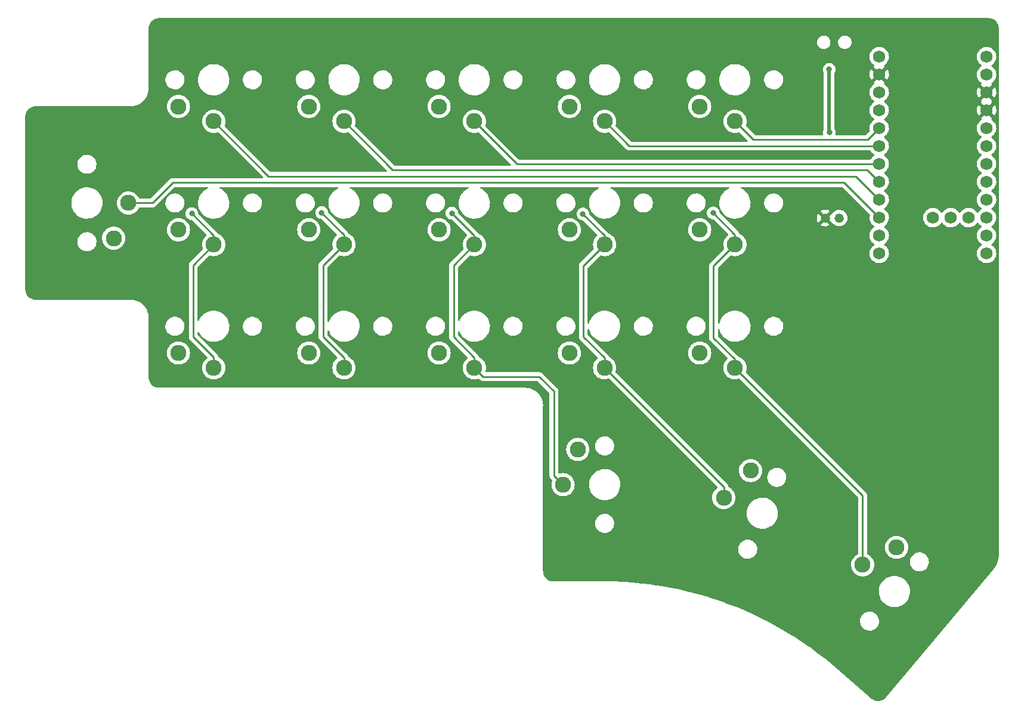
<source format=gbr>
%TF.GenerationSoftware,KiCad,Pcbnew,(6.0.7-1)-1*%
%TF.CreationDate,2022-10-16T21:29:02-07:00*%
%TF.ProjectId,karn-left,6b61726e-2d6c-4656-9674-2e6b69636164,rev?*%
%TF.SameCoordinates,Original*%
%TF.FileFunction,Copper,L2,Bot*%
%TF.FilePolarity,Positive*%
%FSLAX46Y46*%
G04 Gerber Fmt 4.6, Leading zero omitted, Abs format (unit mm)*
G04 Created by KiCad (PCBNEW (6.0.7-1)-1) date 2022-10-16 21:29:02*
%MOMM*%
%LPD*%
G01*
G04 APERTURE LIST*
%TA.AperFunction,ComponentPad*%
%ADD10C,1.320800*%
%TD*%
%TA.AperFunction,ComponentPad*%
%ADD11C,2.282000*%
%TD*%
%TA.AperFunction,ComponentPad*%
%ADD12C,1.752600*%
%TD*%
%TA.AperFunction,ViaPad*%
%ADD13C,0.800000*%
%TD*%
%TA.AperFunction,Conductor*%
%ADD14C,0.500000*%
%TD*%
%TA.AperFunction,Conductor*%
%ADD15C,0.250000*%
%TD*%
G04 APERTURE END LIST*
D10*
%TO.P,JST1,2,2*%
%TO.N,GND*%
X162799999Y-59639206D03*
%TO.P,JST1,1,1*%
%TO.N,BT+*%
X164800001Y-59639206D03*
%TD*%
D11*
%TO.P,SW24,1,1*%
%TO.N,col4*%
X94500000Y-63400000D03*
%TO.P,SW24,2,2*%
%TO.N,Net-(D24-Pad2)*%
X89500000Y-61300000D03*
%TD*%
%TO.P,SW22,1,1*%
%TO.N,col2*%
X131500000Y-63400000D03*
%TO.P,SW22,2,2*%
%TO.N,Net-(D22-Pad2)*%
X126500000Y-61300000D03*
%TD*%
%TO.P,SW43,1,1*%
%TO.N,col3*%
X125600000Y-97500000D03*
%TO.P,SW43,2,2*%
%TO.N,Net-(D43-Pad2)*%
X127700000Y-92500000D03*
%TD*%
%TO.P,SW12,1,1*%
%TO.N,col2*%
X131500000Y-45900000D03*
%TO.P,SW12,2,2*%
%TO.N,Net-(D12-Pad2)*%
X126500000Y-43800000D03*
%TD*%
%TO.P,SW13,1,1*%
%TO.N,col3*%
X113000000Y-45900000D03*
%TO.P,SW13,2,2*%
%TO.N,Net-(D13-Pad2)*%
X108000000Y-43800000D03*
%TD*%
%TO.P,SW26,1,1*%
%TO.N,col6*%
X63900256Y-57500000D03*
%TO.P,SW26,2,2*%
%TO.N,Net-(D26-Pad2)*%
X61800256Y-62500000D03*
%TD*%
D12*
%TO.P,U1,1,TX0/P0.06*%
%TO.N,unconnected-(U1-Pad1)*%
X185720000Y-36716750D03*
%TO.P,U1,2,RX1/P0.08*%
%TO.N,unconnected-(U1-Pad2)*%
X185720000Y-39256750D03*
%TO.P,U1,3,GND*%
%TO.N,GND*%
X185720000Y-41796750D03*
%TO.P,U1,4,GND*%
X185720000Y-44336750D03*
%TO.P,U1,5,P0.17*%
%TO.N,unconnected-(U1-Pad5)*%
X185720000Y-46876750D03*
%TO.P,U1,6,P0.20*%
%TO.N,unconnected-(U1-Pad6)*%
X185720000Y-49416750D03*
%TO.P,U1,7,P0.22*%
%TO.N,row1*%
X185720000Y-51956750D03*
%TO.P,U1,8,P0.24*%
%TO.N,row2*%
X185720000Y-54496750D03*
%TO.P,U1,9,P1.00*%
%TO.N,row3*%
X185720000Y-57036750D03*
%TO.P,U1,10,P0.11*%
%TO.N,row4*%
X185720000Y-59576750D03*
%TO.P,U1,11,P1.04*%
%TO.N,unconnected-(U1-Pad11)*%
X185720000Y-62116750D03*
%TO.P,U1,12,P1.06*%
%TO.N,unconnected-(U1-Pad12)*%
X185720000Y-64656750D03*
%TO.P,U1,13,NFC1/P0.09*%
%TO.N,unconnected-(U1-Pad13)*%
X170480000Y-64656750D03*
%TO.P,U1,14,NFC2/P0.10*%
%TO.N,unconnected-(U1-Pad14)*%
X170480000Y-62116750D03*
%TO.P,U1,15,P1.11*%
%TO.N,col6*%
X170480000Y-59576750D03*
%TO.P,U1,16,P1.13*%
%TO.N,col5*%
X170480000Y-57036750D03*
%TO.P,U1,17,P1.15*%
%TO.N,col4*%
X170480000Y-54496750D03*
%TO.P,U1,18,AIN0/P0.02*%
%TO.N,col3*%
X170480000Y-51956750D03*
%TO.P,U1,19,AIN5/P0.29*%
%TO.N,col2*%
X170480000Y-49416750D03*
%TO.P,U1,20,AIN7/P0.31*%
%TO.N,col1*%
X170480000Y-46876750D03*
%TO.P,U1,21,VCC*%
%TO.N,VCC*%
X170480000Y-44336750D03*
%TO.P,U1,22,RST*%
%TO.N,reset*%
X170480000Y-41796750D03*
%TO.P,U1,23,GND*%
%TO.N,GND*%
X170480000Y-39256750D03*
%TO.P,U1,24,BATIN/P0.04*%
%TO.N,raw*%
X170480000Y-36716750D03*
%TO.P,U1,31,P1.01*%
%TO.N,unconnected-(U1-Pad31)*%
X183180000Y-59576750D03*
%TO.P,U1,32,P1.02*%
%TO.N,unconnected-(U1-Pad32)*%
X180640000Y-59576750D03*
%TO.P,U1,33,P1.07*%
%TO.N,unconnected-(U1-Pad33)*%
X178100000Y-59576750D03*
%TD*%
D11*
%TO.P,SW21,1,1*%
%TO.N,col1*%
X150000000Y-63400000D03*
%TO.P,SW21,2,2*%
%TO.N,Net-(D21-Pad2)*%
X145000000Y-61300000D03*
%TD*%
%TO.P,SW34,1,1*%
%TO.N,col4*%
X94500000Y-80900000D03*
%TO.P,SW34,2,2*%
%TO.N,Net-(D34-Pad2)*%
X89500000Y-78800000D03*
%TD*%
%TO.P,SW31,1,1*%
%TO.N,col1*%
X150000000Y-80900000D03*
%TO.P,SW31,2,2*%
%TO.N,Net-(D31-Pad2)*%
X145000000Y-78800000D03*
%TD*%
%TO.P,SW25,1,1*%
%TO.N,col5*%
X76000000Y-63400000D03*
%TO.P,SW25,2,2*%
%TO.N,Net-(D25-Pad2)*%
X71000000Y-61300000D03*
%TD*%
%TO.P,SW42,1,1*%
%TO.N,col2*%
X148408626Y-99348970D03*
%TO.P,SW42,2,2*%
%TO.N,Net-(D42-Pad2)*%
X152228745Y-95499725D03*
%TD*%
%TO.P,SW41,1,1*%
%TO.N,col1*%
X168125072Y-108878954D03*
%TO.P,SW41,2,2*%
%TO.N,Net-(D41-Pad2)*%
X172947703Y-106398586D03*
%TD*%
%TO.P,SW23,1,1*%
%TO.N,col3*%
X113000000Y-63400000D03*
%TO.P,SW23,2,2*%
%TO.N,Net-(D23-Pad2)*%
X108000000Y-61300000D03*
%TD*%
%TO.P,SW14,1,1*%
%TO.N,col4*%
X94500000Y-45900000D03*
%TO.P,SW14,2,2*%
%TO.N,Net-(D14-Pad2)*%
X89500000Y-43800000D03*
%TD*%
%TO.P,SW33,1,1*%
%TO.N,col3*%
X113000000Y-80900000D03*
%TO.P,SW33,2,2*%
%TO.N,Net-(D33-Pad2)*%
X108000000Y-78800000D03*
%TD*%
%TO.P,SW35,1,1*%
%TO.N,col5*%
X76000000Y-80900000D03*
%TO.P,SW35,2,2*%
%TO.N,Net-(D35-Pad2)*%
X71000000Y-78800000D03*
%TD*%
%TO.P,SW32,1,1*%
%TO.N,col2*%
X131500000Y-80900000D03*
%TO.P,SW32,2,2*%
%TO.N,Net-(D32-Pad2)*%
X126500000Y-78800000D03*
%TD*%
%TO.P,SW15,1,1*%
%TO.N,col5*%
X76000000Y-45900000D03*
%TO.P,SW15,2,2*%
%TO.N,Net-(D15-Pad2)*%
X71000000Y-43800000D03*
%TD*%
%TO.P,SW11,1,1*%
%TO.N,col1*%
X150000000Y-45900000D03*
%TO.P,SW11,2,2*%
%TO.N,Net-(D11-Pad2)*%
X145000000Y-43800000D03*
%TD*%
D13*
%TO.N,BT+*%
X163400000Y-47500000D03*
X163379892Y-38536369D03*
%TO.N,col1*%
X146914906Y-58911655D03*
%TO.N,col2*%
X128407090Y-59059238D03*
%TO.N,col3*%
X109822724Y-58949488D03*
%TO.N,col4*%
X91334186Y-58869191D03*
%TO.N,col5*%
X72886259Y-59004863D03*
%TD*%
D14*
%TO.N,BT+*%
X163379892Y-47479892D02*
X163400000Y-47500000D01*
X163379892Y-46991609D02*
X163379892Y-47479892D01*
X163379892Y-38536369D02*
X163379892Y-46991609D01*
D15*
%TO.N,col1*%
X170480000Y-46876750D02*
X168854925Y-48501825D01*
X152601825Y-48501825D02*
X150000000Y-45900000D01*
X146914906Y-58911655D02*
X150000000Y-61996749D01*
X146960877Y-76643195D02*
X150000000Y-79682318D01*
X150000000Y-61996749D02*
X150000000Y-63400000D01*
X150000000Y-79682318D02*
X150000000Y-80900000D01*
X168125072Y-99025072D02*
X168125072Y-108878954D01*
X168854925Y-48501825D02*
X152601825Y-48501825D01*
X146960877Y-66439123D02*
X146960877Y-76643195D01*
X150000000Y-80900000D02*
X168125072Y-99025072D01*
X150000000Y-63400000D02*
X146960877Y-66439123D01*
%TO.N,col2*%
X128462045Y-76472305D02*
X131500000Y-79510260D01*
X131500000Y-80900000D02*
X148408626Y-97808626D01*
X131500000Y-62152148D02*
X131500000Y-63400000D01*
X131500000Y-63400000D02*
X128462045Y-66437955D01*
X131500000Y-79510260D02*
X131500000Y-80900000D01*
X131500000Y-45900000D02*
X135016750Y-49416750D01*
X135016750Y-49416750D02*
X170780000Y-49416750D01*
X128462045Y-66437955D02*
X128462045Y-76472305D01*
X148408626Y-97808626D02*
X148408626Y-99348970D01*
X128407090Y-59059238D02*
X131500000Y-62152148D01*
%TO.N,col3*%
X113000000Y-62126764D02*
X113000000Y-63400000D01*
X113000000Y-45900000D02*
X119056750Y-51956750D01*
X109822724Y-58949488D02*
X113000000Y-62126764D01*
X110069807Y-66330193D02*
X110069807Y-76549290D01*
X124305279Y-84228963D02*
X124305279Y-96205279D01*
X113000000Y-80900000D02*
X114266422Y-82166422D01*
X124305279Y-96205279D02*
X125600000Y-97500000D01*
X119056750Y-51956750D02*
X170780000Y-51956750D01*
X110069807Y-76549290D02*
X113000000Y-79479483D01*
X122242738Y-82166422D02*
X124305279Y-84228963D01*
X114266422Y-82166422D02*
X122242738Y-82166422D01*
X113000000Y-63400000D02*
X110069807Y-66330193D01*
X113000000Y-79479483D02*
X113000000Y-80900000D01*
%TO.N,col4*%
X94500000Y-79461843D02*
X94500000Y-80900000D01*
X91517506Y-66382494D02*
X91517506Y-76479349D01*
X94500000Y-62035005D02*
X94500000Y-63400000D01*
X91334186Y-58869191D02*
X94500000Y-62035005D01*
X94500000Y-63400000D02*
X91517506Y-66382494D01*
X94500000Y-45900000D02*
X101400000Y-52800000D01*
X101400000Y-52800000D02*
X168783250Y-52800000D01*
X168783250Y-52800000D02*
X170480000Y-54496750D01*
X91517506Y-76479349D02*
X94500000Y-79461843D01*
%TO.N,col5*%
X76000000Y-63400000D02*
X73090009Y-66309991D01*
X73090009Y-66309991D02*
X73090009Y-76479349D01*
X73090009Y-76479349D02*
X76000000Y-79389340D01*
X76000000Y-62118604D02*
X76000000Y-63400000D01*
X167143250Y-53700000D02*
X170480000Y-57036750D01*
X72886259Y-59004863D02*
X76000000Y-62118604D01*
X76000000Y-79389340D02*
X76000000Y-80900000D01*
X76000000Y-45900000D02*
X83800000Y-53700000D01*
X83800000Y-53700000D02*
X167143250Y-53700000D01*
%TO.N,col6*%
X70200000Y-54600000D02*
X165503250Y-54600000D01*
X165503250Y-54600000D02*
X170480000Y-59576750D01*
X63900256Y-57500000D02*
X67300000Y-57500000D01*
X67300000Y-57500000D02*
X70200000Y-54600000D01*
%TD*%
%TA.AperFunction,Conductor*%
%TO.N,GND*%
G36*
X185960931Y-31251914D02*
G01*
X185975239Y-31254142D01*
X185975243Y-31254142D01*
X185984113Y-31255523D01*
X185998936Y-31253585D01*
X186024251Y-31252843D01*
X186045436Y-31254358D01*
X186194699Y-31265032D01*
X186212494Y-31267590D01*
X186403944Y-31309237D01*
X186421193Y-31314302D01*
X186454890Y-31326870D01*
X186604768Y-31382771D01*
X186621107Y-31390233D01*
X186793079Y-31484136D01*
X186808193Y-31493850D01*
X186930951Y-31585745D01*
X186965039Y-31611263D01*
X186978625Y-31623035D01*
X187117165Y-31761574D01*
X187128938Y-31775161D01*
X187246351Y-31932007D01*
X187256068Y-31947127D01*
X187349964Y-32119088D01*
X187357432Y-32135440D01*
X187425898Y-32319008D01*
X187430963Y-32336257D01*
X187472610Y-32527706D01*
X187475168Y-32545501D01*
X187486857Y-32708944D01*
X187486152Y-32725890D01*
X187486170Y-32725890D01*
X187486060Y-32734858D01*
X187484678Y-32743733D01*
X187485842Y-32752636D01*
X187485842Y-32752638D01*
X187488715Y-32774613D01*
X187489778Y-32790973D01*
X187476019Y-100681078D01*
X187474702Y-107181071D01*
X187474673Y-107321731D01*
X187473173Y-107341089D01*
X187471947Y-107348966D01*
X187469554Y-107364333D01*
X187472008Y-107383096D01*
X187472916Y-107405681D01*
X187458218Y-107701612D01*
X187456979Y-107714051D01*
X187408737Y-108035701D01*
X187406272Y-108047955D01*
X187326398Y-108363239D01*
X187322732Y-108375186D01*
X187315824Y-108394267D01*
X187212005Y-108681019D01*
X187207172Y-108692546D01*
X187066693Y-108985891D01*
X187060741Y-108996884D01*
X186891890Y-109274859D01*
X186884880Y-109285207D01*
X186711109Y-109516129D01*
X186693662Y-109534963D01*
X186692313Y-109536150D01*
X186692310Y-109536154D01*
X186685571Y-109542083D01*
X186669525Y-109567412D01*
X186659577Y-109581008D01*
X174658141Y-123870567D01*
X171480646Y-127653865D01*
X171467074Y-127667706D01*
X171449300Y-127683238D01*
X171441263Y-127695829D01*
X171425555Y-127715703D01*
X171306645Y-127838444D01*
X171293248Y-127850430D01*
X171138274Y-127970321D01*
X171123315Y-127980274D01*
X171085710Y-128001589D01*
X170952857Y-128076892D01*
X170936627Y-128084617D01*
X170754158Y-128155993D01*
X170737004Y-128161327D01*
X170546223Y-128206012D01*
X170528482Y-128208850D01*
X170412025Y-128219041D01*
X170333301Y-128225930D01*
X170315326Y-128226216D01*
X170119698Y-128215345D01*
X170101866Y-128213070D01*
X169909775Y-128174470D01*
X169892448Y-128169680D01*
X169707805Y-128104137D01*
X169691337Y-128096930D01*
X169517907Y-128005782D01*
X169502631Y-127996305D01*
X169370120Y-127900361D01*
X169357043Y-127888429D01*
X169350592Y-127882881D01*
X169344688Y-127876126D01*
X169323497Y-127862601D01*
X169308469Y-127851351D01*
X163934431Y-123164484D01*
X163921183Y-123151056D01*
X163908216Y-123135778D01*
X163905058Y-123132057D01*
X163895709Y-123123980D01*
X163892337Y-123121875D01*
X163889296Y-123119509D01*
X162847951Y-122265382D01*
X162847942Y-122265375D01*
X162847268Y-122264822D01*
X161776512Y-121433656D01*
X161775797Y-121433131D01*
X160684522Y-120632061D01*
X160684507Y-120632050D01*
X160683820Y-120631546D01*
X160378840Y-120420036D01*
X159570741Y-119859601D01*
X159570718Y-119859586D01*
X159569979Y-119859073D01*
X158435793Y-119116793D01*
X157942938Y-118812825D01*
X157282829Y-118405702D01*
X157282812Y-118405692D01*
X157282081Y-118405241D01*
X156109675Y-117724932D01*
X154919420Y-117076355D01*
X154418797Y-116820755D01*
X167754622Y-116820755D01*
X167763226Y-117049935D01*
X167810321Y-117274388D01*
X167812278Y-117279344D01*
X167812280Y-117279350D01*
X167857919Y-117394913D01*
X167894561Y-117487697D01*
X168013537Y-117683764D01*
X168017034Y-117687794D01*
X168099951Y-117783347D01*
X168163847Y-117856981D01*
X168167978Y-117860368D01*
X168337065Y-117999012D01*
X168337071Y-117999016D01*
X168341193Y-118002396D01*
X168345829Y-118005035D01*
X168345832Y-118005037D01*
X168459482Y-118069730D01*
X168540505Y-118115851D01*
X168756083Y-118194102D01*
X168761332Y-118195051D01*
X168761335Y-118195052D01*
X168839885Y-118209256D01*
X168981764Y-118234912D01*
X168985903Y-118235107D01*
X168985910Y-118235108D01*
X169004301Y-118235975D01*
X169004310Y-118235975D01*
X169005790Y-118236045D01*
X169166986Y-118236045D01*
X169233445Y-118230406D01*
X169332611Y-118221992D01*
X169332615Y-118221991D01*
X169337922Y-118221541D01*
X169343077Y-118220203D01*
X169343083Y-118220202D01*
X169554736Y-118165267D01*
X169554735Y-118165267D01*
X169559907Y-118163925D01*
X169705978Y-118098125D01*
X169764151Y-118071920D01*
X169764154Y-118071919D01*
X169769012Y-118069730D01*
X169959256Y-117941650D01*
X170125200Y-117783347D01*
X170262100Y-117599348D01*
X170316548Y-117492258D01*
X170363622Y-117399669D01*
X170363622Y-117399668D01*
X170366040Y-117394913D01*
X170434049Y-117175888D01*
X170464182Y-116948535D01*
X170455578Y-116719355D01*
X170408483Y-116494902D01*
X170406526Y-116489946D01*
X170406524Y-116489940D01*
X170326202Y-116286554D01*
X170324243Y-116281593D01*
X170205267Y-116085526D01*
X170122566Y-115990221D01*
X170058457Y-115916342D01*
X170058455Y-115916340D01*
X170054957Y-115912309D01*
X170010564Y-115875909D01*
X169881739Y-115770278D01*
X169881733Y-115770274D01*
X169877611Y-115766894D01*
X169872975Y-115764255D01*
X169872972Y-115764253D01*
X169682942Y-115656082D01*
X169678299Y-115653439D01*
X169462721Y-115575188D01*
X169457472Y-115574239D01*
X169457469Y-115574238D01*
X169378919Y-115560034D01*
X169237040Y-115534378D01*
X169232901Y-115534183D01*
X169232894Y-115534182D01*
X169214503Y-115533315D01*
X169214494Y-115533315D01*
X169213014Y-115533245D01*
X169051818Y-115533245D01*
X168985359Y-115538884D01*
X168886193Y-115547298D01*
X168886189Y-115547299D01*
X168880882Y-115547749D01*
X168875727Y-115549087D01*
X168875721Y-115549088D01*
X168705130Y-115593365D01*
X168658897Y-115605365D01*
X168552177Y-115653439D01*
X168454653Y-115697370D01*
X168454650Y-115697371D01*
X168449792Y-115699560D01*
X168259548Y-115827640D01*
X168093604Y-115985943D01*
X167956704Y-116169942D01*
X167954288Y-116174693D01*
X167954286Y-116174697D01*
X167899938Y-116281593D01*
X167852764Y-116374377D01*
X167784755Y-116593402D01*
X167784054Y-116598688D01*
X167784054Y-116598690D01*
X167758763Y-116789514D01*
X167754622Y-116820755D01*
X154418797Y-116820755D01*
X154209973Y-116714137D01*
X153712888Y-116460343D01*
X153712857Y-116460328D01*
X153712176Y-116459980D01*
X153711484Y-116459650D01*
X153711454Y-116459635D01*
X152489560Y-115876606D01*
X152488814Y-115876250D01*
X151250215Y-115325586D01*
X150633818Y-115071145D01*
X149998038Y-114808702D01*
X149998014Y-114808692D01*
X149997274Y-114808387D01*
X149996557Y-114808113D01*
X149996531Y-114808103D01*
X148986445Y-114422565D01*
X148730894Y-114325024D01*
X148435988Y-114221447D01*
X147452800Y-113876131D01*
X147452768Y-113876120D01*
X147451990Y-113875847D01*
X147451180Y-113875587D01*
X147451154Y-113875578D01*
X146501451Y-113570419D01*
X146161483Y-113461180D01*
X146160640Y-113460934D01*
X146160611Y-113460925D01*
X144861105Y-113081555D01*
X144861068Y-113081545D01*
X144860305Y-113081322D01*
X144859523Y-113081116D01*
X144859511Y-113081113D01*
X144210287Y-112910365D01*
X143549394Y-112736547D01*
X143548606Y-112736362D01*
X143548577Y-112736355D01*
X143469837Y-112717892D01*
X170425264Y-112717892D01*
X170425627Y-112722040D01*
X170425627Y-112722045D01*
X170435947Y-112840008D01*
X170450909Y-113011023D01*
X170515098Y-113298187D01*
X170616702Y-113574339D01*
X170753937Y-113834627D01*
X170924391Y-114074479D01*
X170927235Y-114077528D01*
X170927240Y-114077535D01*
X171064403Y-114224624D01*
X171125069Y-114289680D01*
X171352446Y-114476450D01*
X171356003Y-114478656D01*
X171356008Y-114478659D01*
X171499087Y-114567372D01*
X171602527Y-114631507D01*
X171870919Y-114752127D01*
X172042029Y-114803137D01*
X172148907Y-114834999D01*
X172148909Y-114834999D01*
X172152906Y-114836191D01*
X172157026Y-114836844D01*
X172157028Y-114836844D01*
X172440053Y-114881671D01*
X172440059Y-114881672D01*
X172443534Y-114882222D01*
X172468117Y-114883338D01*
X172534147Y-114886337D01*
X172534168Y-114886337D01*
X172535567Y-114886401D01*
X172719366Y-114886401D01*
X172938337Y-114871857D01*
X172942431Y-114871032D01*
X172942435Y-114871031D01*
X173152454Y-114828683D01*
X173226783Y-114813696D01*
X173505002Y-114717898D01*
X173508744Y-114716024D01*
X173508749Y-114716022D01*
X173764363Y-114588019D01*
X173764365Y-114588018D01*
X173768107Y-114586144D01*
X174011476Y-114420751D01*
X174158072Y-114289680D01*
X174227716Y-114227411D01*
X174227717Y-114227410D01*
X174230833Y-114224624D01*
X174235789Y-114218842D01*
X174419599Y-114004387D01*
X174419604Y-114004380D01*
X174422323Y-114001208D01*
X174424597Y-113997706D01*
X174424601Y-113997701D01*
X174580311Y-113757927D01*
X174580313Y-113757924D01*
X174582583Y-113754428D01*
X174602554Y-113712371D01*
X174630525Y-113653463D01*
X174708798Y-113488622D01*
X174717519Y-113461461D01*
X174797471Y-113212437D01*
X174798749Y-113208457D01*
X174850856Y-112918857D01*
X174864204Y-112624910D01*
X174838559Y-112331779D01*
X174774370Y-112044615D01*
X174672766Y-111768463D01*
X174643454Y-111712867D01*
X174537478Y-111511868D01*
X174535531Y-111508175D01*
X174365077Y-111268323D01*
X174362233Y-111265274D01*
X174362228Y-111265267D01*
X174167249Y-111056178D01*
X174167247Y-111056176D01*
X174164399Y-111053122D01*
X173937022Y-110866352D01*
X173933465Y-110864146D01*
X173933460Y-110864143D01*
X173757080Y-110754783D01*
X173686941Y-110711295D01*
X173418549Y-110590675D01*
X173198723Y-110525142D01*
X173140561Y-110507803D01*
X173140559Y-110507803D01*
X173136562Y-110506611D01*
X173132442Y-110505958D01*
X173132440Y-110505958D01*
X172849415Y-110461131D01*
X172849409Y-110461130D01*
X172845934Y-110460580D01*
X172821351Y-110459464D01*
X172755321Y-110456465D01*
X172755300Y-110456465D01*
X172753901Y-110456401D01*
X172570102Y-110456401D01*
X172351131Y-110470945D01*
X172347037Y-110471770D01*
X172347033Y-110471771D01*
X172168336Y-110507803D01*
X172062685Y-110529106D01*
X171784466Y-110624904D01*
X171780724Y-110626778D01*
X171780719Y-110626780D01*
X171555680Y-110739472D01*
X171521361Y-110756658D01*
X171277992Y-110922051D01*
X171274876Y-110924837D01*
X171127979Y-111056178D01*
X171058635Y-111118178D01*
X171055912Y-111121355D01*
X170869869Y-111338415D01*
X170869864Y-111338422D01*
X170867145Y-111341594D01*
X170864871Y-111345096D01*
X170864867Y-111345101D01*
X170756568Y-111511868D01*
X170706885Y-111588374D01*
X170705097Y-111592140D01*
X170705094Y-111592145D01*
X170658943Y-111689339D01*
X170580670Y-111854180D01*
X170579391Y-111858163D01*
X170579390Y-111858166D01*
X170561067Y-111915236D01*
X170490719Y-112134345D01*
X170438612Y-112423945D01*
X170438423Y-112428117D01*
X170425664Y-112709088D01*
X170425264Y-112717892D01*
X143469837Y-112717892D01*
X142234020Y-112428117D01*
X142229696Y-112427103D01*
X141472679Y-112270920D01*
X140902994Y-112153386D01*
X140902977Y-112153383D01*
X140902164Y-112153215D01*
X139567755Y-111915079D01*
X138227431Y-111712867D01*
X138021749Y-111687465D01*
X136883006Y-111546830D01*
X136882970Y-111546826D01*
X136882160Y-111546726D01*
X136881359Y-111546649D01*
X136881324Y-111546645D01*
X136120055Y-111473324D01*
X135532912Y-111416774D01*
X134284427Y-111330295D01*
X134181470Y-111323163D01*
X134181467Y-111323163D01*
X134180661Y-111323107D01*
X132826382Y-111265791D01*
X132825549Y-111265778D01*
X132825544Y-111265778D01*
X132571025Y-111261849D01*
X131491303Y-111245181D01*
X131486096Y-111244902D01*
X131483407Y-111244444D01*
X131477067Y-111244354D01*
X131475922Y-111244337D01*
X131475917Y-111244337D01*
X131471054Y-111244268D01*
X131466239Y-111244948D01*
X131466234Y-111244948D01*
X131443362Y-111248177D01*
X131425750Y-111249414D01*
X124268771Y-111249414D01*
X124249389Y-111247914D01*
X124248044Y-111247705D01*
X124226206Y-111244305D01*
X124212049Y-111246156D01*
X124211509Y-111246227D01*
X124186097Y-111246964D01*
X124017964Y-111234825D01*
X123999999Y-111232217D01*
X123811014Y-111190696D01*
X123793613Y-111185534D01*
X123612559Y-111117292D01*
X123596081Y-111109685D01*
X123426697Y-111016126D01*
X123411483Y-111006228D01*
X123257311Y-110889308D01*
X123243676Y-110877326D01*
X123107909Y-110739472D01*
X123096140Y-110725661D01*
X122981577Y-110569711D01*
X122971917Y-110554354D01*
X122956565Y-110525530D01*
X122880953Y-110383565D01*
X122873598Y-110366973D01*
X122865150Y-110343478D01*
X122808124Y-110184897D01*
X122803229Y-110167421D01*
X122764596Y-109977822D01*
X122762263Y-109959826D01*
X122758243Y-109889142D01*
X122753081Y-109798406D01*
X122754029Y-109781635D01*
X122753981Y-109781634D01*
X122754228Y-109772653D01*
X122755743Y-109763812D01*
X122754716Y-109754901D01*
X122754716Y-109754897D01*
X122751616Y-109728006D01*
X122750787Y-109713579D01*
X122750787Y-106594770D01*
X150463895Y-106594770D01*
X150472499Y-106823950D01*
X150519594Y-107048403D01*
X150521551Y-107053359D01*
X150521553Y-107053365D01*
X150567192Y-107168928D01*
X150603834Y-107261712D01*
X150722810Y-107457779D01*
X150726307Y-107461809D01*
X150816810Y-107566104D01*
X150873120Y-107630996D01*
X150877251Y-107634383D01*
X151046338Y-107773027D01*
X151046344Y-107773031D01*
X151050466Y-107776411D01*
X151055102Y-107779050D01*
X151055105Y-107779052D01*
X151168755Y-107843745D01*
X151249778Y-107889866D01*
X151465356Y-107968117D01*
X151470605Y-107969066D01*
X151470608Y-107969067D01*
X151549158Y-107983271D01*
X151691037Y-108008927D01*
X151695176Y-108009122D01*
X151695183Y-108009123D01*
X151713574Y-108009990D01*
X151713583Y-108009990D01*
X151715063Y-108010060D01*
X151876259Y-108010060D01*
X151942718Y-108004421D01*
X152041884Y-107996007D01*
X152041888Y-107996006D01*
X152047195Y-107995556D01*
X152052350Y-107994218D01*
X152052356Y-107994217D01*
X152264009Y-107939282D01*
X152264008Y-107939282D01*
X152269180Y-107937940D01*
X152429556Y-107865696D01*
X152473424Y-107845935D01*
X152473427Y-107845934D01*
X152478285Y-107843745D01*
X152668529Y-107715665D01*
X152683261Y-107701612D01*
X152830616Y-107561041D01*
X152834473Y-107557362D01*
X152971373Y-107373363D01*
X152975965Y-107364333D01*
X153072895Y-107173684D01*
X153072895Y-107173683D01*
X153075313Y-107168928D01*
X153143322Y-106949903D01*
X153144023Y-106944615D01*
X153172755Y-106727835D01*
X153172755Y-106727830D01*
X153173455Y-106722550D01*
X153164851Y-106493370D01*
X153117756Y-106268917D01*
X153115799Y-106263961D01*
X153115797Y-106263955D01*
X153035475Y-106060569D01*
X153033516Y-106055608D01*
X152914540Y-105859541D01*
X152831839Y-105764236D01*
X152767730Y-105690357D01*
X152767728Y-105690355D01*
X152764230Y-105686324D01*
X152716071Y-105646836D01*
X152591012Y-105544293D01*
X152591006Y-105544289D01*
X152586884Y-105540909D01*
X152582248Y-105538270D01*
X152582245Y-105538268D01*
X152400776Y-105434970D01*
X152387572Y-105427454D01*
X152171994Y-105349203D01*
X152166745Y-105348254D01*
X152166742Y-105348253D01*
X152088192Y-105334049D01*
X151946313Y-105308393D01*
X151942174Y-105308198D01*
X151942167Y-105308197D01*
X151923776Y-105307330D01*
X151923767Y-105307330D01*
X151922287Y-105307260D01*
X151761091Y-105307260D01*
X151694632Y-105312899D01*
X151595466Y-105321313D01*
X151595462Y-105321314D01*
X151590155Y-105321764D01*
X151585000Y-105323102D01*
X151584994Y-105323103D01*
X151414403Y-105367380D01*
X151368170Y-105379380D01*
X151244765Y-105434970D01*
X151163926Y-105471385D01*
X151163923Y-105471386D01*
X151159065Y-105473575D01*
X150968821Y-105601655D01*
X150964964Y-105605334D01*
X150964962Y-105605336D01*
X150912241Y-105655630D01*
X150802877Y-105759958D01*
X150665977Y-105943957D01*
X150663561Y-105948708D01*
X150663559Y-105948712D01*
X150609211Y-106055608D01*
X150562037Y-106148392D01*
X150494028Y-106367417D01*
X150463895Y-106594770D01*
X122750787Y-106594770D01*
X122750787Y-102936110D01*
X130145220Y-102936110D01*
X130153824Y-103165290D01*
X130200919Y-103389743D01*
X130202876Y-103394699D01*
X130202878Y-103394705D01*
X130248517Y-103510268D01*
X130285159Y-103603052D01*
X130358515Y-103723939D01*
X130388899Y-103774010D01*
X130404135Y-103799119D01*
X130407632Y-103803149D01*
X130490549Y-103898702D01*
X130554445Y-103972336D01*
X130558576Y-103975723D01*
X130727663Y-104114367D01*
X130727669Y-104114371D01*
X130731791Y-104117751D01*
X130736427Y-104120390D01*
X130736430Y-104120392D01*
X130850080Y-104185085D01*
X130931103Y-104231206D01*
X131146681Y-104309457D01*
X131151930Y-104310406D01*
X131151933Y-104310407D01*
X131230483Y-104324611D01*
X131372362Y-104350267D01*
X131376501Y-104350462D01*
X131376508Y-104350463D01*
X131394899Y-104351330D01*
X131394908Y-104351330D01*
X131396388Y-104351400D01*
X131557584Y-104351400D01*
X131624043Y-104345761D01*
X131723209Y-104337347D01*
X131723213Y-104337346D01*
X131728520Y-104336896D01*
X131733675Y-104335558D01*
X131733681Y-104335557D01*
X131945334Y-104280622D01*
X131945333Y-104280622D01*
X131950505Y-104279280D01*
X132096576Y-104213480D01*
X132154749Y-104187275D01*
X132154752Y-104187274D01*
X132159610Y-104185085D01*
X132349854Y-104057005D01*
X132515798Y-103898702D01*
X132652698Y-103714703D01*
X132659020Y-103702270D01*
X132754220Y-103515024D01*
X132754220Y-103515023D01*
X132756638Y-103510268D01*
X132824647Y-103291243D01*
X132847985Y-103115159D01*
X132854080Y-103069175D01*
X132854080Y-103069170D01*
X132854780Y-103063890D01*
X132846176Y-102834710D01*
X132799081Y-102610257D01*
X132797124Y-102605301D01*
X132797122Y-102605295D01*
X132716800Y-102401909D01*
X132714841Y-102396948D01*
X132595865Y-102200881D01*
X132513164Y-102105576D01*
X132449055Y-102031697D01*
X132449053Y-102031695D01*
X132445555Y-102027664D01*
X132403770Y-101993402D01*
X132272337Y-101885633D01*
X132272331Y-101885629D01*
X132268209Y-101882249D01*
X132263573Y-101879610D01*
X132263570Y-101879608D01*
X132073540Y-101771437D01*
X132068897Y-101768794D01*
X131853319Y-101690543D01*
X131848070Y-101689594D01*
X131848067Y-101689593D01*
X131769517Y-101675389D01*
X131627638Y-101649733D01*
X131623499Y-101649538D01*
X131623492Y-101649537D01*
X131605101Y-101648670D01*
X131605092Y-101648670D01*
X131603612Y-101648600D01*
X131442416Y-101648600D01*
X131375957Y-101654239D01*
X131276791Y-101662653D01*
X131276787Y-101662654D01*
X131271480Y-101663104D01*
X131266325Y-101664442D01*
X131266319Y-101664443D01*
X131095728Y-101708720D01*
X131049495Y-101720720D01*
X130942775Y-101768794D01*
X130845251Y-101812725D01*
X130845248Y-101812726D01*
X130840390Y-101814915D01*
X130650146Y-101942995D01*
X130484202Y-102101298D01*
X130347302Y-102285297D01*
X130344886Y-102290048D01*
X130344884Y-102290052D01*
X130290536Y-102396948D01*
X130243362Y-102489732D01*
X130175353Y-102708757D01*
X130174652Y-102714043D01*
X130174652Y-102714045D01*
X130151470Y-102888956D01*
X130145220Y-102936110D01*
X122750787Y-102936110D01*
X122750787Y-101605640D01*
X151659541Y-101605640D01*
X151659904Y-101609788D01*
X151659904Y-101609793D01*
X151663463Y-101650472D01*
X151685186Y-101898771D01*
X151749375Y-102185935D01*
X151850979Y-102462087D01*
X151852926Y-102465780D01*
X151852927Y-102465782D01*
X151868241Y-102494827D01*
X151988214Y-102722375D01*
X152158668Y-102962227D01*
X152161512Y-102965276D01*
X152161517Y-102965283D01*
X152298680Y-103112372D01*
X152359346Y-103177428D01*
X152586723Y-103364198D01*
X152590280Y-103366404D01*
X152590285Y-103366407D01*
X152733364Y-103455120D01*
X152836804Y-103519255D01*
X153105196Y-103639875D01*
X153276306Y-103690885D01*
X153383184Y-103722747D01*
X153383186Y-103722747D01*
X153387183Y-103723939D01*
X153391303Y-103724592D01*
X153391305Y-103724592D01*
X153674330Y-103769419D01*
X153674336Y-103769420D01*
X153677811Y-103769970D01*
X153702394Y-103771086D01*
X153768424Y-103774085D01*
X153768445Y-103774085D01*
X153769844Y-103774149D01*
X153953643Y-103774149D01*
X154172614Y-103759605D01*
X154176708Y-103758780D01*
X154176712Y-103758779D01*
X154418885Y-103709948D01*
X154461060Y-103701444D01*
X154647343Y-103637302D01*
X154735315Y-103607011D01*
X154735316Y-103607010D01*
X154739279Y-103605646D01*
X154743021Y-103603772D01*
X154743026Y-103603770D01*
X154998640Y-103475767D01*
X154998642Y-103475766D01*
X155002384Y-103473892D01*
X155245753Y-103308499D01*
X155392349Y-103177428D01*
X155461993Y-103115159D01*
X155461994Y-103115158D01*
X155465110Y-103112372D01*
X155511233Y-103058559D01*
X155653876Y-102892135D01*
X155653881Y-102892128D01*
X155656600Y-102888956D01*
X155658874Y-102885454D01*
X155658878Y-102885449D01*
X155814588Y-102645675D01*
X155814590Y-102645672D01*
X155816860Y-102642176D01*
X155832017Y-102610257D01*
X155889246Y-102489732D01*
X155943075Y-102376370D01*
X156033026Y-102096205D01*
X156085133Y-101806605D01*
X156098481Y-101512658D01*
X156072836Y-101219527D01*
X156008647Y-100932363D01*
X155907043Y-100656211D01*
X155769808Y-100395923D01*
X155599354Y-100156071D01*
X155596510Y-100153022D01*
X155596505Y-100153015D01*
X155401526Y-99943926D01*
X155401524Y-99943924D01*
X155398676Y-99940870D01*
X155171299Y-99754100D01*
X155167742Y-99751894D01*
X155167737Y-99751891D01*
X154990976Y-99642295D01*
X154921218Y-99599043D01*
X154652826Y-99478423D01*
X154431316Y-99412388D01*
X154374838Y-99395551D01*
X154374836Y-99395551D01*
X154370839Y-99394359D01*
X154366719Y-99393706D01*
X154366717Y-99393706D01*
X154083692Y-99348879D01*
X154083686Y-99348878D01*
X154080211Y-99348328D01*
X154055628Y-99347212D01*
X153989598Y-99344213D01*
X153989577Y-99344213D01*
X153988178Y-99344149D01*
X153804379Y-99344149D01*
X153585408Y-99358693D01*
X153581314Y-99359518D01*
X153581310Y-99359519D01*
X153402613Y-99395551D01*
X153296962Y-99416854D01*
X153018743Y-99512652D01*
X153015001Y-99514526D01*
X153014996Y-99514528D01*
X152759382Y-99642531D01*
X152755638Y-99644406D01*
X152512269Y-99809799D01*
X152509153Y-99812585D01*
X152362256Y-99943926D01*
X152292912Y-100005926D01*
X152290189Y-100009103D01*
X152104146Y-100226163D01*
X152104141Y-100226170D01*
X152101422Y-100229342D01*
X152099148Y-100232844D01*
X152099144Y-100232849D01*
X151990845Y-100399616D01*
X151941162Y-100476122D01*
X151939374Y-100479888D01*
X151939371Y-100479893D01*
X151893220Y-100577087D01*
X151814947Y-100741928D01*
X151724996Y-101022093D01*
X151672889Y-101311693D01*
X151659541Y-101605640D01*
X122750787Y-101605640D01*
X122750787Y-86302495D01*
X122752533Y-86281590D01*
X122754976Y-86267067D01*
X122755783Y-86262272D01*
X122755934Y-86249918D01*
X122755244Y-86245100D01*
X122755026Y-86241752D01*
X122754621Y-86237774D01*
X122753740Y-86223197D01*
X122737093Y-85947964D01*
X122715010Y-85827453D01*
X122683255Y-85654168D01*
X122682567Y-85650413D01*
X122592571Y-85361604D01*
X122468420Y-85085749D01*
X122311923Y-84826870D01*
X122309581Y-84823880D01*
X122309575Y-84823872D01*
X122127716Y-84591746D01*
X122125363Y-84588742D01*
X121911459Y-84374838D01*
X121673331Y-84188277D01*
X121545904Y-84111245D01*
X121417700Y-84033743D01*
X121417694Y-84033740D01*
X121414452Y-84031780D01*
X121194094Y-83932606D01*
X121142068Y-83909191D01*
X121142066Y-83909190D01*
X121138597Y-83907629D01*
X120884624Y-83828489D01*
X120853421Y-83818766D01*
X120853420Y-83818766D01*
X120849788Y-83817634D01*
X120552238Y-83763107D01*
X120548449Y-83762878D01*
X120548442Y-83762877D01*
X120427116Y-83755539D01*
X120280205Y-83746654D01*
X120268618Y-83745332D01*
X120267443Y-83745227D01*
X120262638Y-83744418D01*
X120257775Y-83744359D01*
X120257769Y-83744358D01*
X120255143Y-83744326D01*
X120255138Y-83744326D01*
X120250284Y-83744267D01*
X120224819Y-83747914D01*
X120223234Y-83748141D01*
X120205371Y-83749414D01*
X68299030Y-83749414D01*
X68279647Y-83747914D01*
X68268907Y-83746242D01*
X68265337Y-83745686D01*
X68265336Y-83745686D01*
X68256467Y-83744305D01*
X68247564Y-83745469D01*
X68247560Y-83745469D01*
X68241645Y-83746242D01*
X68216324Y-83746984D01*
X68094743Y-83738288D01*
X68045873Y-83734793D01*
X68028083Y-83732234D01*
X67836640Y-83690587D01*
X67819397Y-83685525D01*
X67635810Y-83617050D01*
X67619466Y-83609585D01*
X67447506Y-83515687D01*
X67432386Y-83505970D01*
X67275538Y-83388555D01*
X67261952Y-83376782D01*
X67123419Y-83238249D01*
X67111646Y-83224663D01*
X66994230Y-83067815D01*
X66984511Y-83052692D01*
X66890617Y-82880739D01*
X66883148Y-82864386D01*
X66877566Y-82849418D01*
X66814675Y-82680803D01*
X66809612Y-82663557D01*
X66798898Y-82614307D01*
X66767965Y-82472116D01*
X66765407Y-82454326D01*
X66764388Y-82440070D01*
X66753717Y-82290886D01*
X66754421Y-82273934D01*
X66754405Y-82273934D01*
X66754515Y-82264958D01*
X66755896Y-82256087D01*
X66754732Y-82247186D01*
X66754732Y-82247182D01*
X66751851Y-82225155D01*
X66750787Y-82208817D01*
X66750787Y-78800000D01*
X69353424Y-78800000D01*
X69373696Y-79057581D01*
X69374850Y-79062388D01*
X69374851Y-79062394D01*
X69408716Y-79203451D01*
X69434013Y-79308820D01*
X69435906Y-79313391D01*
X69435907Y-79313393D01*
X69523792Y-79525565D01*
X69532890Y-79547530D01*
X69667892Y-79767833D01*
X69671103Y-79771593D01*
X69671107Y-79771598D01*
X69811848Y-79936384D01*
X69835695Y-79964305D01*
X69839457Y-79967518D01*
X70028402Y-80128893D01*
X70028407Y-80128897D01*
X70032167Y-80132108D01*
X70252470Y-80267110D01*
X70257040Y-80269003D01*
X70257044Y-80269005D01*
X70486607Y-80364093D01*
X70491180Y-80365987D01*
X70577069Y-80386607D01*
X70737606Y-80425149D01*
X70737612Y-80425150D01*
X70742419Y-80426304D01*
X71000000Y-80446576D01*
X71257581Y-80426304D01*
X71262388Y-80425150D01*
X71262394Y-80425149D01*
X71422931Y-80386607D01*
X71508820Y-80365987D01*
X71513393Y-80364093D01*
X71742956Y-80269005D01*
X71742960Y-80269003D01*
X71747530Y-80267110D01*
X71967833Y-80132108D01*
X71971593Y-80128897D01*
X71971598Y-80128893D01*
X72160543Y-79967518D01*
X72164305Y-79964305D01*
X72188152Y-79936384D01*
X72328893Y-79771598D01*
X72328897Y-79771593D01*
X72332108Y-79767833D01*
X72467110Y-79547530D01*
X72476209Y-79525565D01*
X72564093Y-79313393D01*
X72564094Y-79313391D01*
X72565987Y-79308820D01*
X72591284Y-79203451D01*
X72625149Y-79062394D01*
X72625150Y-79062388D01*
X72626304Y-79057581D01*
X72646576Y-78800000D01*
X72626304Y-78542419D01*
X72565987Y-78291180D01*
X72467110Y-78052470D01*
X72332108Y-77832167D01*
X72328897Y-77828407D01*
X72328893Y-77828402D01*
X72167518Y-77639457D01*
X72164305Y-77635695D01*
X72145634Y-77619748D01*
X71971598Y-77471107D01*
X71971593Y-77471103D01*
X71967833Y-77467892D01*
X71747530Y-77332890D01*
X71742960Y-77330997D01*
X71742956Y-77330995D01*
X71513393Y-77235907D01*
X71513391Y-77235906D01*
X71508820Y-77234013D01*
X71409923Y-77210270D01*
X71262394Y-77174851D01*
X71262388Y-77174850D01*
X71257581Y-77173696D01*
X71000000Y-77153424D01*
X70742419Y-77173696D01*
X70737612Y-77174850D01*
X70737606Y-77174851D01*
X70590077Y-77210270D01*
X70491180Y-77234013D01*
X70486609Y-77235906D01*
X70486607Y-77235907D01*
X70257044Y-77330995D01*
X70257040Y-77330997D01*
X70252470Y-77332890D01*
X70032167Y-77467892D01*
X70028407Y-77471103D01*
X70028402Y-77471107D01*
X69854366Y-77619748D01*
X69835695Y-77635695D01*
X69832482Y-77639457D01*
X69671107Y-77828402D01*
X69671103Y-77828407D01*
X69667892Y-77832167D01*
X69532890Y-78052470D01*
X69434013Y-78291180D01*
X69373696Y-78542419D01*
X69353424Y-78800000D01*
X66750787Y-78800000D01*
X66750787Y-74936110D01*
X69145220Y-74936110D01*
X69153824Y-75165290D01*
X69200919Y-75389743D01*
X69202876Y-75394699D01*
X69202878Y-75394705D01*
X69248517Y-75510268D01*
X69285159Y-75603052D01*
X69297089Y-75622712D01*
X69397719Y-75788545D01*
X69404135Y-75799119D01*
X69407632Y-75803149D01*
X69494225Y-75902938D01*
X69554445Y-75972336D01*
X69558576Y-75975723D01*
X69727663Y-76114367D01*
X69727669Y-76114371D01*
X69731791Y-76117751D01*
X69736427Y-76120390D01*
X69736430Y-76120392D01*
X69850080Y-76185085D01*
X69931103Y-76231206D01*
X70146681Y-76309457D01*
X70151930Y-76310406D01*
X70151933Y-76310407D01*
X70230483Y-76324611D01*
X70372362Y-76350267D01*
X70376501Y-76350462D01*
X70376508Y-76350463D01*
X70394899Y-76351330D01*
X70394908Y-76351330D01*
X70396388Y-76351400D01*
X70557584Y-76351400D01*
X70624043Y-76345761D01*
X70723209Y-76337347D01*
X70723213Y-76337346D01*
X70728520Y-76336896D01*
X70733675Y-76335558D01*
X70733681Y-76335557D01*
X70945334Y-76280622D01*
X70945333Y-76280622D01*
X70950505Y-76279280D01*
X71097166Y-76213214D01*
X71154749Y-76187275D01*
X71154752Y-76187274D01*
X71159610Y-76185085D01*
X71349854Y-76057005D01*
X71515798Y-75898702D01*
X71652698Y-75714703D01*
X71674055Y-75672698D01*
X71754220Y-75515024D01*
X71754220Y-75515023D01*
X71756638Y-75510268D01*
X71824647Y-75291243D01*
X71829906Y-75251562D01*
X71854080Y-75069175D01*
X71854080Y-75069170D01*
X71854780Y-75063890D01*
X71846176Y-74834710D01*
X71799081Y-74610257D01*
X71797124Y-74605301D01*
X71797122Y-74605295D01*
X71716800Y-74401909D01*
X71714841Y-74396948D01*
X71595865Y-74200881D01*
X71590670Y-74194894D01*
X71449055Y-74031697D01*
X71449053Y-74031695D01*
X71445555Y-74027664D01*
X71403770Y-73993402D01*
X71272337Y-73885633D01*
X71272331Y-73885629D01*
X71268209Y-73882249D01*
X71263573Y-73879610D01*
X71263570Y-73879608D01*
X71073540Y-73771437D01*
X71068897Y-73768794D01*
X70853319Y-73690543D01*
X70848070Y-73689594D01*
X70848067Y-73689593D01*
X70769517Y-73675389D01*
X70627638Y-73649733D01*
X70623499Y-73649538D01*
X70623492Y-73649537D01*
X70605101Y-73648670D01*
X70605092Y-73648670D01*
X70603612Y-73648600D01*
X70442416Y-73648600D01*
X70375957Y-73654239D01*
X70276791Y-73662653D01*
X70276787Y-73662654D01*
X70271480Y-73663104D01*
X70266325Y-73664442D01*
X70266319Y-73664443D01*
X70095728Y-73708720D01*
X70049495Y-73720720D01*
X69946609Y-73767067D01*
X69845251Y-73812725D01*
X69845248Y-73812726D01*
X69840390Y-73814915D01*
X69650146Y-73942995D01*
X69484202Y-74101298D01*
X69347302Y-74285297D01*
X69344886Y-74290048D01*
X69344884Y-74290052D01*
X69254891Y-74467056D01*
X69243362Y-74489732D01*
X69175353Y-74708757D01*
X69174652Y-74714043D01*
X69174652Y-74714045D01*
X69169550Y-74752544D01*
X69145220Y-74936110D01*
X66750787Y-74936110D01*
X66750787Y-73802495D01*
X66752533Y-73781590D01*
X66754241Y-73771437D01*
X66755783Y-73762272D01*
X66755934Y-73749918D01*
X66755244Y-73745100D01*
X66755026Y-73741752D01*
X66754621Y-73737774D01*
X66753740Y-73723197D01*
X66737093Y-73447964D01*
X66715010Y-73327453D01*
X66683255Y-73154168D01*
X66682567Y-73150413D01*
X66592571Y-72861604D01*
X66590445Y-72856879D01*
X66550204Y-72767467D01*
X66468420Y-72585749D01*
X66311923Y-72326870D01*
X66309581Y-72323880D01*
X66309575Y-72323872D01*
X66127716Y-72091746D01*
X66125363Y-72088742D01*
X65911459Y-71874838D01*
X65673331Y-71688277D01*
X65568628Y-71624982D01*
X65417700Y-71533743D01*
X65417694Y-71533740D01*
X65414452Y-71531780D01*
X65138597Y-71407629D01*
X64849788Y-71317634D01*
X64552238Y-71263107D01*
X64548449Y-71262878D01*
X64548442Y-71262877D01*
X64427116Y-71255539D01*
X64280205Y-71246654D01*
X64268618Y-71245332D01*
X64267443Y-71245227D01*
X64262638Y-71244418D01*
X64257775Y-71244359D01*
X64257769Y-71244358D01*
X64255143Y-71244326D01*
X64255138Y-71244326D01*
X64250284Y-71244267D01*
X64224819Y-71247914D01*
X64223234Y-71248141D01*
X64205371Y-71249414D01*
X50799030Y-71249414D01*
X50779647Y-71247914D01*
X50768907Y-71246242D01*
X50765337Y-71245686D01*
X50765336Y-71245686D01*
X50756467Y-71244305D01*
X50747564Y-71245469D01*
X50747560Y-71245469D01*
X50741645Y-71246242D01*
X50716324Y-71246984D01*
X50594743Y-71238288D01*
X50545873Y-71234793D01*
X50528083Y-71232234D01*
X50336640Y-71190587D01*
X50319397Y-71185525D01*
X50135810Y-71117050D01*
X50119466Y-71109585D01*
X49947506Y-71015687D01*
X49932386Y-71005970D01*
X49775538Y-70888555D01*
X49761952Y-70876782D01*
X49623419Y-70738249D01*
X49611646Y-70724663D01*
X49494230Y-70567815D01*
X49484511Y-70552692D01*
X49390617Y-70380739D01*
X49383148Y-70364386D01*
X49377566Y-70349418D01*
X49314675Y-70180803D01*
X49309612Y-70163557D01*
X49267966Y-69972121D01*
X49265407Y-69954326D01*
X49253717Y-69790886D01*
X49254421Y-69773934D01*
X49254405Y-69773934D01*
X49254515Y-69764958D01*
X49255896Y-69756087D01*
X49254732Y-69747186D01*
X49254732Y-69747182D01*
X49251851Y-69725155D01*
X49250787Y-69708817D01*
X49250787Y-62936110D01*
X56645476Y-62936110D01*
X56654080Y-63165290D01*
X56701175Y-63389743D01*
X56703132Y-63394699D01*
X56703134Y-63394705D01*
X56747108Y-63506053D01*
X56785415Y-63603052D01*
X56904391Y-63799119D01*
X56907888Y-63803149D01*
X56999585Y-63908820D01*
X57054701Y-63972336D01*
X57087908Y-63999564D01*
X57227919Y-64114367D01*
X57227925Y-64114371D01*
X57232047Y-64117751D01*
X57236683Y-64120390D01*
X57236686Y-64120392D01*
X57349670Y-64184706D01*
X57431359Y-64231206D01*
X57646937Y-64309457D01*
X57652186Y-64310406D01*
X57652189Y-64310407D01*
X57730739Y-64324611D01*
X57872618Y-64350267D01*
X57876757Y-64350462D01*
X57876764Y-64350463D01*
X57895155Y-64351330D01*
X57895164Y-64351330D01*
X57896644Y-64351400D01*
X58057840Y-64351400D01*
X58124299Y-64345761D01*
X58223465Y-64337347D01*
X58223469Y-64337346D01*
X58228776Y-64336896D01*
X58233931Y-64335558D01*
X58233937Y-64335557D01*
X58445590Y-64280622D01*
X58445589Y-64280622D01*
X58450761Y-64279280D01*
X58611678Y-64206792D01*
X58655005Y-64187275D01*
X58655008Y-64187274D01*
X58659866Y-64185085D01*
X58850110Y-64057005D01*
X58877528Y-64030850D01*
X58922846Y-63987618D01*
X59016054Y-63898702D01*
X59152954Y-63714703D01*
X59179550Y-63662394D01*
X59254476Y-63515024D01*
X59254476Y-63515023D01*
X59256894Y-63510268D01*
X59324903Y-63291243D01*
X59326907Y-63276122D01*
X59354336Y-63069175D01*
X59354336Y-63069170D01*
X59355036Y-63063890D01*
X59346432Y-62834710D01*
X59299337Y-62610257D01*
X59297380Y-62605301D01*
X59297378Y-62605295D01*
X59255794Y-62500000D01*
X60153680Y-62500000D01*
X60173952Y-62757581D01*
X60175106Y-62762388D01*
X60175107Y-62762394D01*
X60190926Y-62828285D01*
X60234269Y-63008820D01*
X60236162Y-63013391D01*
X60236163Y-63013393D01*
X60289608Y-63142419D01*
X60333146Y-63247530D01*
X60468148Y-63467833D01*
X60471359Y-63471593D01*
X60471363Y-63471598D01*
X60579399Y-63598091D01*
X60635951Y-63664305D01*
X60639713Y-63667518D01*
X60828658Y-63828893D01*
X60828663Y-63828897D01*
X60832423Y-63832108D01*
X61052726Y-63967110D01*
X61057296Y-63969003D01*
X61057300Y-63969005D01*
X61286863Y-64064093D01*
X61291436Y-64065987D01*
X61378508Y-64086891D01*
X61537862Y-64125149D01*
X61537868Y-64125150D01*
X61542675Y-64126304D01*
X61800256Y-64146576D01*
X62057837Y-64126304D01*
X62062644Y-64125150D01*
X62062650Y-64125149D01*
X62222004Y-64086891D01*
X62309076Y-64065987D01*
X62313649Y-64064093D01*
X62543212Y-63969005D01*
X62543216Y-63969003D01*
X62547786Y-63967110D01*
X62768089Y-63832108D01*
X62771849Y-63828897D01*
X62771854Y-63828893D01*
X62960799Y-63667518D01*
X62964561Y-63664305D01*
X63021113Y-63598091D01*
X63129149Y-63471598D01*
X63129153Y-63471593D01*
X63132364Y-63467833D01*
X63267366Y-63247530D01*
X63310905Y-63142419D01*
X63364349Y-63013393D01*
X63364350Y-63013391D01*
X63366243Y-63008820D01*
X63409586Y-62828285D01*
X63425405Y-62762394D01*
X63425406Y-62762388D01*
X63426560Y-62757581D01*
X63446832Y-62500000D01*
X63426560Y-62242419D01*
X63424175Y-62232482D01*
X63384660Y-62067892D01*
X63366243Y-61991180D01*
X63361747Y-61980326D01*
X63269261Y-61757044D01*
X63269259Y-61757040D01*
X63267366Y-61752470D01*
X63132364Y-61532167D01*
X63129153Y-61528407D01*
X63129149Y-61528402D01*
X62967774Y-61339457D01*
X62964561Y-61335695D01*
X62922767Y-61300000D01*
X69353424Y-61300000D01*
X69373696Y-61557581D01*
X69374850Y-61562388D01*
X69374851Y-61562394D01*
X69402257Y-61676547D01*
X69434013Y-61808820D01*
X69435906Y-61813391D01*
X69435907Y-61813393D01*
X69526332Y-62031697D01*
X69532890Y-62047530D01*
X69667892Y-62267833D01*
X69671103Y-62271593D01*
X69671107Y-62271598D01*
X69811848Y-62436384D01*
X69835695Y-62464305D01*
X69839457Y-62467518D01*
X70028402Y-62628893D01*
X70028407Y-62628897D01*
X70032167Y-62632108D01*
X70252470Y-62767110D01*
X70257040Y-62769003D01*
X70257044Y-62769005D01*
X70486607Y-62864093D01*
X70491180Y-62865987D01*
X70577069Y-62886607D01*
X70737606Y-62925149D01*
X70737612Y-62925150D01*
X70742419Y-62926304D01*
X71000000Y-62946576D01*
X71257581Y-62926304D01*
X71262388Y-62925150D01*
X71262394Y-62925149D01*
X71422931Y-62886607D01*
X71508820Y-62865987D01*
X71513393Y-62864093D01*
X71742956Y-62769005D01*
X71742960Y-62769003D01*
X71747530Y-62767110D01*
X71967833Y-62632108D01*
X71971593Y-62628897D01*
X71971598Y-62628893D01*
X72160543Y-62467518D01*
X72164305Y-62464305D01*
X72188152Y-62436384D01*
X72328893Y-62271598D01*
X72328897Y-62271593D01*
X72332108Y-62267833D01*
X72467110Y-62047530D01*
X72473669Y-62031697D01*
X72564093Y-61813393D01*
X72564094Y-61813391D01*
X72565987Y-61808820D01*
X72597743Y-61676547D01*
X72625149Y-61562394D01*
X72625150Y-61562388D01*
X72626304Y-61557581D01*
X72646576Y-61300000D01*
X72626304Y-61042419D01*
X72624638Y-61035476D01*
X72582688Y-60860745D01*
X72565987Y-60791180D01*
X72561779Y-60781020D01*
X72469005Y-60557044D01*
X72469003Y-60557040D01*
X72467110Y-60552470D01*
X72332108Y-60332167D01*
X72328897Y-60328407D01*
X72328893Y-60328402D01*
X72167518Y-60139457D01*
X72164305Y-60135695D01*
X72014789Y-60007996D01*
X71971598Y-59971107D01*
X71971593Y-59971103D01*
X71967833Y-59967892D01*
X71747530Y-59832890D01*
X71742960Y-59830997D01*
X71742956Y-59830995D01*
X71513393Y-59735907D01*
X71513391Y-59735906D01*
X71508820Y-59734013D01*
X71383378Y-59703897D01*
X71262394Y-59674851D01*
X71262388Y-59674850D01*
X71257581Y-59673696D01*
X71000000Y-59653424D01*
X70742419Y-59673696D01*
X70737612Y-59674850D01*
X70737606Y-59674851D01*
X70616622Y-59703897D01*
X70491180Y-59734013D01*
X70486609Y-59735906D01*
X70486607Y-59735907D01*
X70257044Y-59830995D01*
X70257040Y-59830997D01*
X70252470Y-59832890D01*
X70032167Y-59967892D01*
X70028407Y-59971103D01*
X70028402Y-59971107D01*
X69985211Y-60007996D01*
X69835695Y-60135695D01*
X69832482Y-60139457D01*
X69671107Y-60328402D01*
X69671103Y-60328407D01*
X69667892Y-60332167D01*
X69532890Y-60552470D01*
X69530997Y-60557040D01*
X69530995Y-60557044D01*
X69438221Y-60781020D01*
X69434013Y-60791180D01*
X69417312Y-60860745D01*
X69375363Y-61035476D01*
X69373696Y-61042419D01*
X69353424Y-61300000D01*
X62922767Y-61300000D01*
X62916995Y-61295070D01*
X62771854Y-61171107D01*
X62771849Y-61171103D01*
X62768089Y-61167892D01*
X62547786Y-61032890D01*
X62543216Y-61030997D01*
X62543212Y-61030995D01*
X62313649Y-60935907D01*
X62313647Y-60935906D01*
X62309076Y-60934013D01*
X62192968Y-60906138D01*
X62062650Y-60874851D01*
X62062644Y-60874850D01*
X62057837Y-60873696D01*
X61800256Y-60853424D01*
X61542675Y-60873696D01*
X61537868Y-60874850D01*
X61537862Y-60874851D01*
X61407544Y-60906138D01*
X61291436Y-60934013D01*
X61286865Y-60935906D01*
X61286863Y-60935907D01*
X61057300Y-61030995D01*
X61057296Y-61030997D01*
X61052726Y-61032890D01*
X60832423Y-61167892D01*
X60828663Y-61171103D01*
X60828658Y-61171107D01*
X60683517Y-61295070D01*
X60635951Y-61335695D01*
X60632738Y-61339457D01*
X60471363Y-61528402D01*
X60471359Y-61528407D01*
X60468148Y-61532167D01*
X60333146Y-61752470D01*
X60331253Y-61757040D01*
X60331251Y-61757044D01*
X60238765Y-61980326D01*
X60234269Y-61991180D01*
X60215852Y-62067892D01*
X60176338Y-62232482D01*
X60173952Y-62242419D01*
X60153680Y-62500000D01*
X59255794Y-62500000D01*
X59217056Y-62401909D01*
X59215097Y-62396948D01*
X59096121Y-62200881D01*
X59023116Y-62116750D01*
X58949311Y-62031697D01*
X58949309Y-62031695D01*
X58945811Y-62027664D01*
X58901316Y-61991180D01*
X58772593Y-61885633D01*
X58772587Y-61885629D01*
X58768465Y-61882249D01*
X58763829Y-61879610D01*
X58763826Y-61879608D01*
X58585069Y-61777854D01*
X58569153Y-61768794D01*
X58353575Y-61690543D01*
X58348326Y-61689594D01*
X58348323Y-61689593D01*
X58248454Y-61671534D01*
X58127894Y-61649733D01*
X58123755Y-61649538D01*
X58123748Y-61649537D01*
X58105357Y-61648670D01*
X58105348Y-61648670D01*
X58103868Y-61648600D01*
X57942672Y-61648600D01*
X57876213Y-61654239D01*
X57777047Y-61662653D01*
X57777043Y-61662654D01*
X57771736Y-61663104D01*
X57766581Y-61664442D01*
X57766575Y-61664443D01*
X57623452Y-61701591D01*
X57549751Y-61720720D01*
X57403680Y-61786520D01*
X57345507Y-61812725D01*
X57345504Y-61812726D01*
X57340646Y-61814915D01*
X57336222Y-61817894D01*
X57336221Y-61817894D01*
X57325752Y-61824942D01*
X57150402Y-61942995D01*
X57146545Y-61946674D01*
X57146543Y-61946676D01*
X57120022Y-61971976D01*
X56984458Y-62101298D01*
X56847558Y-62285297D01*
X56845142Y-62290048D01*
X56845140Y-62290052D01*
X56770741Y-62436384D01*
X56743618Y-62489732D01*
X56675609Y-62708757D01*
X56674908Y-62714043D01*
X56674908Y-62714045D01*
X56646514Y-62928282D01*
X56645476Y-62936110D01*
X49250787Y-62936110D01*
X49250787Y-57546491D01*
X55780786Y-57546491D01*
X55781149Y-57550639D01*
X55781149Y-57550644D01*
X55790267Y-57654859D01*
X55806431Y-57839622D01*
X55847602Y-58023808D01*
X55865915Y-58105735D01*
X55870620Y-58126786D01*
X55872064Y-58130711D01*
X55872065Y-58130714D01*
X55898392Y-58202268D01*
X55972224Y-58402938D01*
X55974171Y-58406631D01*
X55974172Y-58406633D01*
X56031973Y-58516261D01*
X56109459Y-58663226D01*
X56279913Y-58903078D01*
X56282757Y-58906127D01*
X56282762Y-58906134D01*
X56467934Y-59104706D01*
X56480591Y-59118279D01*
X56707968Y-59305049D01*
X56711525Y-59307255D01*
X56711530Y-59307258D01*
X56827029Y-59378870D01*
X56958049Y-59460106D01*
X57226441Y-59580726D01*
X57366153Y-59622376D01*
X57504429Y-59663598D01*
X57504431Y-59663598D01*
X57508428Y-59664790D01*
X57512548Y-59665443D01*
X57512550Y-59665443D01*
X57795575Y-59710270D01*
X57795581Y-59710271D01*
X57799056Y-59710821D01*
X57823639Y-59711937D01*
X57889669Y-59714936D01*
X57889690Y-59714936D01*
X57891089Y-59715000D01*
X58074888Y-59715000D01*
X58293859Y-59700456D01*
X58297953Y-59699631D01*
X58297957Y-59699630D01*
X58534084Y-59652018D01*
X58582305Y-59642295D01*
X58860524Y-59546497D01*
X58864266Y-59544623D01*
X58864271Y-59544621D01*
X59119885Y-59416618D01*
X59119887Y-59416617D01*
X59123629Y-59414743D01*
X59258602Y-59323016D01*
X59363539Y-59251701D01*
X59363542Y-59251699D01*
X59366998Y-59249350D01*
X59513594Y-59118279D01*
X59583238Y-59056010D01*
X59583239Y-59056009D01*
X59586355Y-59053223D01*
X59622178Y-59011428D01*
X59775121Y-58832986D01*
X59775126Y-58832979D01*
X59777845Y-58829807D01*
X59780119Y-58826305D01*
X59780123Y-58826300D01*
X59935833Y-58586526D01*
X59935835Y-58586523D01*
X59938105Y-58583027D01*
X59940441Y-58578109D01*
X59989057Y-58475723D01*
X60064320Y-58317221D01*
X60068063Y-58305565D01*
X60149951Y-58050511D01*
X60154271Y-58037056D01*
X60206378Y-57747456D01*
X60217615Y-57500000D01*
X62253680Y-57500000D01*
X62273952Y-57757581D01*
X62275106Y-57762388D01*
X62275107Y-57762394D01*
X62283256Y-57796336D01*
X62334269Y-58008820D01*
X62336162Y-58013391D01*
X62336163Y-58013393D01*
X62431251Y-58242954D01*
X62433146Y-58247530D01*
X62568148Y-58467833D01*
X62571359Y-58471593D01*
X62571363Y-58471598D01*
X62693300Y-58614367D01*
X62735951Y-58664305D01*
X62739713Y-58667518D01*
X62928658Y-58828893D01*
X62928663Y-58828897D01*
X62932423Y-58832108D01*
X63152726Y-58967110D01*
X63157296Y-58969003D01*
X63157300Y-58969005D01*
X63385975Y-59063725D01*
X63391436Y-59065987D01*
X63478508Y-59086891D01*
X63637862Y-59125149D01*
X63637868Y-59125150D01*
X63642675Y-59126304D01*
X63900256Y-59146576D01*
X64157837Y-59126304D01*
X64162644Y-59125150D01*
X64162650Y-59125149D01*
X64322004Y-59086891D01*
X64409076Y-59065987D01*
X64414537Y-59063725D01*
X64556643Y-59004863D01*
X71980799Y-59004863D01*
X71981489Y-59011428D01*
X71993563Y-59126304D01*
X72000585Y-59193119D01*
X72059080Y-59373147D01*
X72062383Y-59378869D01*
X72062384Y-59378870D01*
X72096609Y-59438150D01*
X72153726Y-59537079D01*
X72158144Y-59541986D01*
X72158145Y-59541987D01*
X72269306Y-59665443D01*
X72280388Y-59677751D01*
X72285727Y-59681630D01*
X72413101Y-59774172D01*
X72433529Y-59789014D01*
X72606456Y-59866007D01*
X72704471Y-59886841D01*
X72785156Y-59903991D01*
X72785160Y-59903991D01*
X72791613Y-59905363D01*
X72849979Y-59905363D01*
X72918100Y-59925365D01*
X72939074Y-59942268D01*
X74953330Y-61956524D01*
X74987356Y-62018836D01*
X74982291Y-62089651D01*
X74946067Y-62141428D01*
X74835695Y-62235695D01*
X74832482Y-62239457D01*
X74671107Y-62428402D01*
X74671103Y-62428407D01*
X74667892Y-62432167D01*
X74532890Y-62652470D01*
X74530997Y-62657040D01*
X74530995Y-62657044D01*
X74455195Y-62840041D01*
X74434013Y-62891180D01*
X74420807Y-62946188D01*
X74382966Y-63103808D01*
X74373696Y-63142419D01*
X74353424Y-63400000D01*
X74373696Y-63657581D01*
X74374850Y-63662388D01*
X74374851Y-63662394D01*
X74411206Y-63813823D01*
X74434013Y-63908820D01*
X74435903Y-63913383D01*
X74435905Y-63913389D01*
X74452341Y-63953067D01*
X74459931Y-64023657D01*
X74425028Y-64090382D01*
X73561758Y-64953651D01*
X72702660Y-65812749D01*
X72694540Y-65820138D01*
X72688132Y-65824205D01*
X72682706Y-65829983D01*
X72642124Y-65873198D01*
X72639369Y-65876040D01*
X72619889Y-65895520D01*
X72617461Y-65898650D01*
X72617389Y-65898732D01*
X72609780Y-65907640D01*
X72579947Y-65939409D01*
X72576128Y-65946356D01*
X72570374Y-65956823D01*
X72559517Y-65973352D01*
X72547336Y-65989055D01*
X72540867Y-66004004D01*
X72530029Y-66029049D01*
X72524807Y-66039709D01*
X72503812Y-66077899D01*
X72498868Y-66097155D01*
X72492469Y-66115844D01*
X72484571Y-66134095D01*
X72478941Y-66169646D01*
X72477753Y-66177145D01*
X72475349Y-66188754D01*
X72464509Y-66230972D01*
X72464509Y-66250847D01*
X72462958Y-66270557D01*
X72459849Y-66290187D01*
X72460595Y-66298079D01*
X72463950Y-66333570D01*
X72464509Y-66345428D01*
X72464509Y-76401646D01*
X72463992Y-76412606D01*
X72462336Y-76420016D01*
X72462585Y-76427942D01*
X72462585Y-76427943D01*
X72464447Y-76487190D01*
X72464509Y-76491148D01*
X72464509Y-76518699D01*
X72465005Y-76522622D01*
X72465012Y-76522737D01*
X72465932Y-76534417D01*
X72467300Y-76577976D01*
X72472845Y-76597061D01*
X72476853Y-76616411D01*
X72479345Y-76636141D01*
X72495393Y-76676672D01*
X72499228Y-76687873D01*
X72511391Y-76729739D01*
X72521507Y-76746843D01*
X72530204Y-76764594D01*
X72537523Y-76783081D01*
X72563138Y-76818337D01*
X72569655Y-76828259D01*
X72587799Y-76858939D01*
X72587802Y-76858943D01*
X72591839Y-76865769D01*
X72605889Y-76879819D01*
X72618730Y-76894853D01*
X72630415Y-76910936D01*
X72636523Y-76915989D01*
X72663998Y-76938718D01*
X72672778Y-76946708D01*
X75081473Y-79355403D01*
X75115499Y-79417715D01*
X75110434Y-79488530D01*
X75067887Y-79545366D01*
X75058214Y-79551930D01*
X75032167Y-79567892D01*
X75028407Y-79571103D01*
X75028402Y-79571107D01*
X74854366Y-79719748D01*
X74835695Y-79735695D01*
X74832482Y-79739457D01*
X74671107Y-79928402D01*
X74671103Y-79928407D01*
X74667892Y-79932167D01*
X74532890Y-80152470D01*
X74530997Y-80157040D01*
X74530995Y-80157044D01*
X74445233Y-80364093D01*
X74434013Y-80391180D01*
X74373696Y-80642419D01*
X74353424Y-80900000D01*
X74373696Y-81157581D01*
X74434013Y-81408820D01*
X74435906Y-81413391D01*
X74435907Y-81413393D01*
X74530603Y-81642008D01*
X74532890Y-81647530D01*
X74667892Y-81867833D01*
X74671103Y-81871593D01*
X74671107Y-81871598D01*
X74819748Y-82045634D01*
X74835695Y-82064305D01*
X74839457Y-82067518D01*
X75028402Y-82228893D01*
X75028407Y-82228897D01*
X75032167Y-82232108D01*
X75252470Y-82367110D01*
X75257040Y-82369003D01*
X75257044Y-82369005D01*
X75486607Y-82464093D01*
X75491180Y-82465987D01*
X75578252Y-82486891D01*
X75737606Y-82525149D01*
X75737612Y-82525150D01*
X75742419Y-82526304D01*
X76000000Y-82546576D01*
X76257581Y-82526304D01*
X76262388Y-82525150D01*
X76262394Y-82525149D01*
X76421748Y-82486891D01*
X76508820Y-82465987D01*
X76513393Y-82464093D01*
X76742956Y-82369005D01*
X76742960Y-82369003D01*
X76747530Y-82367110D01*
X76967833Y-82232108D01*
X76971593Y-82228897D01*
X76971598Y-82228893D01*
X77160543Y-82067518D01*
X77164305Y-82064305D01*
X77180252Y-82045634D01*
X77328893Y-81871598D01*
X77328897Y-81871593D01*
X77332108Y-81867833D01*
X77467110Y-81647530D01*
X77469398Y-81642008D01*
X77564093Y-81413393D01*
X77564094Y-81413391D01*
X77565987Y-81408820D01*
X77626304Y-81157581D01*
X77646576Y-80900000D01*
X77626304Y-80642419D01*
X77565987Y-80391180D01*
X77554767Y-80364093D01*
X77469005Y-80157044D01*
X77469003Y-80157040D01*
X77467110Y-80152470D01*
X77332108Y-79932167D01*
X77328897Y-79928407D01*
X77328893Y-79928402D01*
X77167518Y-79739457D01*
X77164305Y-79735695D01*
X77145634Y-79719748D01*
X76971598Y-79571107D01*
X76971593Y-79571103D01*
X76967833Y-79567892D01*
X76747530Y-79432890D01*
X76739763Y-79429673D01*
X76700755Y-79413515D01*
X76645474Y-79368966D01*
X76624791Y-79306376D01*
X76624200Y-79306470D01*
X76623627Y-79302852D01*
X76623035Y-79301061D01*
X76622959Y-79298634D01*
X76622959Y-79298633D01*
X76622710Y-79290713D01*
X76617165Y-79271627D01*
X76613156Y-79252268D01*
X76611659Y-79240419D01*
X76611657Y-79240413D01*
X76610664Y-79232548D01*
X76607678Y-79225005D01*
X76594622Y-79192032D01*
X76590776Y-79180799D01*
X76585127Y-79161355D01*
X76578618Y-79138950D01*
X76568500Y-79121841D01*
X76559805Y-79104095D01*
X76552486Y-79085608D01*
X76526869Y-79050349D01*
X76520354Y-79040430D01*
X76502210Y-79009750D01*
X76502207Y-79009746D01*
X76498170Y-79002920D01*
X76484120Y-78988870D01*
X76471279Y-78973836D01*
X76464254Y-78964167D01*
X76459594Y-78957753D01*
X76426010Y-78929970D01*
X76417231Y-78921981D01*
X76295250Y-78800000D01*
X87853424Y-78800000D01*
X87873696Y-79057581D01*
X87874850Y-79062388D01*
X87874851Y-79062394D01*
X87908716Y-79203451D01*
X87934013Y-79308820D01*
X87935906Y-79313391D01*
X87935907Y-79313393D01*
X88023792Y-79525565D01*
X88032890Y-79547530D01*
X88167892Y-79767833D01*
X88171103Y-79771593D01*
X88171107Y-79771598D01*
X88311848Y-79936384D01*
X88335695Y-79964305D01*
X88339457Y-79967518D01*
X88528402Y-80128893D01*
X88528407Y-80128897D01*
X88532167Y-80132108D01*
X88752470Y-80267110D01*
X88757040Y-80269003D01*
X88757044Y-80269005D01*
X88986607Y-80364093D01*
X88991180Y-80365987D01*
X89077069Y-80386607D01*
X89237606Y-80425149D01*
X89237612Y-80425150D01*
X89242419Y-80426304D01*
X89500000Y-80446576D01*
X89757581Y-80426304D01*
X89762388Y-80425150D01*
X89762394Y-80425149D01*
X89922931Y-80386607D01*
X90008820Y-80365987D01*
X90013393Y-80364093D01*
X90242956Y-80269005D01*
X90242960Y-80269003D01*
X90247530Y-80267110D01*
X90467833Y-80132108D01*
X90471593Y-80128897D01*
X90471598Y-80128893D01*
X90660543Y-79967518D01*
X90664305Y-79964305D01*
X90688152Y-79936384D01*
X90828893Y-79771598D01*
X90828897Y-79771593D01*
X90832108Y-79767833D01*
X90967110Y-79547530D01*
X90976209Y-79525565D01*
X91064093Y-79313393D01*
X91064094Y-79313391D01*
X91065987Y-79308820D01*
X91091284Y-79203451D01*
X91125149Y-79062394D01*
X91125150Y-79062388D01*
X91126304Y-79057581D01*
X91146576Y-78800000D01*
X91126304Y-78542419D01*
X91065987Y-78291180D01*
X90967110Y-78052470D01*
X90832108Y-77832167D01*
X90828897Y-77828407D01*
X90828893Y-77828402D01*
X90667518Y-77639457D01*
X90664305Y-77635695D01*
X90645634Y-77619748D01*
X90471598Y-77471107D01*
X90471593Y-77471103D01*
X90467833Y-77467892D01*
X90247530Y-77332890D01*
X90242960Y-77330997D01*
X90242956Y-77330995D01*
X90013393Y-77235907D01*
X90013391Y-77235906D01*
X90008820Y-77234013D01*
X89909923Y-77210270D01*
X89762394Y-77174851D01*
X89762388Y-77174850D01*
X89757581Y-77173696D01*
X89500000Y-77153424D01*
X89242419Y-77173696D01*
X89237612Y-77174850D01*
X89237606Y-77174851D01*
X89090077Y-77210270D01*
X88991180Y-77234013D01*
X88986609Y-77235906D01*
X88986607Y-77235907D01*
X88757044Y-77330995D01*
X88757040Y-77330997D01*
X88752470Y-77332890D01*
X88532167Y-77467892D01*
X88528407Y-77471103D01*
X88528402Y-77471107D01*
X88354366Y-77619748D01*
X88335695Y-77635695D01*
X88332482Y-77639457D01*
X88171107Y-77828402D01*
X88171103Y-77828407D01*
X88167892Y-77832167D01*
X88032890Y-78052470D01*
X87934013Y-78291180D01*
X87873696Y-78542419D01*
X87853424Y-78800000D01*
X76295250Y-78800000D01*
X73752414Y-76257163D01*
X73718388Y-76194851D01*
X73715509Y-76168068D01*
X73715509Y-75913263D01*
X73735511Y-75845142D01*
X73789167Y-75798649D01*
X73859441Y-75788545D01*
X73924021Y-75818039D01*
X73959759Y-75869755D01*
X73971968Y-75902938D01*
X74109203Y-76163226D01*
X74279657Y-76403078D01*
X74282501Y-76406127D01*
X74282506Y-76406134D01*
X74477485Y-76615223D01*
X74480335Y-76618279D01*
X74707712Y-76805049D01*
X74711269Y-76807255D01*
X74711274Y-76807258D01*
X74841190Y-76887809D01*
X74957793Y-76960106D01*
X75226185Y-77080726D01*
X75326241Y-77110554D01*
X75504173Y-77163598D01*
X75504175Y-77163598D01*
X75508172Y-77164790D01*
X75512292Y-77165443D01*
X75512294Y-77165443D01*
X75795319Y-77210270D01*
X75795325Y-77210271D01*
X75798800Y-77210821D01*
X75823383Y-77211937D01*
X75889413Y-77214936D01*
X75889434Y-77214936D01*
X75890833Y-77215000D01*
X76074632Y-77215000D01*
X76293603Y-77200456D01*
X76297697Y-77199631D01*
X76297701Y-77199630D01*
X76526855Y-77153424D01*
X76582049Y-77142295D01*
X76860268Y-77046497D01*
X76864010Y-77044623D01*
X76864015Y-77044621D01*
X77119629Y-76916618D01*
X77119631Y-76916617D01*
X77123373Y-76914743D01*
X77260996Y-76821215D01*
X77363283Y-76751701D01*
X77363286Y-76751699D01*
X77366742Y-76749350D01*
X77448194Y-76676524D01*
X77582982Y-76556010D01*
X77582983Y-76556009D01*
X77586099Y-76553223D01*
X77591055Y-76547441D01*
X77774865Y-76332986D01*
X77774870Y-76332979D01*
X77777589Y-76329807D01*
X77779863Y-76326305D01*
X77779867Y-76326300D01*
X77935577Y-76086526D01*
X77935579Y-76086523D01*
X77937849Y-76083027D01*
X77948791Y-76059985D01*
X77992324Y-75968303D01*
X78064064Y-75817221D01*
X78081431Y-75763131D01*
X78152737Y-75541036D01*
X78154015Y-75537056D01*
X78206122Y-75247456D01*
X78219470Y-74953509D01*
X78218415Y-74941441D01*
X78217949Y-74936110D01*
X80145220Y-74936110D01*
X80153824Y-75165290D01*
X80200919Y-75389743D01*
X80202876Y-75394699D01*
X80202878Y-75394705D01*
X80248517Y-75510268D01*
X80285159Y-75603052D01*
X80297089Y-75622712D01*
X80397719Y-75788545D01*
X80404135Y-75799119D01*
X80407632Y-75803149D01*
X80494225Y-75902938D01*
X80554445Y-75972336D01*
X80558576Y-75975723D01*
X80727663Y-76114367D01*
X80727669Y-76114371D01*
X80731791Y-76117751D01*
X80736427Y-76120390D01*
X80736430Y-76120392D01*
X80850080Y-76185085D01*
X80931103Y-76231206D01*
X81146681Y-76309457D01*
X81151930Y-76310406D01*
X81151933Y-76310407D01*
X81230483Y-76324611D01*
X81372362Y-76350267D01*
X81376501Y-76350462D01*
X81376508Y-76350463D01*
X81394899Y-76351330D01*
X81394908Y-76351330D01*
X81396388Y-76351400D01*
X81557584Y-76351400D01*
X81624043Y-76345761D01*
X81723209Y-76337347D01*
X81723213Y-76337346D01*
X81728520Y-76336896D01*
X81733675Y-76335558D01*
X81733681Y-76335557D01*
X81945334Y-76280622D01*
X81945333Y-76280622D01*
X81950505Y-76279280D01*
X82097166Y-76213214D01*
X82154749Y-76187275D01*
X82154752Y-76187274D01*
X82159610Y-76185085D01*
X82349854Y-76057005D01*
X82515798Y-75898702D01*
X82652698Y-75714703D01*
X82674055Y-75672698D01*
X82754220Y-75515024D01*
X82754220Y-75515023D01*
X82756638Y-75510268D01*
X82824647Y-75291243D01*
X82829906Y-75251562D01*
X82854080Y-75069175D01*
X82854080Y-75069170D01*
X82854780Y-75063890D01*
X82849983Y-74936110D01*
X87645220Y-74936110D01*
X87653824Y-75165290D01*
X87700919Y-75389743D01*
X87702876Y-75394699D01*
X87702878Y-75394705D01*
X87748517Y-75510268D01*
X87785159Y-75603052D01*
X87797089Y-75622712D01*
X87897719Y-75788545D01*
X87904135Y-75799119D01*
X87907632Y-75803149D01*
X87994225Y-75902938D01*
X88054445Y-75972336D01*
X88058576Y-75975723D01*
X88227663Y-76114367D01*
X88227669Y-76114371D01*
X88231791Y-76117751D01*
X88236427Y-76120390D01*
X88236430Y-76120392D01*
X88350080Y-76185085D01*
X88431103Y-76231206D01*
X88646681Y-76309457D01*
X88651930Y-76310406D01*
X88651933Y-76310407D01*
X88730483Y-76324611D01*
X88872362Y-76350267D01*
X88876501Y-76350462D01*
X88876508Y-76350463D01*
X88894899Y-76351330D01*
X88894908Y-76351330D01*
X88896388Y-76351400D01*
X89057584Y-76351400D01*
X89124043Y-76345761D01*
X89223209Y-76337347D01*
X89223213Y-76337346D01*
X89228520Y-76336896D01*
X89233675Y-76335558D01*
X89233681Y-76335557D01*
X89445334Y-76280622D01*
X89445333Y-76280622D01*
X89450505Y-76279280D01*
X89597166Y-76213214D01*
X89654749Y-76187275D01*
X89654752Y-76187274D01*
X89659610Y-76185085D01*
X89849854Y-76057005D01*
X90015798Y-75898702D01*
X90152698Y-75714703D01*
X90174055Y-75672698D01*
X90254220Y-75515024D01*
X90254220Y-75515023D01*
X90256638Y-75510268D01*
X90324647Y-75291243D01*
X90329906Y-75251562D01*
X90354080Y-75069175D01*
X90354080Y-75069170D01*
X90354780Y-75063890D01*
X90346176Y-74834710D01*
X90299081Y-74610257D01*
X90297124Y-74605301D01*
X90297122Y-74605295D01*
X90216800Y-74401909D01*
X90214841Y-74396948D01*
X90095865Y-74200881D01*
X90090670Y-74194894D01*
X89949055Y-74031697D01*
X89949053Y-74031695D01*
X89945555Y-74027664D01*
X89903770Y-73993402D01*
X89772337Y-73885633D01*
X89772331Y-73885629D01*
X89768209Y-73882249D01*
X89763573Y-73879610D01*
X89763570Y-73879608D01*
X89573540Y-73771437D01*
X89568897Y-73768794D01*
X89353319Y-73690543D01*
X89348070Y-73689594D01*
X89348067Y-73689593D01*
X89269517Y-73675389D01*
X89127638Y-73649733D01*
X89123499Y-73649538D01*
X89123492Y-73649537D01*
X89105101Y-73648670D01*
X89105092Y-73648670D01*
X89103612Y-73648600D01*
X88942416Y-73648600D01*
X88875957Y-73654239D01*
X88776791Y-73662653D01*
X88776787Y-73662654D01*
X88771480Y-73663104D01*
X88766325Y-73664442D01*
X88766319Y-73664443D01*
X88595728Y-73708720D01*
X88549495Y-73720720D01*
X88446609Y-73767067D01*
X88345251Y-73812725D01*
X88345248Y-73812726D01*
X88340390Y-73814915D01*
X88150146Y-73942995D01*
X87984202Y-74101298D01*
X87847302Y-74285297D01*
X87844886Y-74290048D01*
X87844884Y-74290052D01*
X87754891Y-74467056D01*
X87743362Y-74489732D01*
X87675353Y-74708757D01*
X87674652Y-74714043D01*
X87674652Y-74714045D01*
X87669550Y-74752544D01*
X87645220Y-74936110D01*
X82849983Y-74936110D01*
X82846176Y-74834710D01*
X82799081Y-74610257D01*
X82797124Y-74605301D01*
X82797122Y-74605295D01*
X82716800Y-74401909D01*
X82714841Y-74396948D01*
X82595865Y-74200881D01*
X82590670Y-74194894D01*
X82449055Y-74031697D01*
X82449053Y-74031695D01*
X82445555Y-74027664D01*
X82403770Y-73993402D01*
X82272337Y-73885633D01*
X82272331Y-73885629D01*
X82268209Y-73882249D01*
X82263573Y-73879610D01*
X82263570Y-73879608D01*
X82073540Y-73771437D01*
X82068897Y-73768794D01*
X81853319Y-73690543D01*
X81848070Y-73689594D01*
X81848067Y-73689593D01*
X81769517Y-73675389D01*
X81627638Y-73649733D01*
X81623499Y-73649538D01*
X81623492Y-73649537D01*
X81605101Y-73648670D01*
X81605092Y-73648670D01*
X81603612Y-73648600D01*
X81442416Y-73648600D01*
X81375957Y-73654239D01*
X81276791Y-73662653D01*
X81276787Y-73662654D01*
X81271480Y-73663104D01*
X81266325Y-73664442D01*
X81266319Y-73664443D01*
X81095728Y-73708720D01*
X81049495Y-73720720D01*
X80946609Y-73767067D01*
X80845251Y-73812725D01*
X80845248Y-73812726D01*
X80840390Y-73814915D01*
X80650146Y-73942995D01*
X80484202Y-74101298D01*
X80347302Y-74285297D01*
X80344886Y-74290048D01*
X80344884Y-74290052D01*
X80254891Y-74467056D01*
X80243362Y-74489732D01*
X80175353Y-74708757D01*
X80174652Y-74714043D01*
X80174652Y-74714045D01*
X80169550Y-74752544D01*
X80145220Y-74936110D01*
X78217949Y-74936110D01*
X78198520Y-74714045D01*
X78193825Y-74660378D01*
X78129636Y-74373214D01*
X78028032Y-74097062D01*
X77890797Y-73836774D01*
X77720343Y-73596922D01*
X77717499Y-73593873D01*
X77717494Y-73593866D01*
X77522515Y-73384777D01*
X77522513Y-73384775D01*
X77519665Y-73381721D01*
X77292288Y-73194951D01*
X77288731Y-73192745D01*
X77288726Y-73192742D01*
X77112346Y-73083382D01*
X77042207Y-73039894D01*
X76773815Y-72919274D01*
X76564515Y-72856879D01*
X76495827Y-72836402D01*
X76495825Y-72836402D01*
X76491828Y-72835210D01*
X76487708Y-72834557D01*
X76487706Y-72834557D01*
X76204681Y-72789730D01*
X76204675Y-72789729D01*
X76201200Y-72789179D01*
X76176617Y-72788063D01*
X76110587Y-72785064D01*
X76110566Y-72785064D01*
X76109167Y-72785000D01*
X75925368Y-72785000D01*
X75706397Y-72799544D01*
X75702303Y-72800369D01*
X75702299Y-72800370D01*
X75523602Y-72836402D01*
X75417951Y-72857705D01*
X75139732Y-72953503D01*
X75135990Y-72955377D01*
X75135985Y-72955379D01*
X74970639Y-73038179D01*
X74876627Y-73085257D01*
X74633258Y-73250650D01*
X74630142Y-73253436D01*
X74483245Y-73384777D01*
X74413901Y-73446777D01*
X74411178Y-73449954D01*
X74225135Y-73667014D01*
X74225130Y-73667021D01*
X74222411Y-73670193D01*
X74220137Y-73673695D01*
X74220133Y-73673700D01*
X74111834Y-73840467D01*
X74062151Y-73916973D01*
X74060363Y-73920739D01*
X74060360Y-73920744D01*
X73955329Y-74141938D01*
X73908041Y-74194894D01*
X73839629Y-74213878D01*
X73771815Y-74192862D01*
X73726127Y-74138519D01*
X73715509Y-74087892D01*
X73715509Y-66621271D01*
X73735511Y-66553150D01*
X73752414Y-66532176D01*
X75309618Y-64974972D01*
X75371930Y-64940946D01*
X75446933Y-64947659D01*
X75486611Y-64964095D01*
X75486617Y-64964097D01*
X75491180Y-64965987D01*
X75534965Y-64976499D01*
X75737606Y-65025149D01*
X75737612Y-65025150D01*
X75742419Y-65026304D01*
X76000000Y-65046576D01*
X76257581Y-65026304D01*
X76262388Y-65025150D01*
X76262394Y-65025149D01*
X76421748Y-64986891D01*
X76508820Y-64965987D01*
X76513393Y-64964093D01*
X76742956Y-64869005D01*
X76742960Y-64869003D01*
X76747530Y-64867110D01*
X76967833Y-64732108D01*
X76971593Y-64728897D01*
X76971598Y-64728893D01*
X77160543Y-64567518D01*
X77164305Y-64564305D01*
X77180252Y-64545634D01*
X77328893Y-64371598D01*
X77328897Y-64371593D01*
X77332108Y-64367833D01*
X77467110Y-64147530D01*
X77475742Y-64126692D01*
X77564093Y-63913393D01*
X77564094Y-63913389D01*
X77565987Y-63908820D01*
X77588794Y-63813823D01*
X77625149Y-63662394D01*
X77625150Y-63662388D01*
X77626304Y-63657581D01*
X77646576Y-63400000D01*
X77626304Y-63142419D01*
X77617035Y-63103808D01*
X77579193Y-62946188D01*
X77565987Y-62891180D01*
X77544805Y-62840041D01*
X77469005Y-62657044D01*
X77469003Y-62657040D01*
X77467110Y-62652470D01*
X77332108Y-62432167D01*
X77328897Y-62428407D01*
X77328893Y-62428402D01*
X77167518Y-62239457D01*
X77164305Y-62235695D01*
X77107944Y-62187558D01*
X76971598Y-62071107D01*
X76971593Y-62071103D01*
X76967833Y-62067892D01*
X76747530Y-61932890D01*
X76742960Y-61930997D01*
X76742956Y-61930995D01*
X76669073Y-61900392D01*
X76618397Y-61879401D01*
X76563117Y-61834854D01*
X76556200Y-61823691D01*
X76555405Y-61822245D01*
X76552486Y-61814872D01*
X76526869Y-61779613D01*
X76520354Y-61769694D01*
X76502210Y-61739014D01*
X76502207Y-61739010D01*
X76498170Y-61732184D01*
X76484120Y-61718134D01*
X76471279Y-61703100D01*
X76464254Y-61693431D01*
X76459594Y-61687017D01*
X76426010Y-61659234D01*
X76417231Y-61651245D01*
X76065986Y-61300000D01*
X87853424Y-61300000D01*
X87873696Y-61557581D01*
X87874850Y-61562388D01*
X87874851Y-61562394D01*
X87902257Y-61676547D01*
X87934013Y-61808820D01*
X87935906Y-61813391D01*
X87935907Y-61813393D01*
X88026332Y-62031697D01*
X88032890Y-62047530D01*
X88167892Y-62267833D01*
X88171103Y-62271593D01*
X88171107Y-62271598D01*
X88311848Y-62436384D01*
X88335695Y-62464305D01*
X88339457Y-62467518D01*
X88528402Y-62628893D01*
X88528407Y-62628897D01*
X88532167Y-62632108D01*
X88752470Y-62767110D01*
X88757040Y-62769003D01*
X88757044Y-62769005D01*
X88986607Y-62864093D01*
X88991180Y-62865987D01*
X89077069Y-62886607D01*
X89237606Y-62925149D01*
X89237612Y-62925150D01*
X89242419Y-62926304D01*
X89500000Y-62946576D01*
X89757581Y-62926304D01*
X89762388Y-62925150D01*
X89762394Y-62925149D01*
X89922931Y-62886607D01*
X90008820Y-62865987D01*
X90013393Y-62864093D01*
X90242956Y-62769005D01*
X90242960Y-62769003D01*
X90247530Y-62767110D01*
X90467833Y-62632108D01*
X90471593Y-62628897D01*
X90471598Y-62628893D01*
X90660543Y-62467518D01*
X90664305Y-62464305D01*
X90688152Y-62436384D01*
X90828893Y-62271598D01*
X90828897Y-62271593D01*
X90832108Y-62267833D01*
X90967110Y-62047530D01*
X90973669Y-62031697D01*
X91064093Y-61813393D01*
X91064094Y-61813391D01*
X91065987Y-61808820D01*
X91097743Y-61676547D01*
X91125149Y-61562394D01*
X91125150Y-61562388D01*
X91126304Y-61557581D01*
X91146576Y-61300000D01*
X91126304Y-61042419D01*
X91124638Y-61035476D01*
X91082688Y-60860745D01*
X91065987Y-60791180D01*
X91061779Y-60781020D01*
X90969005Y-60557044D01*
X90969003Y-60557040D01*
X90967110Y-60552470D01*
X90832108Y-60332167D01*
X90828897Y-60328407D01*
X90828893Y-60328402D01*
X90667518Y-60139457D01*
X90664305Y-60135695D01*
X90514789Y-60007996D01*
X90471598Y-59971107D01*
X90471593Y-59971103D01*
X90467833Y-59967892D01*
X90247530Y-59832890D01*
X90242960Y-59830997D01*
X90242956Y-59830995D01*
X90013393Y-59735907D01*
X90013391Y-59735906D01*
X90008820Y-59734013D01*
X89883378Y-59703897D01*
X89762394Y-59674851D01*
X89762388Y-59674850D01*
X89757581Y-59673696D01*
X89500000Y-59653424D01*
X89242419Y-59673696D01*
X89237612Y-59674850D01*
X89237606Y-59674851D01*
X89116622Y-59703897D01*
X88991180Y-59734013D01*
X88986609Y-59735906D01*
X88986607Y-59735907D01*
X88757044Y-59830995D01*
X88757040Y-59830997D01*
X88752470Y-59832890D01*
X88532167Y-59967892D01*
X88528407Y-59971103D01*
X88528402Y-59971107D01*
X88485211Y-60007996D01*
X88335695Y-60135695D01*
X88332482Y-60139457D01*
X88171107Y-60328402D01*
X88171103Y-60328407D01*
X88167892Y-60332167D01*
X88032890Y-60552470D01*
X88030997Y-60557040D01*
X88030995Y-60557044D01*
X87938221Y-60781020D01*
X87934013Y-60791180D01*
X87917312Y-60860745D01*
X87875363Y-61035476D01*
X87873696Y-61042419D01*
X87853424Y-61300000D01*
X76065986Y-61300000D01*
X73825721Y-59059734D01*
X73791695Y-58997422D01*
X73789506Y-58983809D01*
X73788263Y-58971977D01*
X73775590Y-58851400D01*
X73772623Y-58823170D01*
X73772623Y-58823168D01*
X73771933Y-58816607D01*
X73713438Y-58636579D01*
X73704093Y-58620392D01*
X73622095Y-58478368D01*
X73618792Y-58472647D01*
X73614373Y-58467739D01*
X73496545Y-58336878D01*
X73496543Y-58336877D01*
X73492130Y-58331975D01*
X73468646Y-58314913D01*
X73344331Y-58224593D01*
X73344330Y-58224592D01*
X73338989Y-58220712D01*
X73166062Y-58143719D01*
X73067165Y-58122698D01*
X72987362Y-58105735D01*
X72987358Y-58105735D01*
X72980905Y-58104363D01*
X72791613Y-58104363D01*
X72785160Y-58105735D01*
X72785156Y-58105735D01*
X72705353Y-58122698D01*
X72606456Y-58143719D01*
X72433529Y-58220712D01*
X72428188Y-58224592D01*
X72428187Y-58224593D01*
X72303872Y-58314913D01*
X72280388Y-58331975D01*
X72275975Y-58336877D01*
X72275973Y-58336878D01*
X72158145Y-58467739D01*
X72153726Y-58472647D01*
X72150423Y-58478368D01*
X72068426Y-58620392D01*
X72059080Y-58636579D01*
X72000585Y-58816607D01*
X71999895Y-58823168D01*
X71999895Y-58823170D01*
X71987401Y-58942047D01*
X71980799Y-59004863D01*
X64556643Y-59004863D01*
X64643212Y-58969005D01*
X64643216Y-58969003D01*
X64647786Y-58967110D01*
X64868089Y-58832108D01*
X64871849Y-58828897D01*
X64871854Y-58828893D01*
X65060799Y-58667518D01*
X65064561Y-58664305D01*
X65107212Y-58614367D01*
X65229149Y-58471598D01*
X65229153Y-58471593D01*
X65232364Y-58467833D01*
X65367366Y-58247530D01*
X65369255Y-58242970D01*
X65369263Y-58242954D01*
X65385696Y-58203281D01*
X65430244Y-58148000D01*
X65502104Y-58125500D01*
X67222297Y-58125500D01*
X67233257Y-58126017D01*
X67240667Y-58127673D01*
X67248593Y-58127424D01*
X67248594Y-58127424D01*
X67307841Y-58125562D01*
X67311799Y-58125500D01*
X67339350Y-58125500D01*
X67343273Y-58125004D01*
X67343388Y-58124997D01*
X67355068Y-58124077D01*
X67398627Y-58122709D01*
X67417716Y-58117163D01*
X67437062Y-58113156D01*
X67456792Y-58110664D01*
X67497323Y-58094616D01*
X67508524Y-58090781D01*
X67550390Y-58078618D01*
X67567499Y-58068500D01*
X67585245Y-58059805D01*
X67603732Y-58052486D01*
X67638991Y-58026869D01*
X67648910Y-58020354D01*
X67679590Y-58002210D01*
X67679594Y-58002207D01*
X67686420Y-57998170D01*
X67700470Y-57984120D01*
X67715504Y-57971279D01*
X67725173Y-57964254D01*
X67731587Y-57959594D01*
X67759370Y-57926010D01*
X67767359Y-57917231D01*
X68248480Y-57436110D01*
X69145220Y-57436110D01*
X69145420Y-57441439D01*
X69145420Y-57441441D01*
X69147619Y-57500000D01*
X69153824Y-57665290D01*
X69200919Y-57889743D01*
X69202876Y-57894699D01*
X69202878Y-57894705D01*
X69248867Y-58011155D01*
X69285159Y-58103052D01*
X69404135Y-58299119D01*
X69407632Y-58303149D01*
X69514283Y-58426053D01*
X69554445Y-58472336D01*
X69596230Y-58506598D01*
X69727663Y-58614367D01*
X69727669Y-58614371D01*
X69731791Y-58617751D01*
X69736427Y-58620390D01*
X69736430Y-58620392D01*
X69882597Y-58703595D01*
X69931103Y-58731206D01*
X70146681Y-58809457D01*
X70151930Y-58810406D01*
X70151933Y-58810407D01*
X70222514Y-58823170D01*
X70372362Y-58850267D01*
X70376501Y-58850462D01*
X70376508Y-58850463D01*
X70394899Y-58851330D01*
X70394908Y-58851330D01*
X70396388Y-58851400D01*
X70557584Y-58851400D01*
X70624043Y-58845761D01*
X70723209Y-58837347D01*
X70723213Y-58837346D01*
X70728520Y-58836896D01*
X70733675Y-58835558D01*
X70733681Y-58835557D01*
X70945334Y-58780622D01*
X70945333Y-58780622D01*
X70950505Y-58779280D01*
X71110224Y-58707332D01*
X71154749Y-58687275D01*
X71154752Y-58687274D01*
X71159610Y-58685085D01*
X71349854Y-58557005D01*
X71363851Y-58543653D01*
X71432771Y-58477906D01*
X71515798Y-58398702D01*
X71652698Y-58214703D01*
X71658302Y-58203682D01*
X71754220Y-58015024D01*
X71754220Y-58015023D01*
X71756638Y-58010268D01*
X71824647Y-57791243D01*
X71829109Y-57757581D01*
X71854080Y-57569175D01*
X71854080Y-57569170D01*
X71854780Y-57563890D01*
X71852567Y-57504930D01*
X71846376Y-57340041D01*
X71846176Y-57334710D01*
X71799081Y-57110257D01*
X71797124Y-57105301D01*
X71797122Y-57105295D01*
X71716800Y-56901909D01*
X71714841Y-56896948D01*
X71595865Y-56700881D01*
X71576876Y-56678998D01*
X71449055Y-56531697D01*
X71449053Y-56531695D01*
X71445555Y-56527664D01*
X71403770Y-56493402D01*
X71272337Y-56385633D01*
X71272331Y-56385629D01*
X71268209Y-56382249D01*
X71263573Y-56379610D01*
X71263570Y-56379608D01*
X71073540Y-56271437D01*
X71068897Y-56268794D01*
X70853319Y-56190543D01*
X70848070Y-56189594D01*
X70848067Y-56189593D01*
X70769517Y-56175389D01*
X70627638Y-56149733D01*
X70623499Y-56149538D01*
X70623492Y-56149537D01*
X70605101Y-56148670D01*
X70605092Y-56148670D01*
X70603612Y-56148600D01*
X70442416Y-56148600D01*
X70375957Y-56154239D01*
X70276791Y-56162653D01*
X70276787Y-56162654D01*
X70271480Y-56163104D01*
X70266325Y-56164442D01*
X70266319Y-56164443D01*
X70136388Y-56198167D01*
X70049495Y-56220720D01*
X69942775Y-56268794D01*
X69845251Y-56312725D01*
X69845248Y-56312726D01*
X69840390Y-56314915D01*
X69650146Y-56442995D01*
X69484202Y-56601298D01*
X69347302Y-56785297D01*
X69344886Y-56790048D01*
X69344884Y-56790052D01*
X69245780Y-56984976D01*
X69243362Y-56989732D01*
X69175353Y-57208757D01*
X69174652Y-57214043D01*
X69174652Y-57214045D01*
X69158800Y-57333651D01*
X69145220Y-57436110D01*
X68248480Y-57436110D01*
X70422186Y-55262405D01*
X70484498Y-55228379D01*
X70511281Y-55225500D01*
X75062027Y-55225500D01*
X75130148Y-55245502D01*
X75176641Y-55299158D01*
X75186745Y-55369432D01*
X75157251Y-55434012D01*
X75118446Y-55464162D01*
X74876627Y-55585257D01*
X74633258Y-55750650D01*
X74630142Y-55753436D01*
X74483245Y-55884777D01*
X74413901Y-55946777D01*
X74411178Y-55949954D01*
X74225135Y-56167014D01*
X74225130Y-56167021D01*
X74222411Y-56170193D01*
X74220137Y-56173695D01*
X74220133Y-56173700D01*
X74086416Y-56379608D01*
X74062151Y-56416973D01*
X74060363Y-56420739D01*
X74060360Y-56420744D01*
X74048047Y-56446676D01*
X73935936Y-56682779D01*
X73934657Y-56686762D01*
X73934656Y-56686765D01*
X73907003Y-56772896D01*
X73845985Y-56962944D01*
X73793878Y-57252544D01*
X73780530Y-57546491D01*
X73780893Y-57550639D01*
X73780893Y-57550644D01*
X73790011Y-57654859D01*
X73806175Y-57839622D01*
X73847346Y-58023808D01*
X73865659Y-58105735D01*
X73870364Y-58126786D01*
X73871808Y-58130711D01*
X73871809Y-58130714D01*
X73898136Y-58202268D01*
X73971968Y-58402938D01*
X73973915Y-58406631D01*
X73973916Y-58406633D01*
X74031717Y-58516261D01*
X74109203Y-58663226D01*
X74279657Y-58903078D01*
X74282501Y-58906127D01*
X74282506Y-58906134D01*
X74467678Y-59104706D01*
X74480335Y-59118279D01*
X74707712Y-59305049D01*
X74711269Y-59307255D01*
X74711274Y-59307258D01*
X74826773Y-59378870D01*
X74957793Y-59460106D01*
X75226185Y-59580726D01*
X75365897Y-59622376D01*
X75504173Y-59663598D01*
X75504175Y-59663598D01*
X75508172Y-59664790D01*
X75512292Y-59665443D01*
X75512294Y-59665443D01*
X75795319Y-59710270D01*
X75795325Y-59710271D01*
X75798800Y-59710821D01*
X75823383Y-59711937D01*
X75889413Y-59714936D01*
X75889434Y-59714936D01*
X75890833Y-59715000D01*
X76074632Y-59715000D01*
X76293603Y-59700456D01*
X76297697Y-59699631D01*
X76297701Y-59699630D01*
X76533828Y-59652018D01*
X76582049Y-59642295D01*
X76860268Y-59546497D01*
X76864010Y-59544623D01*
X76864015Y-59544621D01*
X77119629Y-59416618D01*
X77119631Y-59416617D01*
X77123373Y-59414743D01*
X77258346Y-59323016D01*
X77363283Y-59251701D01*
X77363286Y-59251699D01*
X77366742Y-59249350D01*
X77513338Y-59118279D01*
X77582982Y-59056010D01*
X77582983Y-59056009D01*
X77586099Y-59053223D01*
X77621922Y-59011428D01*
X77743834Y-58869191D01*
X90428726Y-58869191D01*
X90429416Y-58875756D01*
X90447048Y-59043513D01*
X90448512Y-59057447D01*
X90507007Y-59237475D01*
X90510310Y-59243197D01*
X90510311Y-59243198D01*
X90534828Y-59285662D01*
X90601653Y-59401407D01*
X90606071Y-59406314D01*
X90606072Y-59406315D01*
X90718662Y-59531358D01*
X90728315Y-59542079D01*
X90733654Y-59545958D01*
X90867098Y-59642910D01*
X90881456Y-59653342D01*
X91054383Y-59730335D01*
X91152398Y-59751169D01*
X91233083Y-59768319D01*
X91233087Y-59768319D01*
X91239540Y-59769691D01*
X91297906Y-59769691D01*
X91366027Y-59789693D01*
X91387001Y-59806596D01*
X93498419Y-61918014D01*
X93532445Y-61980326D01*
X93527380Y-62051141D01*
X93491156Y-62102919D01*
X93335695Y-62235695D01*
X93332482Y-62239457D01*
X93171107Y-62428402D01*
X93171103Y-62428407D01*
X93167892Y-62432167D01*
X93032890Y-62652470D01*
X93030997Y-62657040D01*
X93030995Y-62657044D01*
X92955195Y-62840041D01*
X92934013Y-62891180D01*
X92920807Y-62946188D01*
X92882966Y-63103808D01*
X92873696Y-63142419D01*
X92853424Y-63400000D01*
X92873696Y-63657581D01*
X92874850Y-63662388D01*
X92874851Y-63662394D01*
X92911206Y-63813823D01*
X92934013Y-63908820D01*
X92935906Y-63913389D01*
X92935909Y-63913399D01*
X92952341Y-63953070D01*
X92959930Y-64023660D01*
X92925027Y-64090382D01*
X91130157Y-65885252D01*
X91122037Y-65892641D01*
X91115629Y-65896708D01*
X91110203Y-65902486D01*
X91069621Y-65945701D01*
X91066866Y-65948543D01*
X91047386Y-65968023D01*
X91044958Y-65971153D01*
X91044886Y-65971235D01*
X91037277Y-65980143D01*
X91007444Y-66011912D01*
X91001083Y-66023484D01*
X90997871Y-66029326D01*
X90987014Y-66045855D01*
X90974833Y-66061558D01*
X90962025Y-66091155D01*
X90957526Y-66101552D01*
X90952304Y-66112212D01*
X90931309Y-66150402D01*
X90926365Y-66169658D01*
X90919966Y-66188347D01*
X90912068Y-66206598D01*
X90910828Y-66214428D01*
X90905250Y-66249648D01*
X90902846Y-66261257D01*
X90892006Y-66303475D01*
X90892006Y-66323350D01*
X90890455Y-66343060D01*
X90887346Y-66362690D01*
X90890844Y-66399689D01*
X90891447Y-66406073D01*
X90892006Y-66417931D01*
X90892006Y-76401646D01*
X90891489Y-76412606D01*
X90889833Y-76420016D01*
X90890082Y-76427942D01*
X90890082Y-76427943D01*
X90891944Y-76487190D01*
X90892006Y-76491148D01*
X90892006Y-76518699D01*
X90892502Y-76522622D01*
X90892509Y-76522737D01*
X90893429Y-76534417D01*
X90894797Y-76577976D01*
X90900342Y-76597061D01*
X90904350Y-76616411D01*
X90906842Y-76636141D01*
X90922890Y-76676672D01*
X90926725Y-76687873D01*
X90938888Y-76729739D01*
X90949004Y-76746843D01*
X90957701Y-76764594D01*
X90965020Y-76783081D01*
X90990635Y-76818337D01*
X90997152Y-76828259D01*
X91015296Y-76858939D01*
X91015299Y-76858943D01*
X91019336Y-76865769D01*
X91033386Y-76879819D01*
X91046227Y-76894853D01*
X91057912Y-76910936D01*
X91064020Y-76915989D01*
X91091495Y-76938718D01*
X91100275Y-76946708D01*
X93537879Y-79384313D01*
X93571905Y-79446625D01*
X93566840Y-79517441D01*
X93530615Y-79569217D01*
X93335695Y-79735695D01*
X93332482Y-79739457D01*
X93171107Y-79928402D01*
X93171103Y-79928407D01*
X93167892Y-79932167D01*
X93032890Y-80152470D01*
X93030997Y-80157040D01*
X93030995Y-80157044D01*
X92945233Y-80364093D01*
X92934013Y-80391180D01*
X92873696Y-80642419D01*
X92853424Y-80900000D01*
X92873696Y-81157581D01*
X92934013Y-81408820D01*
X92935906Y-81413391D01*
X92935907Y-81413393D01*
X93030603Y-81642008D01*
X93032890Y-81647530D01*
X93167892Y-81867833D01*
X93171103Y-81871593D01*
X93171107Y-81871598D01*
X93319748Y-82045634D01*
X93335695Y-82064305D01*
X93339457Y-82067518D01*
X93528402Y-82228893D01*
X93528407Y-82228897D01*
X93532167Y-82232108D01*
X93752470Y-82367110D01*
X93757040Y-82369003D01*
X93757044Y-82369005D01*
X93986607Y-82464093D01*
X93991180Y-82465987D01*
X94078252Y-82486891D01*
X94237606Y-82525149D01*
X94237612Y-82525150D01*
X94242419Y-82526304D01*
X94500000Y-82546576D01*
X94757581Y-82526304D01*
X94762388Y-82525150D01*
X94762394Y-82525149D01*
X94921748Y-82486891D01*
X95008820Y-82465987D01*
X95013393Y-82464093D01*
X95242956Y-82369005D01*
X95242960Y-82369003D01*
X95247530Y-82367110D01*
X95467833Y-82232108D01*
X95471593Y-82228897D01*
X95471598Y-82228893D01*
X95660543Y-82067518D01*
X95664305Y-82064305D01*
X95680252Y-82045634D01*
X95828893Y-81871598D01*
X95828897Y-81871593D01*
X95832108Y-81867833D01*
X95967110Y-81647530D01*
X95969398Y-81642008D01*
X96064093Y-81413393D01*
X96064094Y-81413391D01*
X96065987Y-81408820D01*
X96126304Y-81157581D01*
X96146576Y-80900000D01*
X96126304Y-80642419D01*
X96065987Y-80391180D01*
X96054767Y-80364093D01*
X95969005Y-80157044D01*
X95969003Y-80157040D01*
X95967110Y-80152470D01*
X95832108Y-79932167D01*
X95828897Y-79928407D01*
X95828893Y-79928402D01*
X95667518Y-79739457D01*
X95664305Y-79735695D01*
X95645634Y-79719748D01*
X95471598Y-79571107D01*
X95471593Y-79571103D01*
X95467833Y-79567892D01*
X95247530Y-79432890D01*
X95242960Y-79430997D01*
X95242956Y-79430995D01*
X95218936Y-79421046D01*
X95187762Y-79408133D01*
X95132482Y-79363586D01*
X95115782Y-79320038D01*
X95113628Y-79320591D01*
X95111657Y-79312915D01*
X95110664Y-79305051D01*
X95107747Y-79297685D01*
X95107746Y-79297679D01*
X95094619Y-79264526D01*
X95090773Y-79253293D01*
X95080829Y-79219063D01*
X95080826Y-79219056D01*
X95078617Y-79211453D01*
X95074586Y-79204637D01*
X95074585Y-79204634D01*
X95068501Y-79194347D01*
X95059805Y-79176595D01*
X95056868Y-79169178D01*
X95052486Y-79158111D01*
X95047825Y-79151696D01*
X95047823Y-79151692D01*
X95026873Y-79122856D01*
X95020357Y-79112937D01*
X95002206Y-79082245D01*
X95002202Y-79082240D01*
X94998170Y-79075422D01*
X94984117Y-79061369D01*
X94971276Y-79046335D01*
X94964254Y-79036670D01*
X94959594Y-79030256D01*
X94926016Y-79002478D01*
X94917236Y-78994488D01*
X94722748Y-78800000D01*
X106353424Y-78800000D01*
X106373696Y-79057581D01*
X106374850Y-79062388D01*
X106374851Y-79062394D01*
X106408716Y-79203451D01*
X106434013Y-79308820D01*
X106435906Y-79313391D01*
X106435907Y-79313393D01*
X106523792Y-79525565D01*
X106532890Y-79547530D01*
X106667892Y-79767833D01*
X106671103Y-79771593D01*
X106671107Y-79771598D01*
X106811848Y-79936384D01*
X106835695Y-79964305D01*
X106839457Y-79967518D01*
X107028402Y-80128893D01*
X107028407Y-80128897D01*
X107032167Y-80132108D01*
X107252470Y-80267110D01*
X107257040Y-80269003D01*
X107257044Y-80269005D01*
X107486607Y-80364093D01*
X107491180Y-80365987D01*
X107577069Y-80386607D01*
X107737606Y-80425149D01*
X107737612Y-80425150D01*
X107742419Y-80426304D01*
X108000000Y-80446576D01*
X108257581Y-80426304D01*
X108262388Y-80425150D01*
X108262394Y-80425149D01*
X108422931Y-80386607D01*
X108508820Y-80365987D01*
X108513393Y-80364093D01*
X108742956Y-80269005D01*
X108742960Y-80269003D01*
X108747530Y-80267110D01*
X108967833Y-80132108D01*
X108971593Y-80128897D01*
X108971598Y-80128893D01*
X109160543Y-79967518D01*
X109164305Y-79964305D01*
X109188152Y-79936384D01*
X109328893Y-79771598D01*
X109328897Y-79771593D01*
X109332108Y-79767833D01*
X109467110Y-79547530D01*
X109476209Y-79525565D01*
X109564093Y-79313393D01*
X109564094Y-79313391D01*
X109565987Y-79308820D01*
X109591284Y-79203451D01*
X109625149Y-79062394D01*
X109625150Y-79062388D01*
X109626304Y-79057581D01*
X109646576Y-78800000D01*
X109626304Y-78542419D01*
X109565987Y-78291180D01*
X109467110Y-78052470D01*
X109332108Y-77832167D01*
X109328897Y-77828407D01*
X109328893Y-77828402D01*
X109167518Y-77639457D01*
X109164305Y-77635695D01*
X109145634Y-77619748D01*
X108971598Y-77471107D01*
X108971593Y-77471103D01*
X108967833Y-77467892D01*
X108747530Y-77332890D01*
X108742960Y-77330997D01*
X108742956Y-77330995D01*
X108513393Y-77235907D01*
X108513391Y-77235906D01*
X108508820Y-77234013D01*
X108409923Y-77210270D01*
X108262394Y-77174851D01*
X108262388Y-77174850D01*
X108257581Y-77173696D01*
X108000000Y-77153424D01*
X107742419Y-77173696D01*
X107737612Y-77174850D01*
X107737606Y-77174851D01*
X107590077Y-77210270D01*
X107491180Y-77234013D01*
X107486609Y-77235906D01*
X107486607Y-77235907D01*
X107257044Y-77330995D01*
X107257040Y-77330997D01*
X107252470Y-77332890D01*
X107032167Y-77467892D01*
X107028407Y-77471103D01*
X107028402Y-77471107D01*
X106854366Y-77619748D01*
X106835695Y-77635695D01*
X106832482Y-77639457D01*
X106671107Y-77828402D01*
X106671103Y-77828407D01*
X106667892Y-77832167D01*
X106532890Y-78052470D01*
X106434013Y-78291180D01*
X106373696Y-78542419D01*
X106353424Y-78800000D01*
X94722748Y-78800000D01*
X92179911Y-76257163D01*
X92145885Y-76194851D01*
X92143006Y-76168068D01*
X92143006Y-75716205D01*
X92163008Y-75648084D01*
X92216664Y-75601591D01*
X92286938Y-75591487D01*
X92351518Y-75620981D01*
X92387256Y-75672698D01*
X92459759Y-75869755D01*
X92471968Y-75902938D01*
X92609203Y-76163226D01*
X92779657Y-76403078D01*
X92782501Y-76406127D01*
X92782506Y-76406134D01*
X92977485Y-76615223D01*
X92980335Y-76618279D01*
X93207712Y-76805049D01*
X93211269Y-76807255D01*
X93211274Y-76807258D01*
X93341190Y-76887809D01*
X93457793Y-76960106D01*
X93726185Y-77080726D01*
X93826241Y-77110554D01*
X94004173Y-77163598D01*
X94004175Y-77163598D01*
X94008172Y-77164790D01*
X94012292Y-77165443D01*
X94012294Y-77165443D01*
X94295319Y-77210270D01*
X94295325Y-77210271D01*
X94298800Y-77210821D01*
X94323383Y-77211937D01*
X94389413Y-77214936D01*
X94389434Y-77214936D01*
X94390833Y-77215000D01*
X94574632Y-77215000D01*
X94793603Y-77200456D01*
X94797697Y-77199631D01*
X94797701Y-77199630D01*
X95026855Y-77153424D01*
X95082049Y-77142295D01*
X95360268Y-77046497D01*
X95364010Y-77044623D01*
X95364015Y-77044621D01*
X95619629Y-76916618D01*
X95619631Y-76916617D01*
X95623373Y-76914743D01*
X95760996Y-76821215D01*
X95863283Y-76751701D01*
X95863286Y-76751699D01*
X95866742Y-76749350D01*
X95948194Y-76676524D01*
X96082982Y-76556010D01*
X96082983Y-76556009D01*
X96086099Y-76553223D01*
X96091055Y-76547441D01*
X96274865Y-76332986D01*
X96274870Y-76332979D01*
X96277589Y-76329807D01*
X96279863Y-76326305D01*
X96279867Y-76326300D01*
X96435577Y-76086526D01*
X96435579Y-76086523D01*
X96437849Y-76083027D01*
X96448791Y-76059985D01*
X96492324Y-75968303D01*
X96564064Y-75817221D01*
X96581431Y-75763131D01*
X96652737Y-75541036D01*
X96654015Y-75537056D01*
X96706122Y-75247456D01*
X96719470Y-74953509D01*
X96718415Y-74941441D01*
X96717949Y-74936110D01*
X98645220Y-74936110D01*
X98653824Y-75165290D01*
X98700919Y-75389743D01*
X98702876Y-75394699D01*
X98702878Y-75394705D01*
X98748517Y-75510268D01*
X98785159Y-75603052D01*
X98797089Y-75622712D01*
X98897719Y-75788545D01*
X98904135Y-75799119D01*
X98907632Y-75803149D01*
X98994225Y-75902938D01*
X99054445Y-75972336D01*
X99058576Y-75975723D01*
X99227663Y-76114367D01*
X99227669Y-76114371D01*
X99231791Y-76117751D01*
X99236427Y-76120390D01*
X99236430Y-76120392D01*
X99350080Y-76185085D01*
X99431103Y-76231206D01*
X99646681Y-76309457D01*
X99651930Y-76310406D01*
X99651933Y-76310407D01*
X99730483Y-76324611D01*
X99872362Y-76350267D01*
X99876501Y-76350462D01*
X99876508Y-76350463D01*
X99894899Y-76351330D01*
X99894908Y-76351330D01*
X99896388Y-76351400D01*
X100057584Y-76351400D01*
X100124043Y-76345761D01*
X100223209Y-76337347D01*
X100223213Y-76337346D01*
X100228520Y-76336896D01*
X100233675Y-76335558D01*
X100233681Y-76335557D01*
X100445334Y-76280622D01*
X100445333Y-76280622D01*
X100450505Y-76279280D01*
X100597166Y-76213214D01*
X100654749Y-76187275D01*
X100654752Y-76187274D01*
X100659610Y-76185085D01*
X100849854Y-76057005D01*
X101015798Y-75898702D01*
X101152698Y-75714703D01*
X101174055Y-75672698D01*
X101254220Y-75515024D01*
X101254220Y-75515023D01*
X101256638Y-75510268D01*
X101324647Y-75291243D01*
X101329906Y-75251562D01*
X101354080Y-75069175D01*
X101354080Y-75069170D01*
X101354780Y-75063890D01*
X101349983Y-74936110D01*
X106145220Y-74936110D01*
X106153824Y-75165290D01*
X106200919Y-75389743D01*
X106202876Y-75394699D01*
X106202878Y-75394705D01*
X106248517Y-75510268D01*
X106285159Y-75603052D01*
X106297089Y-75622712D01*
X106397719Y-75788545D01*
X106404135Y-75799119D01*
X106407632Y-75803149D01*
X106494225Y-75902938D01*
X106554445Y-75972336D01*
X106558576Y-75975723D01*
X106727663Y-76114367D01*
X106727669Y-76114371D01*
X106731791Y-76117751D01*
X106736427Y-76120390D01*
X106736430Y-76120392D01*
X106850080Y-76185085D01*
X106931103Y-76231206D01*
X107146681Y-76309457D01*
X107151930Y-76310406D01*
X107151933Y-76310407D01*
X107230483Y-76324611D01*
X107372362Y-76350267D01*
X107376501Y-76350462D01*
X107376508Y-76350463D01*
X107394899Y-76351330D01*
X107394908Y-76351330D01*
X107396388Y-76351400D01*
X107557584Y-76351400D01*
X107624043Y-76345761D01*
X107723209Y-76337347D01*
X107723213Y-76337346D01*
X107728520Y-76336896D01*
X107733675Y-76335558D01*
X107733681Y-76335557D01*
X107945334Y-76280622D01*
X107945333Y-76280622D01*
X107950505Y-76279280D01*
X108097166Y-76213214D01*
X108154749Y-76187275D01*
X108154752Y-76187274D01*
X108159610Y-76185085D01*
X108349854Y-76057005D01*
X108515798Y-75898702D01*
X108652698Y-75714703D01*
X108674055Y-75672698D01*
X108754220Y-75515024D01*
X108754220Y-75515023D01*
X108756638Y-75510268D01*
X108824647Y-75291243D01*
X108829906Y-75251562D01*
X108854080Y-75069175D01*
X108854080Y-75069170D01*
X108854780Y-75063890D01*
X108846176Y-74834710D01*
X108799081Y-74610257D01*
X108797124Y-74605301D01*
X108797122Y-74605295D01*
X108716800Y-74401909D01*
X108714841Y-74396948D01*
X108595865Y-74200881D01*
X108590670Y-74194894D01*
X108449055Y-74031697D01*
X108449053Y-74031695D01*
X108445555Y-74027664D01*
X108403770Y-73993402D01*
X108272337Y-73885633D01*
X108272331Y-73885629D01*
X108268209Y-73882249D01*
X108263573Y-73879610D01*
X108263570Y-73879608D01*
X108073540Y-73771437D01*
X108068897Y-73768794D01*
X107853319Y-73690543D01*
X107848070Y-73689594D01*
X107848067Y-73689593D01*
X107769517Y-73675389D01*
X107627638Y-73649733D01*
X107623499Y-73649538D01*
X107623492Y-73649537D01*
X107605101Y-73648670D01*
X107605092Y-73648670D01*
X107603612Y-73648600D01*
X107442416Y-73648600D01*
X107375957Y-73654239D01*
X107276791Y-73662653D01*
X107276787Y-73662654D01*
X107271480Y-73663104D01*
X107266325Y-73664442D01*
X107266319Y-73664443D01*
X107095728Y-73708720D01*
X107049495Y-73720720D01*
X106946609Y-73767067D01*
X106845251Y-73812725D01*
X106845248Y-73812726D01*
X106840390Y-73814915D01*
X106650146Y-73942995D01*
X106484202Y-74101298D01*
X106347302Y-74285297D01*
X106344886Y-74290048D01*
X106344884Y-74290052D01*
X106254891Y-74467056D01*
X106243362Y-74489732D01*
X106175353Y-74708757D01*
X106174652Y-74714043D01*
X106174652Y-74714045D01*
X106169550Y-74752544D01*
X106145220Y-74936110D01*
X101349983Y-74936110D01*
X101346176Y-74834710D01*
X101299081Y-74610257D01*
X101297124Y-74605301D01*
X101297122Y-74605295D01*
X101216800Y-74401909D01*
X101214841Y-74396948D01*
X101095865Y-74200881D01*
X101090670Y-74194894D01*
X100949055Y-74031697D01*
X100949053Y-74031695D01*
X100945555Y-74027664D01*
X100903770Y-73993402D01*
X100772337Y-73885633D01*
X100772331Y-73885629D01*
X100768209Y-73882249D01*
X100763573Y-73879610D01*
X100763570Y-73879608D01*
X100573540Y-73771437D01*
X100568897Y-73768794D01*
X100353319Y-73690543D01*
X100348070Y-73689594D01*
X100348067Y-73689593D01*
X100269517Y-73675389D01*
X100127638Y-73649733D01*
X100123499Y-73649538D01*
X100123492Y-73649537D01*
X100105101Y-73648670D01*
X100105092Y-73648670D01*
X100103612Y-73648600D01*
X99942416Y-73648600D01*
X99875957Y-73654239D01*
X99776791Y-73662653D01*
X99776787Y-73662654D01*
X99771480Y-73663104D01*
X99766325Y-73664442D01*
X99766319Y-73664443D01*
X99595728Y-73708720D01*
X99549495Y-73720720D01*
X99446609Y-73767067D01*
X99345251Y-73812725D01*
X99345248Y-73812726D01*
X99340390Y-73814915D01*
X99150146Y-73942995D01*
X98984202Y-74101298D01*
X98847302Y-74285297D01*
X98844886Y-74290048D01*
X98844884Y-74290052D01*
X98754891Y-74467056D01*
X98743362Y-74489732D01*
X98675353Y-74708757D01*
X98674652Y-74714043D01*
X98674652Y-74714045D01*
X98669550Y-74752544D01*
X98645220Y-74936110D01*
X96717949Y-74936110D01*
X96698520Y-74714045D01*
X96693825Y-74660378D01*
X96629636Y-74373214D01*
X96528032Y-74097062D01*
X96390797Y-73836774D01*
X96220343Y-73596922D01*
X96217499Y-73593873D01*
X96217494Y-73593866D01*
X96022515Y-73384777D01*
X96022513Y-73384775D01*
X96019665Y-73381721D01*
X95792288Y-73194951D01*
X95788731Y-73192745D01*
X95788726Y-73192742D01*
X95612346Y-73083382D01*
X95542207Y-73039894D01*
X95273815Y-72919274D01*
X95064515Y-72856879D01*
X94995827Y-72836402D01*
X94995825Y-72836402D01*
X94991828Y-72835210D01*
X94987708Y-72834557D01*
X94987706Y-72834557D01*
X94704681Y-72789730D01*
X94704675Y-72789729D01*
X94701200Y-72789179D01*
X94676617Y-72788063D01*
X94610587Y-72785064D01*
X94610566Y-72785064D01*
X94609167Y-72785000D01*
X94425368Y-72785000D01*
X94206397Y-72799544D01*
X94202303Y-72800369D01*
X94202299Y-72800370D01*
X94023602Y-72836402D01*
X93917951Y-72857705D01*
X93639732Y-72953503D01*
X93635990Y-72955377D01*
X93635985Y-72955379D01*
X93470639Y-73038179D01*
X93376627Y-73085257D01*
X93133258Y-73250650D01*
X93130142Y-73253436D01*
X92983245Y-73384777D01*
X92913901Y-73446777D01*
X92911178Y-73449954D01*
X92725135Y-73667014D01*
X92725130Y-73667021D01*
X92722411Y-73670193D01*
X92720137Y-73673695D01*
X92720133Y-73673700D01*
X92611834Y-73840467D01*
X92562151Y-73916973D01*
X92560363Y-73920739D01*
X92560360Y-73920744D01*
X92548047Y-73946676D01*
X92435936Y-74182779D01*
X92434655Y-74186769D01*
X92388974Y-74329048D01*
X92349106Y-74387794D01*
X92283806Y-74415659D01*
X92213807Y-74403797D01*
X92161334Y-74355973D01*
X92143006Y-74290531D01*
X92143006Y-66693774D01*
X92163008Y-66625653D01*
X92179911Y-66604679D01*
X93809618Y-64974973D01*
X93871930Y-64940947D01*
X93946930Y-64947659D01*
X93986601Y-64964091D01*
X93986608Y-64964093D01*
X93991180Y-64965987D01*
X94078252Y-64986891D01*
X94237606Y-65025149D01*
X94237612Y-65025150D01*
X94242419Y-65026304D01*
X94500000Y-65046576D01*
X94757581Y-65026304D01*
X94762388Y-65025150D01*
X94762394Y-65025149D01*
X94921748Y-64986891D01*
X95008820Y-64965987D01*
X95013393Y-64964093D01*
X95242956Y-64869005D01*
X95242960Y-64869003D01*
X95247530Y-64867110D01*
X95467833Y-64732108D01*
X95471593Y-64728897D01*
X95471598Y-64728893D01*
X95660543Y-64567518D01*
X95664305Y-64564305D01*
X95680252Y-64545634D01*
X95828893Y-64371598D01*
X95828897Y-64371593D01*
X95832108Y-64367833D01*
X95967110Y-64147530D01*
X95975742Y-64126692D01*
X96064093Y-63913393D01*
X96064094Y-63913389D01*
X96065987Y-63908820D01*
X96088794Y-63813823D01*
X96125149Y-63662394D01*
X96125150Y-63662388D01*
X96126304Y-63657581D01*
X96146576Y-63400000D01*
X96126304Y-63142419D01*
X96117035Y-63103808D01*
X96079193Y-62946188D01*
X96065987Y-62891180D01*
X96044805Y-62840041D01*
X95969005Y-62657044D01*
X95969003Y-62657040D01*
X95967110Y-62652470D01*
X95832108Y-62432167D01*
X95828897Y-62428407D01*
X95828893Y-62428402D01*
X95667518Y-62239457D01*
X95664305Y-62235695D01*
X95607944Y-62187558D01*
X95471598Y-62071107D01*
X95471593Y-62071103D01*
X95467833Y-62067892D01*
X95247530Y-61932890D01*
X95177120Y-61903725D01*
X95160380Y-61896791D01*
X95105099Y-61852242D01*
X95087601Y-61815536D01*
X95087408Y-61814872D01*
X95078618Y-61784615D01*
X95068500Y-61767506D01*
X95059805Y-61749760D01*
X95052486Y-61731273D01*
X95026869Y-61696014D01*
X95020354Y-61686095D01*
X95002210Y-61655415D01*
X95002207Y-61655411D01*
X94998170Y-61648585D01*
X94984120Y-61634535D01*
X94971279Y-61619501D01*
X94964254Y-61609832D01*
X94959594Y-61603418D01*
X94926010Y-61575635D01*
X94917231Y-61567646D01*
X94649585Y-61300000D01*
X106353424Y-61300000D01*
X106373696Y-61557581D01*
X106374850Y-61562388D01*
X106374851Y-61562394D01*
X106402257Y-61676547D01*
X106434013Y-61808820D01*
X106435906Y-61813391D01*
X106435907Y-61813393D01*
X106526332Y-62031697D01*
X106532890Y-62047530D01*
X106667892Y-62267833D01*
X106671103Y-62271593D01*
X106671107Y-62271598D01*
X106811848Y-62436384D01*
X106835695Y-62464305D01*
X106839457Y-62467518D01*
X107028402Y-62628893D01*
X107028407Y-62628897D01*
X107032167Y-62632108D01*
X107252470Y-62767110D01*
X107257040Y-62769003D01*
X107257044Y-62769005D01*
X107486607Y-62864093D01*
X107491180Y-62865987D01*
X107577069Y-62886607D01*
X107737606Y-62925149D01*
X107737612Y-62925150D01*
X107742419Y-62926304D01*
X108000000Y-62946576D01*
X108257581Y-62926304D01*
X108262388Y-62925150D01*
X108262394Y-62925149D01*
X108422931Y-62886607D01*
X108508820Y-62865987D01*
X108513393Y-62864093D01*
X108742956Y-62769005D01*
X108742960Y-62769003D01*
X108747530Y-62767110D01*
X108967833Y-62632108D01*
X108971593Y-62628897D01*
X108971598Y-62628893D01*
X109160543Y-62467518D01*
X109164305Y-62464305D01*
X109188152Y-62436384D01*
X109328893Y-62271598D01*
X109328897Y-62271593D01*
X109332108Y-62267833D01*
X109467110Y-62047530D01*
X109473669Y-62031697D01*
X109564093Y-61813393D01*
X109564094Y-61813391D01*
X109565987Y-61808820D01*
X109597743Y-61676547D01*
X109625149Y-61562394D01*
X109625150Y-61562388D01*
X109626304Y-61557581D01*
X109646576Y-61300000D01*
X109626304Y-61042419D01*
X109624638Y-61035476D01*
X109582688Y-60860745D01*
X109565987Y-60791180D01*
X109561779Y-60781020D01*
X109469005Y-60557044D01*
X109469003Y-60557040D01*
X109467110Y-60552470D01*
X109332108Y-60332167D01*
X109328897Y-60328407D01*
X109328893Y-60328402D01*
X109167518Y-60139457D01*
X109164305Y-60135695D01*
X109014789Y-60007996D01*
X108971598Y-59971107D01*
X108971593Y-59971103D01*
X108967833Y-59967892D01*
X108747530Y-59832890D01*
X108742960Y-59830997D01*
X108742956Y-59830995D01*
X108513393Y-59735907D01*
X108513391Y-59735906D01*
X108508820Y-59734013D01*
X108383378Y-59703897D01*
X108262394Y-59674851D01*
X108262388Y-59674850D01*
X108257581Y-59673696D01*
X108000000Y-59653424D01*
X107742419Y-59673696D01*
X107737612Y-59674850D01*
X107737606Y-59674851D01*
X107616622Y-59703897D01*
X107491180Y-59734013D01*
X107486609Y-59735906D01*
X107486607Y-59735907D01*
X107257044Y-59830995D01*
X107257040Y-59830997D01*
X107252470Y-59832890D01*
X107032167Y-59967892D01*
X107028407Y-59971103D01*
X107028402Y-59971107D01*
X106985211Y-60007996D01*
X106835695Y-60135695D01*
X106832482Y-60139457D01*
X106671107Y-60328402D01*
X106671103Y-60328407D01*
X106667892Y-60332167D01*
X106532890Y-60552470D01*
X106530997Y-60557040D01*
X106530995Y-60557044D01*
X106438221Y-60781020D01*
X106434013Y-60791180D01*
X106417312Y-60860745D01*
X106375363Y-61035476D01*
X106373696Y-61042419D01*
X106353424Y-61300000D01*
X94649585Y-61300000D01*
X92273648Y-58924062D01*
X92239622Y-58861750D01*
X92237433Y-58848137D01*
X92235749Y-58832108D01*
X92223362Y-58714257D01*
X92220550Y-58687498D01*
X92220550Y-58687496D01*
X92219860Y-58680935D01*
X92161365Y-58500907D01*
X92149784Y-58480847D01*
X92070022Y-58342696D01*
X92066719Y-58336975D01*
X92052337Y-58321002D01*
X91944472Y-58201206D01*
X91944470Y-58201205D01*
X91940057Y-58196303D01*
X91841666Y-58124818D01*
X91792258Y-58088921D01*
X91792257Y-58088920D01*
X91786916Y-58085040D01*
X91613989Y-58008047D01*
X91515974Y-57987213D01*
X91435289Y-57970063D01*
X91435285Y-57970063D01*
X91428832Y-57968691D01*
X91239540Y-57968691D01*
X91233087Y-57970063D01*
X91233083Y-57970063D01*
X91152398Y-57987213D01*
X91054383Y-58008047D01*
X90881456Y-58085040D01*
X90876115Y-58088920D01*
X90876114Y-58088921D01*
X90826706Y-58124818D01*
X90728315Y-58196303D01*
X90723902Y-58201205D01*
X90723900Y-58201206D01*
X90616035Y-58321002D01*
X90601653Y-58336975D01*
X90598350Y-58342696D01*
X90518589Y-58480847D01*
X90507007Y-58500907D01*
X90448512Y-58680935D01*
X90447822Y-58687496D01*
X90447822Y-58687498D01*
X90435004Y-58809457D01*
X90428726Y-58869191D01*
X77743834Y-58869191D01*
X77774865Y-58832986D01*
X77774870Y-58832979D01*
X77777589Y-58829807D01*
X77779863Y-58826305D01*
X77779867Y-58826300D01*
X77935577Y-58586526D01*
X77935579Y-58586523D01*
X77937849Y-58583027D01*
X77940185Y-58578109D01*
X77988801Y-58475723D01*
X78064064Y-58317221D01*
X78067807Y-58305565D01*
X78149695Y-58050511D01*
X78154015Y-58037056D01*
X78206122Y-57747456D01*
X78219470Y-57453509D01*
X78218712Y-57444839D01*
X78217948Y-57436110D01*
X80145220Y-57436110D01*
X80145420Y-57441439D01*
X80145420Y-57441441D01*
X80147619Y-57500000D01*
X80153824Y-57665290D01*
X80200919Y-57889743D01*
X80202876Y-57894699D01*
X80202878Y-57894705D01*
X80248867Y-58011155D01*
X80285159Y-58103052D01*
X80404135Y-58299119D01*
X80407632Y-58303149D01*
X80514283Y-58426053D01*
X80554445Y-58472336D01*
X80596230Y-58506598D01*
X80727663Y-58614367D01*
X80727669Y-58614371D01*
X80731791Y-58617751D01*
X80736427Y-58620390D01*
X80736430Y-58620392D01*
X80882597Y-58703595D01*
X80931103Y-58731206D01*
X81146681Y-58809457D01*
X81151930Y-58810406D01*
X81151933Y-58810407D01*
X81222514Y-58823170D01*
X81372362Y-58850267D01*
X81376501Y-58850462D01*
X81376508Y-58850463D01*
X81394899Y-58851330D01*
X81394908Y-58851330D01*
X81396388Y-58851400D01*
X81557584Y-58851400D01*
X81624043Y-58845761D01*
X81723209Y-58837347D01*
X81723213Y-58837346D01*
X81728520Y-58836896D01*
X81733675Y-58835558D01*
X81733681Y-58835557D01*
X81945334Y-58780622D01*
X81945333Y-58780622D01*
X81950505Y-58779280D01*
X82110224Y-58707332D01*
X82154749Y-58687275D01*
X82154752Y-58687274D01*
X82159610Y-58685085D01*
X82349854Y-58557005D01*
X82363851Y-58543653D01*
X82432771Y-58477906D01*
X82515798Y-58398702D01*
X82652698Y-58214703D01*
X82658302Y-58203682D01*
X82754220Y-58015024D01*
X82754220Y-58015023D01*
X82756638Y-58010268D01*
X82824647Y-57791243D01*
X82829109Y-57757581D01*
X82854080Y-57569175D01*
X82854080Y-57569170D01*
X82854780Y-57563890D01*
X82852567Y-57504930D01*
X82849983Y-57436110D01*
X87645220Y-57436110D01*
X87645420Y-57441439D01*
X87645420Y-57441441D01*
X87647619Y-57500000D01*
X87653824Y-57665290D01*
X87700919Y-57889743D01*
X87702876Y-57894699D01*
X87702878Y-57894705D01*
X87748867Y-58011155D01*
X87785159Y-58103052D01*
X87904135Y-58299119D01*
X87907632Y-58303149D01*
X88014283Y-58426053D01*
X88054445Y-58472336D01*
X88096230Y-58506598D01*
X88227663Y-58614367D01*
X88227669Y-58614371D01*
X88231791Y-58617751D01*
X88236427Y-58620390D01*
X88236430Y-58620392D01*
X88382597Y-58703595D01*
X88431103Y-58731206D01*
X88646681Y-58809457D01*
X88651930Y-58810406D01*
X88651933Y-58810407D01*
X88722514Y-58823170D01*
X88872362Y-58850267D01*
X88876501Y-58850462D01*
X88876508Y-58850463D01*
X88894899Y-58851330D01*
X88894908Y-58851330D01*
X88896388Y-58851400D01*
X89057584Y-58851400D01*
X89124043Y-58845761D01*
X89223209Y-58837347D01*
X89223213Y-58837346D01*
X89228520Y-58836896D01*
X89233675Y-58835558D01*
X89233681Y-58835557D01*
X89445334Y-58780622D01*
X89445333Y-58780622D01*
X89450505Y-58779280D01*
X89610224Y-58707332D01*
X89654749Y-58687275D01*
X89654752Y-58687274D01*
X89659610Y-58685085D01*
X89849854Y-58557005D01*
X89863851Y-58543653D01*
X89932771Y-58477906D01*
X90015798Y-58398702D01*
X90152698Y-58214703D01*
X90158302Y-58203682D01*
X90254220Y-58015024D01*
X90254220Y-58015023D01*
X90256638Y-58010268D01*
X90324647Y-57791243D01*
X90329109Y-57757581D01*
X90354080Y-57569175D01*
X90354080Y-57569170D01*
X90354780Y-57563890D01*
X90352567Y-57504930D01*
X90346376Y-57340041D01*
X90346176Y-57334710D01*
X90299081Y-57110257D01*
X90297124Y-57105301D01*
X90297122Y-57105295D01*
X90216800Y-56901909D01*
X90214841Y-56896948D01*
X90095865Y-56700881D01*
X90076876Y-56678998D01*
X89949055Y-56531697D01*
X89949053Y-56531695D01*
X89945555Y-56527664D01*
X89903770Y-56493402D01*
X89772337Y-56385633D01*
X89772331Y-56385629D01*
X89768209Y-56382249D01*
X89763573Y-56379610D01*
X89763570Y-56379608D01*
X89573540Y-56271437D01*
X89568897Y-56268794D01*
X89353319Y-56190543D01*
X89348070Y-56189594D01*
X89348067Y-56189593D01*
X89269517Y-56175389D01*
X89127638Y-56149733D01*
X89123499Y-56149538D01*
X89123492Y-56149537D01*
X89105101Y-56148670D01*
X89105092Y-56148670D01*
X89103612Y-56148600D01*
X88942416Y-56148600D01*
X88875957Y-56154239D01*
X88776791Y-56162653D01*
X88776787Y-56162654D01*
X88771480Y-56163104D01*
X88766325Y-56164442D01*
X88766319Y-56164443D01*
X88636388Y-56198167D01*
X88549495Y-56220720D01*
X88442775Y-56268794D01*
X88345251Y-56312725D01*
X88345248Y-56312726D01*
X88340390Y-56314915D01*
X88150146Y-56442995D01*
X87984202Y-56601298D01*
X87847302Y-56785297D01*
X87844886Y-56790048D01*
X87844884Y-56790052D01*
X87745780Y-56984976D01*
X87743362Y-56989732D01*
X87675353Y-57208757D01*
X87674652Y-57214043D01*
X87674652Y-57214045D01*
X87658800Y-57333651D01*
X87645220Y-57436110D01*
X82849983Y-57436110D01*
X82846376Y-57340041D01*
X82846176Y-57334710D01*
X82799081Y-57110257D01*
X82797124Y-57105301D01*
X82797122Y-57105295D01*
X82716800Y-56901909D01*
X82714841Y-56896948D01*
X82595865Y-56700881D01*
X82576876Y-56678998D01*
X82449055Y-56531697D01*
X82449053Y-56531695D01*
X82445555Y-56527664D01*
X82403770Y-56493402D01*
X82272337Y-56385633D01*
X82272331Y-56385629D01*
X82268209Y-56382249D01*
X82263573Y-56379610D01*
X82263570Y-56379608D01*
X82073540Y-56271437D01*
X82068897Y-56268794D01*
X81853319Y-56190543D01*
X81848070Y-56189594D01*
X81848067Y-56189593D01*
X81769517Y-56175389D01*
X81627638Y-56149733D01*
X81623499Y-56149538D01*
X81623492Y-56149537D01*
X81605101Y-56148670D01*
X81605092Y-56148670D01*
X81603612Y-56148600D01*
X81442416Y-56148600D01*
X81375957Y-56154239D01*
X81276791Y-56162653D01*
X81276787Y-56162654D01*
X81271480Y-56163104D01*
X81266325Y-56164442D01*
X81266319Y-56164443D01*
X81136388Y-56198167D01*
X81049495Y-56220720D01*
X80942775Y-56268794D01*
X80845251Y-56312725D01*
X80845248Y-56312726D01*
X80840390Y-56314915D01*
X80650146Y-56442995D01*
X80484202Y-56601298D01*
X80347302Y-56785297D01*
X80344886Y-56790048D01*
X80344884Y-56790052D01*
X80245780Y-56984976D01*
X80243362Y-56989732D01*
X80175353Y-57208757D01*
X80174652Y-57214043D01*
X80174652Y-57214045D01*
X80158800Y-57333651D01*
X80145220Y-57436110D01*
X78217948Y-57436110D01*
X78198520Y-57214045D01*
X78193825Y-57160378D01*
X78129636Y-56873214D01*
X78028032Y-56597062D01*
X78025118Y-56591534D01*
X77892744Y-56340467D01*
X77890797Y-56336774D01*
X77720343Y-56096922D01*
X77717499Y-56093873D01*
X77717494Y-56093866D01*
X77522515Y-55884777D01*
X77522513Y-55884775D01*
X77519665Y-55881721D01*
X77292288Y-55694951D01*
X77288731Y-55692745D01*
X77288726Y-55692742D01*
X77066485Y-55554947D01*
X77042207Y-55539894D01*
X76878735Y-55466427D01*
X76824800Y-55420259D01*
X76804387Y-55352260D01*
X76823978Y-55284020D01*
X76877352Y-55237204D01*
X76930385Y-55225500D01*
X93562027Y-55225500D01*
X93630148Y-55245502D01*
X93676641Y-55299158D01*
X93686745Y-55369432D01*
X93657251Y-55434012D01*
X93618446Y-55464162D01*
X93376627Y-55585257D01*
X93133258Y-55750650D01*
X93130142Y-55753436D01*
X92983245Y-55884777D01*
X92913901Y-55946777D01*
X92911178Y-55949954D01*
X92725135Y-56167014D01*
X92725130Y-56167021D01*
X92722411Y-56170193D01*
X92720137Y-56173695D01*
X92720133Y-56173700D01*
X92586416Y-56379608D01*
X92562151Y-56416973D01*
X92560363Y-56420739D01*
X92560360Y-56420744D01*
X92548047Y-56446676D01*
X92435936Y-56682779D01*
X92434657Y-56686762D01*
X92434656Y-56686765D01*
X92407003Y-56772896D01*
X92345985Y-56962944D01*
X92293878Y-57252544D01*
X92280530Y-57546491D01*
X92280893Y-57550639D01*
X92280893Y-57550644D01*
X92290011Y-57654859D01*
X92306175Y-57839622D01*
X92347346Y-58023808D01*
X92365659Y-58105735D01*
X92370364Y-58126786D01*
X92371808Y-58130711D01*
X92371809Y-58130714D01*
X92398136Y-58202268D01*
X92471968Y-58402938D01*
X92473915Y-58406631D01*
X92473916Y-58406633D01*
X92531717Y-58516261D01*
X92609203Y-58663226D01*
X92779657Y-58903078D01*
X92782501Y-58906127D01*
X92782506Y-58906134D01*
X92967678Y-59104706D01*
X92980335Y-59118279D01*
X93207712Y-59305049D01*
X93211269Y-59307255D01*
X93211274Y-59307258D01*
X93326773Y-59378870D01*
X93457793Y-59460106D01*
X93726185Y-59580726D01*
X93865897Y-59622376D01*
X94004173Y-59663598D01*
X94004175Y-59663598D01*
X94008172Y-59664790D01*
X94012292Y-59665443D01*
X94012294Y-59665443D01*
X94295319Y-59710270D01*
X94295325Y-59710271D01*
X94298800Y-59710821D01*
X94323383Y-59711937D01*
X94389413Y-59714936D01*
X94389434Y-59714936D01*
X94390833Y-59715000D01*
X94574632Y-59715000D01*
X94793603Y-59700456D01*
X94797697Y-59699631D01*
X94797701Y-59699630D01*
X95033828Y-59652018D01*
X95082049Y-59642295D01*
X95360268Y-59546497D01*
X95364010Y-59544623D01*
X95364015Y-59544621D01*
X95619629Y-59416618D01*
X95619631Y-59416617D01*
X95623373Y-59414743D01*
X95758346Y-59323016D01*
X95863283Y-59251701D01*
X95863286Y-59251699D01*
X95866742Y-59249350D01*
X96013338Y-59118279D01*
X96082982Y-59056010D01*
X96082983Y-59056009D01*
X96086099Y-59053223D01*
X96121922Y-59011428D01*
X96175011Y-58949488D01*
X108917264Y-58949488D01*
X108917954Y-58956053D01*
X108935848Y-59126304D01*
X108937050Y-59137744D01*
X108995545Y-59317772D01*
X108998848Y-59323494D01*
X108998849Y-59323495D01*
X109041176Y-59396807D01*
X109090191Y-59481704D01*
X109094609Y-59486611D01*
X109094610Y-59486612D01*
X109209542Y-59614256D01*
X109216853Y-59622376D01*
X109222192Y-59626255D01*
X109344340Y-59715000D01*
X109369994Y-59733639D01*
X109542921Y-59810632D01*
X109626368Y-59828369D01*
X109721621Y-59848616D01*
X109721625Y-59848616D01*
X109728078Y-59849988D01*
X109786444Y-59849988D01*
X109854565Y-59869990D01*
X109875539Y-59886893D01*
X111948928Y-61960283D01*
X111982954Y-62022595D01*
X111977889Y-62093411D01*
X111941664Y-62145189D01*
X111835695Y-62235695D01*
X111832482Y-62239457D01*
X111671107Y-62428402D01*
X111671103Y-62428407D01*
X111667892Y-62432167D01*
X111532890Y-62652470D01*
X111530997Y-62657040D01*
X111530995Y-62657044D01*
X111455195Y-62840041D01*
X111434013Y-62891180D01*
X111420807Y-62946188D01*
X111382966Y-63103808D01*
X111373696Y-63142419D01*
X111353424Y-63400000D01*
X111373696Y-63657581D01*
X111374850Y-63662388D01*
X111374851Y-63662394D01*
X111411206Y-63813823D01*
X111434013Y-63908820D01*
X111435903Y-63913383D01*
X111435905Y-63913389D01*
X111452341Y-63953067D01*
X111459931Y-64023657D01*
X111425028Y-64090382D01*
X110551318Y-64964091D01*
X109682458Y-65832951D01*
X109674338Y-65840340D01*
X109667930Y-65844407D01*
X109662504Y-65850185D01*
X109621922Y-65893400D01*
X109619167Y-65896242D01*
X109599687Y-65915722D01*
X109597259Y-65918852D01*
X109597187Y-65918934D01*
X109589578Y-65927842D01*
X109559745Y-65959611D01*
X109555926Y-65966558D01*
X109550172Y-65977025D01*
X109539315Y-65993554D01*
X109527134Y-66009257D01*
X109519082Y-66027864D01*
X109509827Y-66049251D01*
X109504605Y-66059911D01*
X109501724Y-66065152D01*
X109483610Y-66098101D01*
X109478666Y-66117357D01*
X109472267Y-66136046D01*
X109464369Y-66154297D01*
X109460751Y-66177145D01*
X109457551Y-66197347D01*
X109455147Y-66208956D01*
X109444307Y-66251174D01*
X109444307Y-66271049D01*
X109442756Y-66290759D01*
X109439647Y-66310389D01*
X109440393Y-66318281D01*
X109443748Y-66353772D01*
X109444307Y-66365630D01*
X109444307Y-76471587D01*
X109443790Y-76482547D01*
X109442134Y-76489957D01*
X109442383Y-76497883D01*
X109442383Y-76497884D01*
X109444245Y-76557131D01*
X109444307Y-76561089D01*
X109444307Y-76588640D01*
X109444803Y-76592563D01*
X109444810Y-76592678D01*
X109445730Y-76604358D01*
X109447098Y-76647917D01*
X109452643Y-76667002D01*
X109456651Y-76686352D01*
X109459143Y-76706082D01*
X109475191Y-76746613D01*
X109479026Y-76757814D01*
X109491189Y-76799680D01*
X109500901Y-76816101D01*
X109501305Y-76816784D01*
X109510002Y-76834535D01*
X109517321Y-76853022D01*
X109541887Y-76886834D01*
X109542936Y-76888278D01*
X109549453Y-76898200D01*
X109567597Y-76928880D01*
X109567600Y-76928884D01*
X109571637Y-76935710D01*
X109585687Y-76949760D01*
X109598528Y-76964794D01*
X109610213Y-76980877D01*
X109616321Y-76985930D01*
X109643796Y-77008659D01*
X109652576Y-77016649D01*
X112028365Y-79392438D01*
X112062391Y-79454750D01*
X112057326Y-79525565D01*
X112021102Y-79577342D01*
X111835695Y-79735695D01*
X111832482Y-79739457D01*
X111671107Y-79928402D01*
X111671103Y-79928407D01*
X111667892Y-79932167D01*
X111532890Y-80152470D01*
X111530997Y-80157040D01*
X111530995Y-80157044D01*
X111445233Y-80364093D01*
X111434013Y-80391180D01*
X111373696Y-80642419D01*
X111353424Y-80900000D01*
X111373696Y-81157581D01*
X111434013Y-81408820D01*
X111435906Y-81413391D01*
X111435907Y-81413393D01*
X111530603Y-81642008D01*
X111532890Y-81647530D01*
X111667892Y-81867833D01*
X111671103Y-81871593D01*
X111671107Y-81871598D01*
X111819748Y-82045634D01*
X111835695Y-82064305D01*
X111839457Y-82067518D01*
X112028402Y-82228893D01*
X112028407Y-82228897D01*
X112032167Y-82232108D01*
X112252470Y-82367110D01*
X112257040Y-82369003D01*
X112257044Y-82369005D01*
X112486607Y-82464093D01*
X112491180Y-82465987D01*
X112578252Y-82486891D01*
X112737606Y-82525149D01*
X112737612Y-82525150D01*
X112742419Y-82526304D01*
X113000000Y-82546576D01*
X113257581Y-82526304D01*
X113262388Y-82525150D01*
X113262394Y-82525149D01*
X113421748Y-82486891D01*
X113508820Y-82465987D01*
X113513392Y-82464093D01*
X113513399Y-82464091D01*
X113553070Y-82447659D01*
X113623660Y-82440070D01*
X113690382Y-82474973D01*
X113769180Y-82553771D01*
X113776569Y-82561891D01*
X113780636Y-82568299D01*
X113786414Y-82573725D01*
X113829629Y-82614307D01*
X113832471Y-82617062D01*
X113851951Y-82636542D01*
X113855081Y-82638970D01*
X113855163Y-82639042D01*
X113864071Y-82646651D01*
X113895840Y-82676484D01*
X113902787Y-82680303D01*
X113913254Y-82686057D01*
X113929783Y-82696914D01*
X113945486Y-82709095D01*
X113985479Y-82726401D01*
X113996135Y-82731622D01*
X114027377Y-82748798D01*
X114027386Y-82748802D01*
X114034330Y-82752619D01*
X114042006Y-82754590D01*
X114042009Y-82754591D01*
X114053582Y-82757562D01*
X114072287Y-82763966D01*
X114090526Y-82771859D01*
X114133570Y-82778676D01*
X114145193Y-82781084D01*
X114179726Y-82789951D01*
X114179727Y-82789951D01*
X114187403Y-82791922D01*
X114207278Y-82791922D01*
X114226988Y-82793473D01*
X114246618Y-82796582D01*
X114290002Y-82792481D01*
X114301859Y-82791922D01*
X121931458Y-82791922D01*
X121999579Y-82811924D01*
X122020553Y-82828827D01*
X123642874Y-84451149D01*
X123676900Y-84513461D01*
X123679779Y-84540244D01*
X123679779Y-96127576D01*
X123679262Y-96138536D01*
X123677606Y-96145946D01*
X123677855Y-96153872D01*
X123677855Y-96153873D01*
X123679717Y-96213120D01*
X123679779Y-96217078D01*
X123679779Y-96244629D01*
X123680275Y-96248552D01*
X123680282Y-96248667D01*
X123681202Y-96260347D01*
X123682570Y-96303906D01*
X123688115Y-96322991D01*
X123692123Y-96342341D01*
X123694615Y-96362071D01*
X123710663Y-96402602D01*
X123714498Y-96413803D01*
X123726661Y-96455669D01*
X123735919Y-96471323D01*
X123736777Y-96472773D01*
X123745474Y-96490524D01*
X123752793Y-96509011D01*
X123767180Y-96528813D01*
X123778408Y-96544267D01*
X123784925Y-96554189D01*
X123803069Y-96584869D01*
X123803072Y-96584873D01*
X123807109Y-96591699D01*
X123821159Y-96605749D01*
X123834000Y-96620783D01*
X123845685Y-96636866D01*
X123851793Y-96641919D01*
X123879268Y-96664648D01*
X123888048Y-96672638D01*
X124025028Y-96809618D01*
X124059054Y-96871930D01*
X124052341Y-96946933D01*
X124035905Y-96986611D01*
X124035903Y-96986617D01*
X124034013Y-96991180D01*
X124032860Y-96995983D01*
X123991182Y-97169586D01*
X123973696Y-97242419D01*
X123953424Y-97500000D01*
X123973696Y-97757581D01*
X123974850Y-97762388D01*
X123974851Y-97762394D01*
X124009355Y-97906112D01*
X124034013Y-98008820D01*
X124035906Y-98013391D01*
X124035907Y-98013393D01*
X124108409Y-98188427D01*
X124132890Y-98247530D01*
X124267892Y-98467833D01*
X124271103Y-98471593D01*
X124271107Y-98471598D01*
X124348249Y-98561919D01*
X124435695Y-98664305D01*
X124439457Y-98667518D01*
X124628402Y-98828893D01*
X124628407Y-98828897D01*
X124632167Y-98832108D01*
X124852470Y-98967110D01*
X124857040Y-98969003D01*
X124857044Y-98969005D01*
X125067093Y-99056010D01*
X125091180Y-99065987D01*
X125167897Y-99084405D01*
X125337606Y-99125149D01*
X125337612Y-99125150D01*
X125342419Y-99126304D01*
X125600000Y-99146576D01*
X125857581Y-99126304D01*
X125862388Y-99125150D01*
X125862394Y-99125149D01*
X126032103Y-99084405D01*
X126108820Y-99065987D01*
X126132907Y-99056010D01*
X126342956Y-98969005D01*
X126342960Y-98969003D01*
X126347530Y-98967110D01*
X126567833Y-98832108D01*
X126571593Y-98828897D01*
X126571598Y-98828893D01*
X126760543Y-98667518D01*
X126764305Y-98664305D01*
X126851751Y-98561919D01*
X126928893Y-98471598D01*
X126928897Y-98471593D01*
X126932108Y-98467833D01*
X127067110Y-98247530D01*
X127091592Y-98188427D01*
X127164093Y-98013393D01*
X127164094Y-98013391D01*
X127165987Y-98008820D01*
X127190645Y-97906112D01*
X127225149Y-97762394D01*
X127225150Y-97762388D01*
X127226304Y-97757581D01*
X127242917Y-97546491D01*
X129280530Y-97546491D01*
X129280893Y-97550639D01*
X129280893Y-97550644D01*
X129282223Y-97565842D01*
X129306175Y-97839622D01*
X129370364Y-98126786D01*
X129471968Y-98402938D01*
X129609203Y-98663226D01*
X129779657Y-98903078D01*
X129782501Y-98906127D01*
X129782506Y-98906134D01*
X129965877Y-99102775D01*
X129980335Y-99118279D01*
X130207712Y-99305049D01*
X130211269Y-99307255D01*
X130211274Y-99307258D01*
X130295563Y-99359519D01*
X130457793Y-99460106D01*
X130726185Y-99580726D01*
X130828958Y-99611364D01*
X131004173Y-99663598D01*
X131004175Y-99663598D01*
X131008172Y-99664790D01*
X131012292Y-99665443D01*
X131012294Y-99665443D01*
X131295319Y-99710270D01*
X131295325Y-99710271D01*
X131298800Y-99710821D01*
X131323383Y-99711937D01*
X131389413Y-99714936D01*
X131389434Y-99714936D01*
X131390833Y-99715000D01*
X131574632Y-99715000D01*
X131793603Y-99700456D01*
X131797697Y-99699631D01*
X131797701Y-99699630D01*
X132059900Y-99646761D01*
X132082049Y-99642295D01*
X132360268Y-99546497D01*
X132364010Y-99544623D01*
X132364015Y-99544621D01*
X132619629Y-99416618D01*
X132619631Y-99416617D01*
X132623373Y-99414743D01*
X132866742Y-99249350D01*
X133013338Y-99118279D01*
X133082982Y-99056010D01*
X133082983Y-99056009D01*
X133086099Y-99053223D01*
X133120351Y-99013260D01*
X133274865Y-98832986D01*
X133274870Y-98832979D01*
X133277589Y-98829807D01*
X133279863Y-98826305D01*
X133279867Y-98826300D01*
X133435577Y-98586526D01*
X133435579Y-98586523D01*
X133437849Y-98583027D01*
X133564064Y-98317221D01*
X133585085Y-98251750D01*
X133652737Y-98041036D01*
X133654015Y-98037056D01*
X133706122Y-97747456D01*
X133717583Y-97495070D01*
X133719281Y-97457679D01*
X133719281Y-97457674D01*
X133719470Y-97453509D01*
X133717883Y-97435361D01*
X133702253Y-97256716D01*
X133693825Y-97160378D01*
X133629636Y-96873214D01*
X133528032Y-96597062D01*
X133525205Y-96591699D01*
X133404135Y-96362071D01*
X133390797Y-96336774D01*
X133220343Y-96096922D01*
X133217499Y-96093873D01*
X133217494Y-96093866D01*
X133022515Y-95884777D01*
X133022513Y-95884775D01*
X133019665Y-95881721D01*
X132792288Y-95694951D01*
X132788731Y-95692745D01*
X132788726Y-95692742D01*
X132576144Y-95560936D01*
X132542207Y-95539894D01*
X132273815Y-95419274D01*
X132014226Y-95341887D01*
X131995827Y-95336402D01*
X131995825Y-95336402D01*
X131991828Y-95335210D01*
X131987708Y-95334557D01*
X131987706Y-95334557D01*
X131704681Y-95289730D01*
X131704675Y-95289729D01*
X131701200Y-95289179D01*
X131676617Y-95288063D01*
X131610587Y-95285064D01*
X131610566Y-95285064D01*
X131609167Y-95285000D01*
X131425368Y-95285000D01*
X131206397Y-95299544D01*
X131202303Y-95300369D01*
X131202299Y-95300370D01*
X131023602Y-95336402D01*
X130917951Y-95357705D01*
X130639732Y-95453503D01*
X130635990Y-95455377D01*
X130635985Y-95455379D01*
X130380371Y-95583382D01*
X130376627Y-95585257D01*
X130133258Y-95750650D01*
X130130142Y-95753436D01*
X129983245Y-95884777D01*
X129913901Y-95946777D01*
X129911178Y-95949954D01*
X129725135Y-96167014D01*
X129725130Y-96167021D01*
X129722411Y-96170193D01*
X129720137Y-96173695D01*
X129720133Y-96173700D01*
X129567903Y-96408116D01*
X129562151Y-96416973D01*
X129560363Y-96420739D01*
X129560360Y-96420744D01*
X129535655Y-96472773D01*
X129435936Y-96682779D01*
X129434657Y-96686762D01*
X129434656Y-96686765D01*
X129389112Y-96828618D01*
X129345985Y-96962944D01*
X129293878Y-97252544D01*
X129287495Y-97393118D01*
X129282053Y-97512962D01*
X129280530Y-97546491D01*
X127242917Y-97546491D01*
X127246576Y-97500000D01*
X127226304Y-97242419D01*
X127208819Y-97169586D01*
X127184158Y-97066867D01*
X127165987Y-96991180D01*
X127152643Y-96958964D01*
X127069005Y-96757044D01*
X127069003Y-96757040D01*
X127067110Y-96752470D01*
X126932108Y-96532167D01*
X126928897Y-96528407D01*
X126928893Y-96528402D01*
X126767518Y-96339457D01*
X126764305Y-96335695D01*
X126715894Y-96294348D01*
X126571598Y-96171107D01*
X126571593Y-96171103D01*
X126567833Y-96167892D01*
X126347530Y-96032890D01*
X126342960Y-96030997D01*
X126342956Y-96030995D01*
X126113393Y-95935907D01*
X126113391Y-95935906D01*
X126108820Y-95934013D01*
X126021748Y-95913109D01*
X125862394Y-95874851D01*
X125862388Y-95874850D01*
X125857581Y-95873696D01*
X125600000Y-95853424D01*
X125342419Y-95873696D01*
X125337612Y-95874850D01*
X125337606Y-95874851D01*
X125186234Y-95911193D01*
X125095595Y-95932953D01*
X125095594Y-95932953D01*
X125091180Y-95934013D01*
X125090957Y-95933085D01*
X125024739Y-95934972D01*
X124963944Y-95898306D01*
X124932623Y-95834591D01*
X124930779Y-95813114D01*
X124930779Y-92500000D01*
X126053424Y-92500000D01*
X126073696Y-92757581D01*
X126074850Y-92762388D01*
X126074851Y-92762394D01*
X126083668Y-92799119D01*
X126134013Y-93008820D01*
X126135906Y-93013391D01*
X126135907Y-93013393D01*
X126225034Y-93228563D01*
X126232890Y-93247530D01*
X126367892Y-93467833D01*
X126371103Y-93471593D01*
X126371107Y-93471598D01*
X126519748Y-93645634D01*
X126535695Y-93664305D01*
X126539457Y-93667518D01*
X126728402Y-93828893D01*
X126728407Y-93828897D01*
X126732167Y-93832108D01*
X126952470Y-93967110D01*
X126957040Y-93969003D01*
X126957044Y-93969005D01*
X127186607Y-94064093D01*
X127191180Y-94065987D01*
X127278252Y-94086891D01*
X127437606Y-94125149D01*
X127437612Y-94125150D01*
X127442419Y-94126304D01*
X127700000Y-94146576D01*
X127957581Y-94126304D01*
X127962388Y-94125150D01*
X127962394Y-94125149D01*
X128121748Y-94086891D01*
X128208820Y-94065987D01*
X128213393Y-94064093D01*
X128442956Y-93969005D01*
X128442960Y-93969003D01*
X128447530Y-93967110D01*
X128667833Y-93832108D01*
X128671593Y-93828897D01*
X128671598Y-93828893D01*
X128860543Y-93667518D01*
X128864305Y-93664305D01*
X128880252Y-93645634D01*
X129028893Y-93471598D01*
X129028897Y-93471593D01*
X129032108Y-93467833D01*
X129167110Y-93247530D01*
X129174967Y-93228563D01*
X129264093Y-93013393D01*
X129264094Y-93013391D01*
X129265987Y-93008820D01*
X129316332Y-92799119D01*
X129325149Y-92762394D01*
X129325150Y-92762388D01*
X129326304Y-92757581D01*
X129346576Y-92500000D01*
X129326304Y-92242419D01*
X129265987Y-91991180D01*
X129264093Y-91986607D01*
X129243176Y-91936110D01*
X130145220Y-91936110D01*
X130153824Y-92165290D01*
X130200919Y-92389743D01*
X130202876Y-92394699D01*
X130202878Y-92394705D01*
X130248517Y-92510268D01*
X130285159Y-92603052D01*
X130404135Y-92799119D01*
X130407632Y-92803149D01*
X130490549Y-92898702D01*
X130554445Y-92972336D01*
X130558576Y-92975723D01*
X130727663Y-93114367D01*
X130727669Y-93114371D01*
X130731791Y-93117751D01*
X130736427Y-93120390D01*
X130736430Y-93120392D01*
X130850080Y-93185085D01*
X130931103Y-93231206D01*
X131146681Y-93309457D01*
X131151930Y-93310406D01*
X131151933Y-93310407D01*
X131230483Y-93324611D01*
X131372362Y-93350267D01*
X131376501Y-93350462D01*
X131376508Y-93350463D01*
X131394899Y-93351330D01*
X131394908Y-93351330D01*
X131396388Y-93351400D01*
X131557584Y-93351400D01*
X131624043Y-93345761D01*
X131723209Y-93337347D01*
X131723213Y-93337346D01*
X131728520Y-93336896D01*
X131733675Y-93335558D01*
X131733681Y-93335557D01*
X131945334Y-93280622D01*
X131945333Y-93280622D01*
X131950505Y-93279280D01*
X132096576Y-93213480D01*
X132154749Y-93187275D01*
X132154752Y-93187274D01*
X132159610Y-93185085D01*
X132349854Y-93057005D01*
X132515798Y-92898702D01*
X132652698Y-92714703D01*
X132707146Y-92607613D01*
X132754220Y-92515024D01*
X132754220Y-92515023D01*
X132756638Y-92510268D01*
X132824647Y-92291243D01*
X132854780Y-92063890D01*
X132846176Y-91834710D01*
X132799081Y-91610257D01*
X132797124Y-91605301D01*
X132797122Y-91605295D01*
X132716800Y-91401909D01*
X132714841Y-91396948D01*
X132595865Y-91200881D01*
X132592368Y-91196851D01*
X132449055Y-91031697D01*
X132449053Y-91031695D01*
X132445555Y-91027664D01*
X132403770Y-90993402D01*
X132272337Y-90885633D01*
X132272331Y-90885629D01*
X132268209Y-90882249D01*
X132263573Y-90879610D01*
X132263570Y-90879608D01*
X132073540Y-90771437D01*
X132068897Y-90768794D01*
X131853319Y-90690543D01*
X131848070Y-90689594D01*
X131848067Y-90689593D01*
X131769517Y-90675389D01*
X131627638Y-90649733D01*
X131623499Y-90649538D01*
X131623492Y-90649537D01*
X131605101Y-90648670D01*
X131605092Y-90648670D01*
X131603612Y-90648600D01*
X131442416Y-90648600D01*
X131375957Y-90654239D01*
X131276791Y-90662653D01*
X131276787Y-90662654D01*
X131271480Y-90663104D01*
X131266325Y-90664442D01*
X131266319Y-90664443D01*
X131095728Y-90708720D01*
X131049495Y-90720720D01*
X130942775Y-90768794D01*
X130845251Y-90812725D01*
X130845248Y-90812726D01*
X130840390Y-90814915D01*
X130650146Y-90942995D01*
X130484202Y-91101298D01*
X130347302Y-91285297D01*
X130344886Y-91290048D01*
X130344884Y-91290052D01*
X130290536Y-91396948D01*
X130243362Y-91489732D01*
X130175353Y-91708757D01*
X130174652Y-91714043D01*
X130174652Y-91714045D01*
X130170119Y-91748250D01*
X130145220Y-91936110D01*
X129243176Y-91936110D01*
X129169005Y-91757044D01*
X129169003Y-91757040D01*
X129167110Y-91752470D01*
X129032108Y-91532167D01*
X129028897Y-91528407D01*
X129028893Y-91528402D01*
X128867518Y-91339457D01*
X128864305Y-91335695D01*
X128711801Y-91205444D01*
X128671598Y-91171107D01*
X128671593Y-91171103D01*
X128667833Y-91167892D01*
X128447530Y-91032890D01*
X128442960Y-91030997D01*
X128442956Y-91030995D01*
X128213393Y-90935907D01*
X128213391Y-90935906D01*
X128208820Y-90934013D01*
X128121748Y-90913109D01*
X127962394Y-90874851D01*
X127962388Y-90874850D01*
X127957581Y-90873696D01*
X127700000Y-90853424D01*
X127442419Y-90873696D01*
X127437612Y-90874850D01*
X127437606Y-90874851D01*
X127278252Y-90913109D01*
X127191180Y-90934013D01*
X127186609Y-90935906D01*
X127186607Y-90935907D01*
X126957044Y-91030995D01*
X126957040Y-91030997D01*
X126952470Y-91032890D01*
X126732167Y-91167892D01*
X126728407Y-91171103D01*
X126728402Y-91171107D01*
X126688199Y-91205444D01*
X126535695Y-91335695D01*
X126532482Y-91339457D01*
X126371107Y-91528402D01*
X126371103Y-91528407D01*
X126367892Y-91532167D01*
X126232890Y-91752470D01*
X126230997Y-91757040D01*
X126230995Y-91757044D01*
X126135907Y-91986607D01*
X126134013Y-91991180D01*
X126073696Y-92242419D01*
X126053424Y-92500000D01*
X124930779Y-92500000D01*
X124930779Y-84306661D01*
X124931296Y-84295700D01*
X124932951Y-84288295D01*
X124930841Y-84221139D01*
X124930779Y-84217182D01*
X124930779Y-84189613D01*
X124930282Y-84185678D01*
X124930275Y-84185568D01*
X124929357Y-84173897D01*
X124928237Y-84138259D01*
X124927988Y-84130335D01*
X124925776Y-84122722D01*
X124925775Y-84122715D01*
X124922443Y-84111245D01*
X124918434Y-84091889D01*
X124916936Y-84080034D01*
X124915943Y-84072171D01*
X124913026Y-84064805D01*
X124913025Y-84064799D01*
X124899898Y-84031646D01*
X124896052Y-84020413D01*
X124886108Y-83986183D01*
X124886105Y-83986176D01*
X124883896Y-83978573D01*
X124879865Y-83971757D01*
X124879864Y-83971754D01*
X124873780Y-83961467D01*
X124865084Y-83943715D01*
X124860685Y-83932606D01*
X124857765Y-83925231D01*
X124853104Y-83918816D01*
X124853102Y-83918812D01*
X124832152Y-83889976D01*
X124825636Y-83880057D01*
X124807485Y-83849365D01*
X124807481Y-83849360D01*
X124803449Y-83842542D01*
X124789396Y-83828489D01*
X124776555Y-83813455D01*
X124769533Y-83803790D01*
X124764873Y-83797376D01*
X124731295Y-83769598D01*
X124722515Y-83761608D01*
X122739980Y-81779073D01*
X122732591Y-81770953D01*
X122728524Y-81764545D01*
X122679531Y-81718537D01*
X122676689Y-81715782D01*
X122657209Y-81696302D01*
X122654079Y-81693874D01*
X122653997Y-81693802D01*
X122645089Y-81686193D01*
X122613320Y-81656360D01*
X122595905Y-81646786D01*
X122579376Y-81635929D01*
X122569938Y-81628608D01*
X122563674Y-81623749D01*
X122523680Y-81606442D01*
X122513020Y-81601220D01*
X122507779Y-81598339D01*
X122474830Y-81580225D01*
X122455574Y-81575281D01*
X122436885Y-81568882D01*
X122418634Y-81560984D01*
X122375579Y-81554165D01*
X122363975Y-81551762D01*
X122321757Y-81540922D01*
X122301882Y-81540922D01*
X122282172Y-81539371D01*
X122270371Y-81537502D01*
X122262542Y-81536262D01*
X122254650Y-81537008D01*
X122219159Y-81540363D01*
X122207301Y-81540922D01*
X114694103Y-81540922D01*
X114625982Y-81520920D01*
X114579489Y-81467264D01*
X114569385Y-81396990D01*
X114571584Y-81385508D01*
X114625149Y-81162394D01*
X114625150Y-81162388D01*
X114626304Y-81157581D01*
X114646576Y-80900000D01*
X114626304Y-80642419D01*
X114565987Y-80391180D01*
X114554767Y-80364093D01*
X114469005Y-80157044D01*
X114469003Y-80157040D01*
X114467110Y-80152470D01*
X114332108Y-79932167D01*
X114328897Y-79928407D01*
X114328893Y-79928402D01*
X114167518Y-79739457D01*
X114164305Y-79735695D01*
X114145634Y-79719748D01*
X113971598Y-79571107D01*
X113971593Y-79571103D01*
X113967833Y-79567892D01*
X113747530Y-79432890D01*
X113742959Y-79430997D01*
X113742952Y-79430993D01*
X113684099Y-79406616D01*
X113683055Y-79406184D01*
X113627774Y-79361636D01*
X113610934Y-79324831D01*
X113610664Y-79322691D01*
X113594622Y-79282175D01*
X113590776Y-79270942D01*
X113588912Y-79264526D01*
X113578618Y-79229093D01*
X113568500Y-79211984D01*
X113559805Y-79194238D01*
X113552486Y-79175751D01*
X113526869Y-79140492D01*
X113520354Y-79130573D01*
X113502210Y-79099893D01*
X113502207Y-79099889D01*
X113498170Y-79093063D01*
X113484120Y-79079013D01*
X113471279Y-79063979D01*
X113464254Y-79054310D01*
X113459594Y-79047896D01*
X113426010Y-79020113D01*
X113417231Y-79012124D01*
X113205107Y-78800000D01*
X124853424Y-78800000D01*
X124873696Y-79057581D01*
X124874850Y-79062388D01*
X124874851Y-79062394D01*
X124908716Y-79203451D01*
X124934013Y-79308820D01*
X124935906Y-79313391D01*
X124935907Y-79313393D01*
X125023792Y-79525565D01*
X125032890Y-79547530D01*
X125167892Y-79767833D01*
X125171103Y-79771593D01*
X125171107Y-79771598D01*
X125311848Y-79936384D01*
X125335695Y-79964305D01*
X125339457Y-79967518D01*
X125528402Y-80128893D01*
X125528407Y-80128897D01*
X125532167Y-80132108D01*
X125752470Y-80267110D01*
X125757040Y-80269003D01*
X125757044Y-80269005D01*
X125986607Y-80364093D01*
X125991180Y-80365987D01*
X126077069Y-80386607D01*
X126237606Y-80425149D01*
X126237612Y-80425150D01*
X126242419Y-80426304D01*
X126500000Y-80446576D01*
X126757581Y-80426304D01*
X126762388Y-80425150D01*
X126762394Y-80425149D01*
X126922931Y-80386607D01*
X127008820Y-80365987D01*
X127013393Y-80364093D01*
X127242956Y-80269005D01*
X127242960Y-80269003D01*
X127247530Y-80267110D01*
X127467833Y-80132108D01*
X127471593Y-80128897D01*
X127471598Y-80128893D01*
X127660543Y-79967518D01*
X127664305Y-79964305D01*
X127688152Y-79936384D01*
X127828893Y-79771598D01*
X127828897Y-79771593D01*
X127832108Y-79767833D01*
X127967110Y-79547530D01*
X127976209Y-79525565D01*
X128064093Y-79313393D01*
X128064094Y-79313391D01*
X128065987Y-79308820D01*
X128091284Y-79203451D01*
X128125149Y-79062394D01*
X128125150Y-79062388D01*
X128126304Y-79057581D01*
X128146576Y-78800000D01*
X128126304Y-78542419D01*
X128065987Y-78291180D01*
X127967110Y-78052470D01*
X127832108Y-77832167D01*
X127828897Y-77828407D01*
X127828893Y-77828402D01*
X127667518Y-77639457D01*
X127664305Y-77635695D01*
X127645634Y-77619748D01*
X127471598Y-77471107D01*
X127471593Y-77471103D01*
X127467833Y-77467892D01*
X127247530Y-77332890D01*
X127242960Y-77330997D01*
X127242956Y-77330995D01*
X127013393Y-77235907D01*
X127013391Y-77235906D01*
X127008820Y-77234013D01*
X126909923Y-77210270D01*
X126762394Y-77174851D01*
X126762388Y-77174850D01*
X126757581Y-77173696D01*
X126500000Y-77153424D01*
X126242419Y-77173696D01*
X126237612Y-77174850D01*
X126237606Y-77174851D01*
X126090077Y-77210270D01*
X125991180Y-77234013D01*
X125986609Y-77235906D01*
X125986607Y-77235907D01*
X125757044Y-77330995D01*
X125757040Y-77330997D01*
X125752470Y-77332890D01*
X125532167Y-77467892D01*
X125528407Y-77471103D01*
X125528402Y-77471107D01*
X125354366Y-77619748D01*
X125335695Y-77635695D01*
X125332482Y-77639457D01*
X125171107Y-77828402D01*
X125171103Y-77828407D01*
X125167892Y-77832167D01*
X125032890Y-78052470D01*
X124934013Y-78291180D01*
X124873696Y-78542419D01*
X124853424Y-78800000D01*
X113205107Y-78800000D01*
X110732212Y-76327104D01*
X110698186Y-76264792D01*
X110695307Y-76238009D01*
X110695307Y-75858355D01*
X110715309Y-75790234D01*
X110768965Y-75743741D01*
X110839239Y-75733637D01*
X110903819Y-75763131D01*
X110939557Y-75814848D01*
X110955565Y-75858355D01*
X110971968Y-75902938D01*
X111109203Y-76163226D01*
X111279657Y-76403078D01*
X111282501Y-76406127D01*
X111282506Y-76406134D01*
X111477485Y-76615223D01*
X111480335Y-76618279D01*
X111707712Y-76805049D01*
X111711269Y-76807255D01*
X111711274Y-76807258D01*
X111841190Y-76887809D01*
X111957793Y-76960106D01*
X112226185Y-77080726D01*
X112326241Y-77110554D01*
X112504173Y-77163598D01*
X112504175Y-77163598D01*
X112508172Y-77164790D01*
X112512292Y-77165443D01*
X112512294Y-77165443D01*
X112795319Y-77210270D01*
X112795325Y-77210271D01*
X112798800Y-77210821D01*
X112823383Y-77211937D01*
X112889413Y-77214936D01*
X112889434Y-77214936D01*
X112890833Y-77215000D01*
X113074632Y-77215000D01*
X113293603Y-77200456D01*
X113297697Y-77199631D01*
X113297701Y-77199630D01*
X113526855Y-77153424D01*
X113582049Y-77142295D01*
X113860268Y-77046497D01*
X113864010Y-77044623D01*
X113864015Y-77044621D01*
X114119629Y-76916618D01*
X114119631Y-76916617D01*
X114123373Y-76914743D01*
X114260996Y-76821215D01*
X114363283Y-76751701D01*
X114363286Y-76751699D01*
X114366742Y-76749350D01*
X114448194Y-76676524D01*
X114582982Y-76556010D01*
X114582983Y-76556009D01*
X114586099Y-76553223D01*
X114591055Y-76547441D01*
X114774865Y-76332986D01*
X114774870Y-76332979D01*
X114777589Y-76329807D01*
X114779863Y-76326305D01*
X114779867Y-76326300D01*
X114935577Y-76086526D01*
X114935579Y-76086523D01*
X114937849Y-76083027D01*
X114948791Y-76059985D01*
X114992324Y-75968303D01*
X115064064Y-75817221D01*
X115081431Y-75763131D01*
X115152737Y-75541036D01*
X115154015Y-75537056D01*
X115206122Y-75247456D01*
X115219470Y-74953509D01*
X115218415Y-74941441D01*
X115217949Y-74936110D01*
X117145220Y-74936110D01*
X117153824Y-75165290D01*
X117200919Y-75389743D01*
X117202876Y-75394699D01*
X117202878Y-75394705D01*
X117248517Y-75510268D01*
X117285159Y-75603052D01*
X117297089Y-75622712D01*
X117397719Y-75788545D01*
X117404135Y-75799119D01*
X117407632Y-75803149D01*
X117494225Y-75902938D01*
X117554445Y-75972336D01*
X117558576Y-75975723D01*
X117727663Y-76114367D01*
X117727669Y-76114371D01*
X117731791Y-76117751D01*
X117736427Y-76120390D01*
X117736430Y-76120392D01*
X117850080Y-76185085D01*
X117931103Y-76231206D01*
X118146681Y-76309457D01*
X118151930Y-76310406D01*
X118151933Y-76310407D01*
X118230483Y-76324611D01*
X118372362Y-76350267D01*
X118376501Y-76350462D01*
X118376508Y-76350463D01*
X118394899Y-76351330D01*
X118394908Y-76351330D01*
X118396388Y-76351400D01*
X118557584Y-76351400D01*
X118624043Y-76345761D01*
X118723209Y-76337347D01*
X118723213Y-76337346D01*
X118728520Y-76336896D01*
X118733675Y-76335558D01*
X118733681Y-76335557D01*
X118945334Y-76280622D01*
X118945333Y-76280622D01*
X118950505Y-76279280D01*
X119097166Y-76213214D01*
X119154749Y-76187275D01*
X119154752Y-76187274D01*
X119159610Y-76185085D01*
X119349854Y-76057005D01*
X119515798Y-75898702D01*
X119652698Y-75714703D01*
X119674055Y-75672698D01*
X119754220Y-75515024D01*
X119754220Y-75515023D01*
X119756638Y-75510268D01*
X119824647Y-75291243D01*
X119829906Y-75251562D01*
X119854080Y-75069175D01*
X119854080Y-75069170D01*
X119854780Y-75063890D01*
X119849983Y-74936110D01*
X124645220Y-74936110D01*
X124653824Y-75165290D01*
X124700919Y-75389743D01*
X124702876Y-75394699D01*
X124702878Y-75394705D01*
X124748517Y-75510268D01*
X124785159Y-75603052D01*
X124797089Y-75622712D01*
X124897719Y-75788545D01*
X124904135Y-75799119D01*
X124907632Y-75803149D01*
X124994225Y-75902938D01*
X125054445Y-75972336D01*
X125058576Y-75975723D01*
X125227663Y-76114367D01*
X125227669Y-76114371D01*
X125231791Y-76117751D01*
X125236427Y-76120390D01*
X125236430Y-76120392D01*
X125350080Y-76185085D01*
X125431103Y-76231206D01*
X125646681Y-76309457D01*
X125651930Y-76310406D01*
X125651933Y-76310407D01*
X125730483Y-76324611D01*
X125872362Y-76350267D01*
X125876501Y-76350462D01*
X125876508Y-76350463D01*
X125894899Y-76351330D01*
X125894908Y-76351330D01*
X125896388Y-76351400D01*
X126057584Y-76351400D01*
X126124043Y-76345761D01*
X126223209Y-76337347D01*
X126223213Y-76337346D01*
X126228520Y-76336896D01*
X126233675Y-76335558D01*
X126233681Y-76335557D01*
X126445334Y-76280622D01*
X126445333Y-76280622D01*
X126450505Y-76279280D01*
X126597166Y-76213214D01*
X126654749Y-76187275D01*
X126654752Y-76187274D01*
X126659610Y-76185085D01*
X126849854Y-76057005D01*
X127015798Y-75898702D01*
X127152698Y-75714703D01*
X127174055Y-75672698D01*
X127254220Y-75515024D01*
X127254220Y-75515023D01*
X127256638Y-75510268D01*
X127324647Y-75291243D01*
X127329906Y-75251562D01*
X127354080Y-75069175D01*
X127354080Y-75069170D01*
X127354780Y-75063890D01*
X127346176Y-74834710D01*
X127299081Y-74610257D01*
X127297124Y-74605301D01*
X127297122Y-74605295D01*
X127216800Y-74401909D01*
X127214841Y-74396948D01*
X127095865Y-74200881D01*
X127090670Y-74194894D01*
X126949055Y-74031697D01*
X126949053Y-74031695D01*
X126945555Y-74027664D01*
X126903770Y-73993402D01*
X126772337Y-73885633D01*
X126772331Y-73885629D01*
X126768209Y-73882249D01*
X126763573Y-73879610D01*
X126763570Y-73879608D01*
X126573540Y-73771437D01*
X126568897Y-73768794D01*
X126353319Y-73690543D01*
X126348070Y-73689594D01*
X126348067Y-73689593D01*
X126269517Y-73675389D01*
X126127638Y-73649733D01*
X126123499Y-73649538D01*
X126123492Y-73649537D01*
X126105101Y-73648670D01*
X126105092Y-73648670D01*
X126103612Y-73648600D01*
X125942416Y-73648600D01*
X125875957Y-73654239D01*
X125776791Y-73662653D01*
X125776787Y-73662654D01*
X125771480Y-73663104D01*
X125766325Y-73664442D01*
X125766319Y-73664443D01*
X125595728Y-73708720D01*
X125549495Y-73720720D01*
X125446609Y-73767067D01*
X125345251Y-73812725D01*
X125345248Y-73812726D01*
X125340390Y-73814915D01*
X125150146Y-73942995D01*
X124984202Y-74101298D01*
X124847302Y-74285297D01*
X124844886Y-74290048D01*
X124844884Y-74290052D01*
X124754891Y-74467056D01*
X124743362Y-74489732D01*
X124675353Y-74708757D01*
X124674652Y-74714043D01*
X124674652Y-74714045D01*
X124669550Y-74752544D01*
X124645220Y-74936110D01*
X119849983Y-74936110D01*
X119846176Y-74834710D01*
X119799081Y-74610257D01*
X119797124Y-74605301D01*
X119797122Y-74605295D01*
X119716800Y-74401909D01*
X119714841Y-74396948D01*
X119595865Y-74200881D01*
X119590670Y-74194894D01*
X119449055Y-74031697D01*
X119449053Y-74031695D01*
X119445555Y-74027664D01*
X119403770Y-73993402D01*
X119272337Y-73885633D01*
X119272331Y-73885629D01*
X119268209Y-73882249D01*
X119263573Y-73879610D01*
X119263570Y-73879608D01*
X119073540Y-73771437D01*
X119068897Y-73768794D01*
X118853319Y-73690543D01*
X118848070Y-73689594D01*
X118848067Y-73689593D01*
X118769517Y-73675389D01*
X118627638Y-73649733D01*
X118623499Y-73649538D01*
X118623492Y-73649537D01*
X118605101Y-73648670D01*
X118605092Y-73648670D01*
X118603612Y-73648600D01*
X118442416Y-73648600D01*
X118375957Y-73654239D01*
X118276791Y-73662653D01*
X118276787Y-73662654D01*
X118271480Y-73663104D01*
X118266325Y-73664442D01*
X118266319Y-73664443D01*
X118095728Y-73708720D01*
X118049495Y-73720720D01*
X117946609Y-73767067D01*
X117845251Y-73812725D01*
X117845248Y-73812726D01*
X117840390Y-73814915D01*
X117650146Y-73942995D01*
X117484202Y-74101298D01*
X117347302Y-74285297D01*
X117344886Y-74290048D01*
X117344884Y-74290052D01*
X117254891Y-74467056D01*
X117243362Y-74489732D01*
X117175353Y-74708757D01*
X117174652Y-74714043D01*
X117174652Y-74714045D01*
X117169550Y-74752544D01*
X117145220Y-74936110D01*
X115217949Y-74936110D01*
X115198520Y-74714045D01*
X115193825Y-74660378D01*
X115129636Y-74373214D01*
X115028032Y-74097062D01*
X114890797Y-73836774D01*
X114720343Y-73596922D01*
X114717499Y-73593873D01*
X114717494Y-73593866D01*
X114522515Y-73384777D01*
X114522513Y-73384775D01*
X114519665Y-73381721D01*
X114292288Y-73194951D01*
X114288731Y-73192745D01*
X114288726Y-73192742D01*
X114112346Y-73083382D01*
X114042207Y-73039894D01*
X113773815Y-72919274D01*
X113564515Y-72856879D01*
X113495827Y-72836402D01*
X113495825Y-72836402D01*
X113491828Y-72835210D01*
X113487708Y-72834557D01*
X113487706Y-72834557D01*
X113204681Y-72789730D01*
X113204675Y-72789729D01*
X113201200Y-72789179D01*
X113176617Y-72788063D01*
X113110587Y-72785064D01*
X113110566Y-72785064D01*
X113109167Y-72785000D01*
X112925368Y-72785000D01*
X112706397Y-72799544D01*
X112702303Y-72800369D01*
X112702299Y-72800370D01*
X112523602Y-72836402D01*
X112417951Y-72857705D01*
X112139732Y-72953503D01*
X112135990Y-72955377D01*
X112135985Y-72955379D01*
X111970639Y-73038179D01*
X111876627Y-73085257D01*
X111633258Y-73250650D01*
X111630142Y-73253436D01*
X111483245Y-73384777D01*
X111413901Y-73446777D01*
X111411178Y-73449954D01*
X111225135Y-73667014D01*
X111225130Y-73667021D01*
X111222411Y-73670193D01*
X111220137Y-73673695D01*
X111220133Y-73673700D01*
X111111834Y-73840467D01*
X111062151Y-73916973D01*
X111060363Y-73920739D01*
X111060360Y-73920744D01*
X110980992Y-74087892D01*
X110935936Y-74182779D01*
X110934579Y-74182135D01*
X110894779Y-74233137D01*
X110827775Y-74256610D01*
X110758717Y-74240131D01*
X110709531Y-74188933D01*
X110695307Y-74130776D01*
X110695307Y-66641473D01*
X110715309Y-66573352D01*
X110732212Y-66552378D01*
X112309618Y-64974972D01*
X112371930Y-64940946D01*
X112446933Y-64947659D01*
X112486611Y-64964095D01*
X112486617Y-64964097D01*
X112491180Y-64965987D01*
X112534965Y-64976499D01*
X112737606Y-65025149D01*
X112737612Y-65025150D01*
X112742419Y-65026304D01*
X113000000Y-65046576D01*
X113257581Y-65026304D01*
X113262388Y-65025150D01*
X113262394Y-65025149D01*
X113421748Y-64986891D01*
X113508820Y-64965987D01*
X113513393Y-64964093D01*
X113742956Y-64869005D01*
X113742960Y-64869003D01*
X113747530Y-64867110D01*
X113967833Y-64732108D01*
X113971593Y-64728897D01*
X113971598Y-64728893D01*
X114160543Y-64567518D01*
X114164305Y-64564305D01*
X114180252Y-64545634D01*
X114328893Y-64371598D01*
X114328897Y-64371593D01*
X114332108Y-64367833D01*
X114467110Y-64147530D01*
X114475742Y-64126692D01*
X114564093Y-63913393D01*
X114564094Y-63913389D01*
X114565987Y-63908820D01*
X114588794Y-63813823D01*
X114625149Y-63662394D01*
X114625150Y-63662388D01*
X114626304Y-63657581D01*
X114646576Y-63400000D01*
X114626304Y-63142419D01*
X114617035Y-63103808D01*
X114579193Y-62946188D01*
X114565987Y-62891180D01*
X114544805Y-62840041D01*
X114469005Y-62657044D01*
X114469003Y-62657040D01*
X114467110Y-62652470D01*
X114332108Y-62432167D01*
X114328897Y-62428407D01*
X114328893Y-62428402D01*
X114167518Y-62239457D01*
X114164305Y-62235695D01*
X114107944Y-62187558D01*
X113971598Y-62071107D01*
X113971593Y-62071103D01*
X113967833Y-62067892D01*
X113747530Y-61932890D01*
X113742960Y-61930997D01*
X113742956Y-61930995D01*
X113612590Y-61876996D01*
X113557309Y-61832448D01*
X113554276Y-61827553D01*
X113552486Y-61823032D01*
X113546558Y-61814872D01*
X113526871Y-61787776D01*
X113520354Y-61777854D01*
X113502210Y-61747174D01*
X113502207Y-61747170D01*
X113498170Y-61740344D01*
X113484120Y-61726294D01*
X113471279Y-61711260D01*
X113464254Y-61701591D01*
X113459594Y-61695177D01*
X113426010Y-61667394D01*
X113417231Y-61659405D01*
X113057826Y-61300000D01*
X124853424Y-61300000D01*
X124873696Y-61557581D01*
X124874850Y-61562388D01*
X124874851Y-61562394D01*
X124902257Y-61676547D01*
X124934013Y-61808820D01*
X124935906Y-61813391D01*
X124935907Y-61813393D01*
X125026332Y-62031697D01*
X125032890Y-62047530D01*
X125167892Y-62267833D01*
X125171103Y-62271593D01*
X125171107Y-62271598D01*
X125311848Y-62436384D01*
X125335695Y-62464305D01*
X125339457Y-62467518D01*
X125528402Y-62628893D01*
X125528407Y-62628897D01*
X125532167Y-62632108D01*
X125752470Y-62767110D01*
X125757040Y-62769003D01*
X125757044Y-62769005D01*
X125986607Y-62864093D01*
X125991180Y-62865987D01*
X126077069Y-62886607D01*
X126237606Y-62925149D01*
X126237612Y-62925150D01*
X126242419Y-62926304D01*
X126500000Y-62946576D01*
X126757581Y-62926304D01*
X126762388Y-62925150D01*
X126762394Y-62925149D01*
X126922931Y-62886607D01*
X127008820Y-62865987D01*
X127013393Y-62864093D01*
X127242956Y-62769005D01*
X127242960Y-62769003D01*
X127247530Y-62767110D01*
X127467833Y-62632108D01*
X127471593Y-62628897D01*
X127471598Y-62628893D01*
X127660543Y-62467518D01*
X127664305Y-62464305D01*
X127688152Y-62436384D01*
X127828893Y-62271598D01*
X127828897Y-62271593D01*
X127832108Y-62267833D01*
X127967110Y-62047530D01*
X127973669Y-62031697D01*
X128064093Y-61813393D01*
X128064094Y-61813391D01*
X128065987Y-61808820D01*
X128097743Y-61676547D01*
X128125149Y-61562394D01*
X128125150Y-61562388D01*
X128126304Y-61557581D01*
X128146576Y-61300000D01*
X128126304Y-61042419D01*
X128124638Y-61035476D01*
X128082688Y-60860745D01*
X128065987Y-60791180D01*
X128061779Y-60781020D01*
X127969005Y-60557044D01*
X127969003Y-60557040D01*
X127967110Y-60552470D01*
X127832108Y-60332167D01*
X127828897Y-60328407D01*
X127828893Y-60328402D01*
X127667518Y-60139457D01*
X127664305Y-60135695D01*
X127514789Y-60007996D01*
X127471598Y-59971107D01*
X127471593Y-59971103D01*
X127467833Y-59967892D01*
X127247530Y-59832890D01*
X127242960Y-59830997D01*
X127242956Y-59830995D01*
X127013393Y-59735907D01*
X127013391Y-59735906D01*
X127008820Y-59734013D01*
X126883378Y-59703897D01*
X126762394Y-59674851D01*
X126762388Y-59674850D01*
X126757581Y-59673696D01*
X126500000Y-59653424D01*
X126242419Y-59673696D01*
X126237612Y-59674850D01*
X126237606Y-59674851D01*
X126116622Y-59703897D01*
X125991180Y-59734013D01*
X125986609Y-59735906D01*
X125986607Y-59735907D01*
X125757044Y-59830995D01*
X125757040Y-59830997D01*
X125752470Y-59832890D01*
X125532167Y-59967892D01*
X125528407Y-59971103D01*
X125528402Y-59971107D01*
X125485211Y-60007996D01*
X125335695Y-60135695D01*
X125332482Y-60139457D01*
X125171107Y-60328402D01*
X125171103Y-60328407D01*
X125167892Y-60332167D01*
X125032890Y-60552470D01*
X125030997Y-60557040D01*
X125030995Y-60557044D01*
X124938221Y-60781020D01*
X124934013Y-60791180D01*
X124917312Y-60860745D01*
X124875363Y-61035476D01*
X124873696Y-61042419D01*
X124853424Y-61300000D01*
X113057826Y-61300000D01*
X110762186Y-59004359D01*
X110728160Y-58942047D01*
X110725971Y-58928434D01*
X110718683Y-58859085D01*
X110717532Y-58848137D01*
X110709088Y-58767795D01*
X110709088Y-58767793D01*
X110708398Y-58761232D01*
X110649903Y-58581204D01*
X110643547Y-58570194D01*
X110558560Y-58422993D01*
X110555257Y-58417272D01*
X110545678Y-58406633D01*
X110433010Y-58281503D01*
X110433008Y-58281502D01*
X110428595Y-58276600D01*
X110367291Y-58232060D01*
X110280796Y-58169218D01*
X110280795Y-58169217D01*
X110275454Y-58165337D01*
X110102527Y-58088344D01*
X110004512Y-58067510D01*
X109923827Y-58050360D01*
X109923823Y-58050360D01*
X109917370Y-58048988D01*
X109728078Y-58048988D01*
X109721625Y-58050360D01*
X109721621Y-58050360D01*
X109640936Y-58067510D01*
X109542921Y-58088344D01*
X109369994Y-58165337D01*
X109364653Y-58169217D01*
X109364652Y-58169218D01*
X109278157Y-58232060D01*
X109216853Y-58276600D01*
X109212440Y-58281502D01*
X109212438Y-58281503D01*
X109099770Y-58406633D01*
X109090191Y-58417272D01*
X109086888Y-58422993D01*
X109001902Y-58570194D01*
X108995545Y-58581204D01*
X108937050Y-58761232D01*
X108936360Y-58767793D01*
X108936360Y-58767795D01*
X108927573Y-58851400D01*
X108917264Y-58949488D01*
X96175011Y-58949488D01*
X96274865Y-58832986D01*
X96274870Y-58832979D01*
X96277589Y-58829807D01*
X96279863Y-58826305D01*
X96279867Y-58826300D01*
X96435577Y-58586526D01*
X96435579Y-58586523D01*
X96437849Y-58583027D01*
X96440185Y-58578109D01*
X96488801Y-58475723D01*
X96564064Y-58317221D01*
X96567807Y-58305565D01*
X96649695Y-58050511D01*
X96654015Y-58037056D01*
X96706122Y-57747456D01*
X96719470Y-57453509D01*
X96718712Y-57444839D01*
X96717948Y-57436110D01*
X98645220Y-57436110D01*
X98645420Y-57441439D01*
X98645420Y-57441441D01*
X98647619Y-57500000D01*
X98653824Y-57665290D01*
X98700919Y-57889743D01*
X98702876Y-57894699D01*
X98702878Y-57894705D01*
X98748867Y-58011155D01*
X98785159Y-58103052D01*
X98904135Y-58299119D01*
X98907632Y-58303149D01*
X99014283Y-58426053D01*
X99054445Y-58472336D01*
X99096230Y-58506598D01*
X99227663Y-58614367D01*
X99227669Y-58614371D01*
X99231791Y-58617751D01*
X99236427Y-58620390D01*
X99236430Y-58620392D01*
X99382597Y-58703595D01*
X99431103Y-58731206D01*
X99646681Y-58809457D01*
X99651930Y-58810406D01*
X99651933Y-58810407D01*
X99722514Y-58823170D01*
X99872362Y-58850267D01*
X99876501Y-58850462D01*
X99876508Y-58850463D01*
X99894899Y-58851330D01*
X99894908Y-58851330D01*
X99896388Y-58851400D01*
X100057584Y-58851400D01*
X100124043Y-58845761D01*
X100223209Y-58837347D01*
X100223213Y-58837346D01*
X100228520Y-58836896D01*
X100233675Y-58835558D01*
X100233681Y-58835557D01*
X100445334Y-58780622D01*
X100445333Y-58780622D01*
X100450505Y-58779280D01*
X100610224Y-58707332D01*
X100654749Y-58687275D01*
X100654752Y-58687274D01*
X100659610Y-58685085D01*
X100849854Y-58557005D01*
X100863851Y-58543653D01*
X100932771Y-58477906D01*
X101015798Y-58398702D01*
X101152698Y-58214703D01*
X101158302Y-58203682D01*
X101254220Y-58015024D01*
X101254220Y-58015023D01*
X101256638Y-58010268D01*
X101324647Y-57791243D01*
X101329109Y-57757581D01*
X101354080Y-57569175D01*
X101354080Y-57569170D01*
X101354780Y-57563890D01*
X101352567Y-57504930D01*
X101349983Y-57436110D01*
X106145220Y-57436110D01*
X106145420Y-57441439D01*
X106145420Y-57441441D01*
X106147619Y-57500000D01*
X106153824Y-57665290D01*
X106200919Y-57889743D01*
X106202876Y-57894699D01*
X106202878Y-57894705D01*
X106248867Y-58011155D01*
X106285159Y-58103052D01*
X106404135Y-58299119D01*
X106407632Y-58303149D01*
X106514283Y-58426053D01*
X106554445Y-58472336D01*
X106596230Y-58506598D01*
X106727663Y-58614367D01*
X106727669Y-58614371D01*
X106731791Y-58617751D01*
X106736427Y-58620390D01*
X106736430Y-58620392D01*
X106882597Y-58703595D01*
X106931103Y-58731206D01*
X107146681Y-58809457D01*
X107151930Y-58810406D01*
X107151933Y-58810407D01*
X107222514Y-58823170D01*
X107372362Y-58850267D01*
X107376501Y-58850462D01*
X107376508Y-58850463D01*
X107394899Y-58851330D01*
X107394908Y-58851330D01*
X107396388Y-58851400D01*
X107557584Y-58851400D01*
X107624043Y-58845761D01*
X107723209Y-58837347D01*
X107723213Y-58837346D01*
X107728520Y-58836896D01*
X107733675Y-58835558D01*
X107733681Y-58835557D01*
X107945334Y-58780622D01*
X107945333Y-58780622D01*
X107950505Y-58779280D01*
X108110224Y-58707332D01*
X108154749Y-58687275D01*
X108154752Y-58687274D01*
X108159610Y-58685085D01*
X108349854Y-58557005D01*
X108363851Y-58543653D01*
X108432771Y-58477906D01*
X108515798Y-58398702D01*
X108652698Y-58214703D01*
X108658302Y-58203682D01*
X108754220Y-58015024D01*
X108754220Y-58015023D01*
X108756638Y-58010268D01*
X108824647Y-57791243D01*
X108829109Y-57757581D01*
X108854080Y-57569175D01*
X108854080Y-57569170D01*
X108854780Y-57563890D01*
X108852567Y-57504930D01*
X108846376Y-57340041D01*
X108846176Y-57334710D01*
X108799081Y-57110257D01*
X108797124Y-57105301D01*
X108797122Y-57105295D01*
X108716800Y-56901909D01*
X108714841Y-56896948D01*
X108595865Y-56700881D01*
X108576876Y-56678998D01*
X108449055Y-56531697D01*
X108449053Y-56531695D01*
X108445555Y-56527664D01*
X108403770Y-56493402D01*
X108272337Y-56385633D01*
X108272331Y-56385629D01*
X108268209Y-56382249D01*
X108263573Y-56379610D01*
X108263570Y-56379608D01*
X108073540Y-56271437D01*
X108068897Y-56268794D01*
X107853319Y-56190543D01*
X107848070Y-56189594D01*
X107848067Y-56189593D01*
X107769517Y-56175389D01*
X107627638Y-56149733D01*
X107623499Y-56149538D01*
X107623492Y-56149537D01*
X107605101Y-56148670D01*
X107605092Y-56148670D01*
X107603612Y-56148600D01*
X107442416Y-56148600D01*
X107375957Y-56154239D01*
X107276791Y-56162653D01*
X107276787Y-56162654D01*
X107271480Y-56163104D01*
X107266325Y-56164442D01*
X107266319Y-56164443D01*
X107136388Y-56198167D01*
X107049495Y-56220720D01*
X106942775Y-56268794D01*
X106845251Y-56312725D01*
X106845248Y-56312726D01*
X106840390Y-56314915D01*
X106650146Y-56442995D01*
X106484202Y-56601298D01*
X106347302Y-56785297D01*
X106344886Y-56790048D01*
X106344884Y-56790052D01*
X106245780Y-56984976D01*
X106243362Y-56989732D01*
X106175353Y-57208757D01*
X106174652Y-57214043D01*
X106174652Y-57214045D01*
X106158800Y-57333651D01*
X106145220Y-57436110D01*
X101349983Y-57436110D01*
X101346376Y-57340041D01*
X101346176Y-57334710D01*
X101299081Y-57110257D01*
X101297124Y-57105301D01*
X101297122Y-57105295D01*
X101216800Y-56901909D01*
X101214841Y-56896948D01*
X101095865Y-56700881D01*
X101076876Y-56678998D01*
X100949055Y-56531697D01*
X100949053Y-56531695D01*
X100945555Y-56527664D01*
X100903770Y-56493402D01*
X100772337Y-56385633D01*
X100772331Y-56385629D01*
X100768209Y-56382249D01*
X100763573Y-56379610D01*
X100763570Y-56379608D01*
X100573540Y-56271437D01*
X100568897Y-56268794D01*
X100353319Y-56190543D01*
X100348070Y-56189594D01*
X100348067Y-56189593D01*
X100269517Y-56175389D01*
X100127638Y-56149733D01*
X100123499Y-56149538D01*
X100123492Y-56149537D01*
X100105101Y-56148670D01*
X100105092Y-56148670D01*
X100103612Y-56148600D01*
X99942416Y-56148600D01*
X99875957Y-56154239D01*
X99776791Y-56162653D01*
X99776787Y-56162654D01*
X99771480Y-56163104D01*
X99766325Y-56164442D01*
X99766319Y-56164443D01*
X99636388Y-56198167D01*
X99549495Y-56220720D01*
X99442775Y-56268794D01*
X99345251Y-56312725D01*
X99345248Y-56312726D01*
X99340390Y-56314915D01*
X99150146Y-56442995D01*
X98984202Y-56601298D01*
X98847302Y-56785297D01*
X98844886Y-56790048D01*
X98844884Y-56790052D01*
X98745780Y-56984976D01*
X98743362Y-56989732D01*
X98675353Y-57208757D01*
X98674652Y-57214043D01*
X98674652Y-57214045D01*
X98658800Y-57333651D01*
X98645220Y-57436110D01*
X96717948Y-57436110D01*
X96698520Y-57214045D01*
X96693825Y-57160378D01*
X96629636Y-56873214D01*
X96528032Y-56597062D01*
X96525118Y-56591534D01*
X96392744Y-56340467D01*
X96390797Y-56336774D01*
X96220343Y-56096922D01*
X96217499Y-56093873D01*
X96217494Y-56093866D01*
X96022515Y-55884777D01*
X96022513Y-55884775D01*
X96019665Y-55881721D01*
X95792288Y-55694951D01*
X95788731Y-55692745D01*
X95788726Y-55692742D01*
X95566485Y-55554947D01*
X95542207Y-55539894D01*
X95378735Y-55466427D01*
X95324800Y-55420259D01*
X95304387Y-55352260D01*
X95323978Y-55284020D01*
X95377352Y-55237204D01*
X95430385Y-55225500D01*
X112062027Y-55225500D01*
X112130148Y-55245502D01*
X112176641Y-55299158D01*
X112186745Y-55369432D01*
X112157251Y-55434012D01*
X112118446Y-55464162D01*
X111876627Y-55585257D01*
X111633258Y-55750650D01*
X111630142Y-55753436D01*
X111483245Y-55884777D01*
X111413901Y-55946777D01*
X111411178Y-55949954D01*
X111225135Y-56167014D01*
X111225130Y-56167021D01*
X111222411Y-56170193D01*
X111220137Y-56173695D01*
X111220133Y-56173700D01*
X111086416Y-56379608D01*
X111062151Y-56416973D01*
X111060363Y-56420739D01*
X111060360Y-56420744D01*
X111048047Y-56446676D01*
X110935936Y-56682779D01*
X110934657Y-56686762D01*
X110934656Y-56686765D01*
X110907003Y-56772896D01*
X110845985Y-56962944D01*
X110793878Y-57252544D01*
X110780530Y-57546491D01*
X110780893Y-57550639D01*
X110780893Y-57550644D01*
X110790011Y-57654859D01*
X110806175Y-57839622D01*
X110847346Y-58023808D01*
X110865659Y-58105735D01*
X110870364Y-58126786D01*
X110871808Y-58130711D01*
X110871809Y-58130714D01*
X110898136Y-58202268D01*
X110971968Y-58402938D01*
X110973915Y-58406631D01*
X110973916Y-58406633D01*
X111031717Y-58516261D01*
X111109203Y-58663226D01*
X111279657Y-58903078D01*
X111282501Y-58906127D01*
X111282506Y-58906134D01*
X111467678Y-59104706D01*
X111480335Y-59118279D01*
X111707712Y-59305049D01*
X111711269Y-59307255D01*
X111711274Y-59307258D01*
X111826773Y-59378870D01*
X111957793Y-59460106D01*
X112226185Y-59580726D01*
X112365897Y-59622376D01*
X112504173Y-59663598D01*
X112504175Y-59663598D01*
X112508172Y-59664790D01*
X112512292Y-59665443D01*
X112512294Y-59665443D01*
X112795319Y-59710270D01*
X112795325Y-59710271D01*
X112798800Y-59710821D01*
X112823383Y-59711937D01*
X112889413Y-59714936D01*
X112889434Y-59714936D01*
X112890833Y-59715000D01*
X113074632Y-59715000D01*
X113293603Y-59700456D01*
X113297697Y-59699631D01*
X113297701Y-59699630D01*
X113533828Y-59652018D01*
X113582049Y-59642295D01*
X113860268Y-59546497D01*
X113864010Y-59544623D01*
X113864015Y-59544621D01*
X114119629Y-59416618D01*
X114119631Y-59416617D01*
X114123373Y-59414743D01*
X114258346Y-59323016D01*
X114363283Y-59251701D01*
X114363286Y-59251699D01*
X114366742Y-59249350D01*
X114513338Y-59118279D01*
X114579372Y-59059238D01*
X127501630Y-59059238D01*
X127502320Y-59065803D01*
X127519258Y-59226958D01*
X127521416Y-59247494D01*
X127579911Y-59427522D01*
X127583214Y-59433244D01*
X127583215Y-59433245D01*
X127639861Y-59531358D01*
X127674557Y-59591454D01*
X127678975Y-59596361D01*
X127678976Y-59596362D01*
X127785799Y-59715000D01*
X127801219Y-59732126D01*
X127806558Y-59736005D01*
X127943469Y-59835476D01*
X127954360Y-59843389D01*
X128127287Y-59920382D01*
X128225302Y-59941216D01*
X128305987Y-59958366D01*
X128305991Y-59958366D01*
X128312444Y-59959738D01*
X128370810Y-59959738D01*
X128438931Y-59979740D01*
X128459905Y-59996643D01*
X130435237Y-61971976D01*
X130469263Y-62034288D01*
X130464198Y-62105104D01*
X130427973Y-62156882D01*
X130335695Y-62235695D01*
X130332477Y-62239463D01*
X130171107Y-62428402D01*
X130171103Y-62428407D01*
X130167892Y-62432167D01*
X130032890Y-62652470D01*
X130030997Y-62657040D01*
X130030995Y-62657044D01*
X129955195Y-62840041D01*
X129934013Y-62891180D01*
X129920807Y-62946188D01*
X129882966Y-63103808D01*
X129873696Y-63142419D01*
X129853424Y-63400000D01*
X129873696Y-63657581D01*
X129874850Y-63662388D01*
X129874851Y-63662394D01*
X129911206Y-63813823D01*
X129934013Y-63908820D01*
X129935906Y-63913389D01*
X129935909Y-63913399D01*
X129952341Y-63953070D01*
X129959930Y-64023660D01*
X129925027Y-64090382D01*
X128074696Y-65940713D01*
X128066576Y-65948102D01*
X128060168Y-65952169D01*
X128054742Y-65957947D01*
X128014160Y-66001162D01*
X128011405Y-66004004D01*
X127991925Y-66023484D01*
X127989497Y-66026614D01*
X127989425Y-66026696D01*
X127981816Y-66035604D01*
X127951983Y-66067373D01*
X127946197Y-66077899D01*
X127942410Y-66084787D01*
X127931553Y-66101316D01*
X127919372Y-66117019D01*
X127915073Y-66126953D01*
X127902065Y-66157013D01*
X127896843Y-66167673D01*
X127875848Y-66205863D01*
X127870904Y-66225119D01*
X127864505Y-66243808D01*
X127856607Y-66262059D01*
X127850193Y-66302560D01*
X127849789Y-66305109D01*
X127847385Y-66316718D01*
X127836545Y-66358936D01*
X127836545Y-66378811D01*
X127834994Y-66398521D01*
X127831885Y-66418151D01*
X127832631Y-66426043D01*
X127835986Y-66461534D01*
X127836545Y-66473392D01*
X127836545Y-76394602D01*
X127836028Y-76405562D01*
X127834372Y-76412972D01*
X127834621Y-76420898D01*
X127834621Y-76420899D01*
X127836483Y-76480146D01*
X127836545Y-76484104D01*
X127836545Y-76511655D01*
X127837041Y-76515578D01*
X127837048Y-76515693D01*
X127837968Y-76527373D01*
X127839336Y-76570932D01*
X127843595Y-76585591D01*
X127844881Y-76590017D01*
X127848889Y-76609367D01*
X127851381Y-76629097D01*
X127867429Y-76669628D01*
X127871264Y-76680829D01*
X127883427Y-76722695D01*
X127893543Y-76739799D01*
X127902240Y-76757550D01*
X127909559Y-76776037D01*
X127931692Y-76806500D01*
X127935174Y-76811293D01*
X127941691Y-76821215D01*
X127959835Y-76851895D01*
X127959838Y-76851899D01*
X127963875Y-76858725D01*
X127977925Y-76872775D01*
X127990766Y-76887809D01*
X128002451Y-76903892D01*
X128008559Y-76908945D01*
X128036034Y-76931674D01*
X128044814Y-76939664D01*
X130511765Y-79406616D01*
X130545791Y-79468928D01*
X130540726Y-79539744D01*
X130504500Y-79591522D01*
X130335695Y-79735695D01*
X130332482Y-79739457D01*
X130171107Y-79928402D01*
X130171103Y-79928407D01*
X130167892Y-79932167D01*
X130032890Y-80152470D01*
X130030997Y-80157040D01*
X130030995Y-80157044D01*
X129945233Y-80364093D01*
X129934013Y-80391180D01*
X129873696Y-80642419D01*
X129853424Y-80900000D01*
X129873696Y-81157581D01*
X129934013Y-81408820D01*
X129935906Y-81413391D01*
X129935907Y-81413393D01*
X130030603Y-81642008D01*
X130032890Y-81647530D01*
X130167892Y-81867833D01*
X130171103Y-81871593D01*
X130171107Y-81871598D01*
X130319748Y-82045634D01*
X130335695Y-82064305D01*
X130339457Y-82067518D01*
X130528402Y-82228893D01*
X130528407Y-82228897D01*
X130532167Y-82232108D01*
X130752470Y-82367110D01*
X130757040Y-82369003D01*
X130757044Y-82369005D01*
X130986607Y-82464093D01*
X130991180Y-82465987D01*
X131078252Y-82486891D01*
X131237606Y-82525149D01*
X131237612Y-82525150D01*
X131242419Y-82526304D01*
X131500000Y-82546576D01*
X131757581Y-82526304D01*
X131762388Y-82525150D01*
X131762394Y-82525149D01*
X131965035Y-82476499D01*
X132008820Y-82465987D01*
X132013383Y-82464097D01*
X132013389Y-82464095D01*
X132053067Y-82447659D01*
X132123657Y-82440069D01*
X132190382Y-82474972D01*
X147508504Y-97793095D01*
X147542530Y-97855407D01*
X147537465Y-97926222D01*
X147494918Y-97983058D01*
X147485243Y-97989623D01*
X147445015Y-98014274D01*
X147445008Y-98014279D01*
X147440793Y-98016862D01*
X147437033Y-98020073D01*
X147437028Y-98020077D01*
X147307489Y-98130714D01*
X147244321Y-98184665D01*
X147241108Y-98188427D01*
X147079733Y-98377372D01*
X147079729Y-98377377D01*
X147076518Y-98381137D01*
X146941516Y-98601440D01*
X146939623Y-98606010D01*
X146939621Y-98606014D01*
X146869757Y-98774682D01*
X146842639Y-98840150D01*
X146841484Y-98844962D01*
X146783999Y-99084405D01*
X146782322Y-99091389D01*
X146762050Y-99348970D01*
X146782322Y-99606551D01*
X146783476Y-99611358D01*
X146783477Y-99611364D01*
X146807355Y-99710821D01*
X146842639Y-99857790D01*
X146844532Y-99862361D01*
X146844533Y-99862363D01*
X146902845Y-100003139D01*
X146941516Y-100096500D01*
X147076518Y-100316803D01*
X147079729Y-100320563D01*
X147079733Y-100320568D01*
X147144093Y-100395923D01*
X147244321Y-100513275D01*
X147248083Y-100516488D01*
X147437028Y-100677863D01*
X147437033Y-100677867D01*
X147440793Y-100681078D01*
X147661096Y-100816080D01*
X147665666Y-100817973D01*
X147665670Y-100817975D01*
X147895233Y-100913063D01*
X147899806Y-100914957D01*
X147986878Y-100935861D01*
X148146232Y-100974119D01*
X148146238Y-100974120D01*
X148151045Y-100975274D01*
X148408626Y-100995546D01*
X148666207Y-100975274D01*
X148671014Y-100974120D01*
X148671020Y-100974119D01*
X148830374Y-100935861D01*
X148917446Y-100914957D01*
X148922019Y-100913063D01*
X149151582Y-100817975D01*
X149151586Y-100817973D01*
X149156156Y-100816080D01*
X149376459Y-100681078D01*
X149380219Y-100677867D01*
X149380224Y-100677863D01*
X149569169Y-100516488D01*
X149572931Y-100513275D01*
X149673159Y-100395923D01*
X149737519Y-100320568D01*
X149737523Y-100320563D01*
X149740734Y-100316803D01*
X149875736Y-100096500D01*
X149914408Y-100003139D01*
X149972719Y-99862363D01*
X149972720Y-99862361D01*
X149974613Y-99857790D01*
X150009897Y-99710821D01*
X150033775Y-99611364D01*
X150033776Y-99611358D01*
X150034930Y-99606551D01*
X150055202Y-99348970D01*
X150034930Y-99091389D01*
X150033254Y-99084405D01*
X149975768Y-98844962D01*
X149974613Y-98840150D01*
X149947495Y-98774682D01*
X149877631Y-98606014D01*
X149877629Y-98606010D01*
X149875736Y-98601440D01*
X149740734Y-98381137D01*
X149737523Y-98377377D01*
X149737519Y-98377372D01*
X149576144Y-98188427D01*
X149572931Y-98184665D01*
X149509763Y-98130714D01*
X149380224Y-98020077D01*
X149380219Y-98020073D01*
X149376459Y-98016862D01*
X149156156Y-97881860D01*
X149148490Y-97878685D01*
X149110325Y-97862876D01*
X149055044Y-97818327D01*
X149032605Y-97750423D01*
X149031584Y-97717926D01*
X149031335Y-97709999D01*
X149025789Y-97690910D01*
X149021782Y-97671564D01*
X149019290Y-97651834D01*
X149003242Y-97611303D01*
X148999407Y-97600102D01*
X148987244Y-97558236D01*
X148977124Y-97541123D01*
X148968431Y-97523378D01*
X148961112Y-97504894D01*
X148935490Y-97469629D01*
X148928983Y-97459721D01*
X148910832Y-97429028D01*
X148910828Y-97429023D01*
X148906796Y-97422205D01*
X148892743Y-97408152D01*
X148879902Y-97393118D01*
X148872880Y-97383453D01*
X148868220Y-97377039D01*
X148834642Y-97349261D01*
X148825862Y-97341271D01*
X146984316Y-95499725D01*
X150582169Y-95499725D01*
X150602441Y-95757306D01*
X150603595Y-95762113D01*
X150603596Y-95762119D01*
X150630384Y-95873696D01*
X150662758Y-96008545D01*
X150664651Y-96013116D01*
X150664652Y-96013118D01*
X150758909Y-96240673D01*
X150761635Y-96247255D01*
X150896637Y-96467558D01*
X150899848Y-96471318D01*
X150899852Y-96471323D01*
X151031044Y-96624928D01*
X151064440Y-96664030D01*
X151068202Y-96667243D01*
X151257147Y-96828618D01*
X151257152Y-96828622D01*
X151260912Y-96831833D01*
X151481215Y-96966835D01*
X151485785Y-96968728D01*
X151485789Y-96968730D01*
X151700652Y-97057729D01*
X151719925Y-97065712D01*
X151806997Y-97086616D01*
X151966351Y-97124874D01*
X151966357Y-97124875D01*
X151971164Y-97126029D01*
X152228745Y-97146301D01*
X152486326Y-97126029D01*
X152491133Y-97124875D01*
X152491139Y-97124874D01*
X152650493Y-97086616D01*
X152737565Y-97065712D01*
X152756838Y-97057729D01*
X152971701Y-96968730D01*
X152971705Y-96968728D01*
X152976275Y-96966835D01*
X153196578Y-96831833D01*
X153200338Y-96828622D01*
X153200343Y-96828618D01*
X153389288Y-96667243D01*
X153393050Y-96664030D01*
X153426446Y-96624928D01*
X153557638Y-96471323D01*
X153557642Y-96471318D01*
X153560853Y-96467558D01*
X153604858Y-96395748D01*
X154584567Y-96395748D01*
X154584767Y-96401077D01*
X154584767Y-96401079D01*
X154585364Y-96416973D01*
X154593171Y-96624928D01*
X154640266Y-96849381D01*
X154642223Y-96854337D01*
X154642225Y-96854343D01*
X154686651Y-96966835D01*
X154724506Y-97062690D01*
X154843482Y-97258757D01*
X154846979Y-97262787D01*
X154951688Y-97383453D01*
X154993792Y-97431974D01*
X155027632Y-97459721D01*
X155167010Y-97574005D01*
X155167016Y-97574009D01*
X155171138Y-97577389D01*
X155175774Y-97580028D01*
X155175777Y-97580030D01*
X155288977Y-97644467D01*
X155370450Y-97690844D01*
X155586028Y-97769095D01*
X155591277Y-97770044D01*
X155591280Y-97770045D01*
X155669830Y-97784249D01*
X155811709Y-97809905D01*
X155815848Y-97810100D01*
X155815855Y-97810101D01*
X155834246Y-97810968D01*
X155834255Y-97810968D01*
X155835735Y-97811038D01*
X155996931Y-97811038D01*
X156063390Y-97805399D01*
X156162556Y-97796985D01*
X156162560Y-97796984D01*
X156167867Y-97796534D01*
X156173022Y-97795196D01*
X156173028Y-97795195D01*
X156356956Y-97747456D01*
X156389852Y-97738918D01*
X156565727Y-97659692D01*
X156594096Y-97646913D01*
X156594099Y-97646912D01*
X156598957Y-97644723D01*
X156789201Y-97516643D01*
X156801480Y-97504930D01*
X156894074Y-97416599D01*
X156955145Y-97358340D01*
X157092045Y-97174341D01*
X157099145Y-97160378D01*
X157193567Y-96974662D01*
X157193567Y-96974661D01*
X157195985Y-96969906D01*
X157263994Y-96750881D01*
X157274922Y-96668432D01*
X157293427Y-96528813D01*
X157293427Y-96528808D01*
X157294127Y-96523528D01*
X157291836Y-96462489D01*
X157287254Y-96340467D01*
X157285523Y-96294348D01*
X157238428Y-96069895D01*
X157236471Y-96064939D01*
X157236469Y-96064933D01*
X157156147Y-95861547D01*
X157154188Y-95856586D01*
X157035212Y-95660519D01*
X156952511Y-95565214D01*
X156888402Y-95491335D01*
X156888400Y-95491333D01*
X156884902Y-95487302D01*
X156800480Y-95418080D01*
X156711684Y-95345271D01*
X156711678Y-95345267D01*
X156707556Y-95341887D01*
X156702920Y-95339248D01*
X156702917Y-95339246D01*
X156512887Y-95231075D01*
X156508244Y-95228432D01*
X156292666Y-95150181D01*
X156287417Y-95149232D01*
X156287414Y-95149231D01*
X156208864Y-95135027D01*
X156066985Y-95109371D01*
X156062846Y-95109176D01*
X156062839Y-95109175D01*
X156044448Y-95108308D01*
X156044439Y-95108308D01*
X156042959Y-95108238D01*
X155881763Y-95108238D01*
X155815304Y-95113877D01*
X155716138Y-95122291D01*
X155716134Y-95122292D01*
X155710827Y-95122742D01*
X155705672Y-95124080D01*
X155705666Y-95124081D01*
X155535075Y-95168358D01*
X155488842Y-95180358D01*
X155382122Y-95228432D01*
X155284598Y-95272363D01*
X155284595Y-95272364D01*
X155279737Y-95274553D01*
X155275313Y-95277532D01*
X155275312Y-95277532D01*
X155264124Y-95285064D01*
X155089493Y-95402633D01*
X154923549Y-95560936D01*
X154786649Y-95744935D01*
X154784233Y-95749686D01*
X154784231Y-95749690D01*
X154720596Y-95874851D01*
X154682709Y-95949370D01*
X154614700Y-96168395D01*
X154613999Y-96173681D01*
X154613999Y-96173683D01*
X154591644Y-96342353D01*
X154584567Y-96395748D01*
X153604858Y-96395748D01*
X153695855Y-96247255D01*
X153698582Y-96240673D01*
X153792838Y-96013118D01*
X153792839Y-96013116D01*
X153794732Y-96008545D01*
X153827106Y-95873696D01*
X153853894Y-95762119D01*
X153853895Y-95762113D01*
X153855049Y-95757306D01*
X153875321Y-95499725D01*
X153855049Y-95242144D01*
X153851758Y-95228432D01*
X153795887Y-94995717D01*
X153794732Y-94990905D01*
X153695855Y-94752195D01*
X153560853Y-94531892D01*
X153557642Y-94528132D01*
X153557638Y-94528127D01*
X153396263Y-94339182D01*
X153393050Y-94335420D01*
X153374379Y-94319473D01*
X153200343Y-94170832D01*
X153200338Y-94170828D01*
X153196578Y-94167617D01*
X152976275Y-94032615D01*
X152971705Y-94030722D01*
X152971701Y-94030720D01*
X152742138Y-93935632D01*
X152742136Y-93935631D01*
X152737565Y-93933738D01*
X152650493Y-93912834D01*
X152491139Y-93874576D01*
X152491133Y-93874575D01*
X152486326Y-93873421D01*
X152228745Y-93853149D01*
X151971164Y-93873421D01*
X151966357Y-93874575D01*
X151966351Y-93874576D01*
X151806997Y-93912834D01*
X151719925Y-93933738D01*
X151715354Y-93935631D01*
X151715352Y-93935632D01*
X151485789Y-94030720D01*
X151485785Y-94030722D01*
X151481215Y-94032615D01*
X151260912Y-94167617D01*
X151257152Y-94170828D01*
X151257147Y-94170832D01*
X151083111Y-94319473D01*
X151064440Y-94335420D01*
X151061227Y-94339182D01*
X150899852Y-94528127D01*
X150899848Y-94528132D01*
X150896637Y-94531892D01*
X150761635Y-94752195D01*
X150662758Y-94990905D01*
X150661603Y-94995717D01*
X150605733Y-95228432D01*
X150602441Y-95242144D01*
X150582169Y-95499725D01*
X146984316Y-95499725D01*
X133074973Y-81590382D01*
X133040947Y-81528070D01*
X133047659Y-81453070D01*
X133064091Y-81413399D01*
X133064093Y-81413392D01*
X133065987Y-81408820D01*
X133126304Y-81157581D01*
X133146576Y-80900000D01*
X133126304Y-80642419D01*
X133065987Y-80391180D01*
X133054767Y-80364093D01*
X132969005Y-80157044D01*
X132969003Y-80157040D01*
X132967110Y-80152470D01*
X132832108Y-79932167D01*
X132828897Y-79928407D01*
X132828893Y-79928402D01*
X132667518Y-79739457D01*
X132664305Y-79735695D01*
X132645634Y-79719748D01*
X132471598Y-79571107D01*
X132471593Y-79571103D01*
X132467833Y-79567892D01*
X132247530Y-79432890D01*
X132242960Y-79430997D01*
X132242956Y-79430995D01*
X132212264Y-79418282D01*
X132170720Y-79401074D01*
X132115440Y-79356527D01*
X132101788Y-79331051D01*
X132097851Y-79321108D01*
X132094619Y-79312943D01*
X132090781Y-79301736D01*
X132078618Y-79259870D01*
X132068498Y-79242757D01*
X132059805Y-79225012D01*
X132052486Y-79206528D01*
X132026864Y-79171263D01*
X132020357Y-79161355D01*
X132002206Y-79130662D01*
X132002202Y-79130657D01*
X131998170Y-79123839D01*
X131984117Y-79109786D01*
X131971276Y-79094752D01*
X131964254Y-79085087D01*
X131959594Y-79078673D01*
X131926016Y-79050895D01*
X131917236Y-79042905D01*
X131674331Y-78800000D01*
X143353424Y-78800000D01*
X143373696Y-79057581D01*
X143374850Y-79062388D01*
X143374851Y-79062394D01*
X143408716Y-79203451D01*
X143434013Y-79308820D01*
X143435906Y-79313391D01*
X143435907Y-79313393D01*
X143523792Y-79525565D01*
X143532890Y-79547530D01*
X143667892Y-79767833D01*
X143671103Y-79771593D01*
X143671107Y-79771598D01*
X143811848Y-79936384D01*
X143835695Y-79964305D01*
X143839457Y-79967518D01*
X144028402Y-80128893D01*
X144028407Y-80128897D01*
X144032167Y-80132108D01*
X144252470Y-80267110D01*
X144257040Y-80269003D01*
X144257044Y-80269005D01*
X144486607Y-80364093D01*
X144491180Y-80365987D01*
X144577069Y-80386607D01*
X144737606Y-80425149D01*
X144737612Y-80425150D01*
X144742419Y-80426304D01*
X145000000Y-80446576D01*
X145257581Y-80426304D01*
X145262388Y-80425150D01*
X145262394Y-80425149D01*
X145422931Y-80386607D01*
X145508820Y-80365987D01*
X145513393Y-80364093D01*
X145742956Y-80269005D01*
X145742960Y-80269003D01*
X145747530Y-80267110D01*
X145967833Y-80132108D01*
X145971593Y-80128897D01*
X145971598Y-80128893D01*
X146160543Y-79967518D01*
X146164305Y-79964305D01*
X146188152Y-79936384D01*
X146328893Y-79771598D01*
X146328897Y-79771593D01*
X146332108Y-79767833D01*
X146467110Y-79547530D01*
X146476209Y-79525565D01*
X146564093Y-79313393D01*
X146564094Y-79313391D01*
X146565987Y-79308820D01*
X146591284Y-79203451D01*
X146625149Y-79062394D01*
X146625150Y-79062388D01*
X146626304Y-79057581D01*
X146646576Y-78800000D01*
X146626304Y-78542419D01*
X146565987Y-78291180D01*
X146467110Y-78052470D01*
X146332108Y-77832167D01*
X146328897Y-77828407D01*
X146328893Y-77828402D01*
X146167518Y-77639457D01*
X146164305Y-77635695D01*
X146145634Y-77619748D01*
X145971598Y-77471107D01*
X145971593Y-77471103D01*
X145967833Y-77467892D01*
X145747530Y-77332890D01*
X145742960Y-77330997D01*
X145742956Y-77330995D01*
X145513393Y-77235907D01*
X145513391Y-77235906D01*
X145508820Y-77234013D01*
X145409923Y-77210270D01*
X145262394Y-77174851D01*
X145262388Y-77174850D01*
X145257581Y-77173696D01*
X145000000Y-77153424D01*
X144742419Y-77173696D01*
X144737612Y-77174850D01*
X144737606Y-77174851D01*
X144590077Y-77210270D01*
X144491180Y-77234013D01*
X144486609Y-77235906D01*
X144486607Y-77235907D01*
X144257044Y-77330995D01*
X144257040Y-77330997D01*
X144252470Y-77332890D01*
X144032167Y-77467892D01*
X144028407Y-77471103D01*
X144028402Y-77471107D01*
X143854366Y-77619748D01*
X143835695Y-77635695D01*
X143832482Y-77639457D01*
X143671107Y-77828402D01*
X143671103Y-77828407D01*
X143667892Y-77832167D01*
X143532890Y-78052470D01*
X143434013Y-78291180D01*
X143373696Y-78542419D01*
X143353424Y-78800000D01*
X131674331Y-78800000D01*
X129124450Y-76250119D01*
X129090424Y-76187807D01*
X129087545Y-76161024D01*
X129087545Y-75502818D01*
X129107547Y-75434697D01*
X129161203Y-75388204D01*
X129231477Y-75378100D01*
X129296057Y-75407594D01*
X129334441Y-75467320D01*
X129336503Y-75475300D01*
X129370364Y-75626786D01*
X129471968Y-75902938D01*
X129609203Y-76163226D01*
X129779657Y-76403078D01*
X129782501Y-76406127D01*
X129782506Y-76406134D01*
X129977485Y-76615223D01*
X129980335Y-76618279D01*
X130207712Y-76805049D01*
X130211269Y-76807255D01*
X130211274Y-76807258D01*
X130341190Y-76887809D01*
X130457793Y-76960106D01*
X130726185Y-77080726D01*
X130826241Y-77110554D01*
X131004173Y-77163598D01*
X131004175Y-77163598D01*
X131008172Y-77164790D01*
X131012292Y-77165443D01*
X131012294Y-77165443D01*
X131295319Y-77210270D01*
X131295325Y-77210271D01*
X131298800Y-77210821D01*
X131323383Y-77211937D01*
X131389413Y-77214936D01*
X131389434Y-77214936D01*
X131390833Y-77215000D01*
X131574632Y-77215000D01*
X131793603Y-77200456D01*
X131797697Y-77199631D01*
X131797701Y-77199630D01*
X132026855Y-77153424D01*
X132082049Y-77142295D01*
X132360268Y-77046497D01*
X132364010Y-77044623D01*
X132364015Y-77044621D01*
X132619629Y-76916618D01*
X132619631Y-76916617D01*
X132623373Y-76914743D01*
X132760996Y-76821215D01*
X132863283Y-76751701D01*
X132863286Y-76751699D01*
X132866742Y-76749350D01*
X132948194Y-76676524D01*
X133082982Y-76556010D01*
X133082983Y-76556009D01*
X133086099Y-76553223D01*
X133091055Y-76547441D01*
X133274865Y-76332986D01*
X133274870Y-76332979D01*
X133277589Y-76329807D01*
X133279863Y-76326305D01*
X133279867Y-76326300D01*
X133435577Y-76086526D01*
X133435579Y-76086523D01*
X133437849Y-76083027D01*
X133448791Y-76059985D01*
X133492324Y-75968303D01*
X133564064Y-75817221D01*
X133581431Y-75763131D01*
X133652737Y-75541036D01*
X133654015Y-75537056D01*
X133706122Y-75247456D01*
X133719470Y-74953509D01*
X133718415Y-74941441D01*
X133717949Y-74936110D01*
X135645220Y-74936110D01*
X135653824Y-75165290D01*
X135700919Y-75389743D01*
X135702876Y-75394699D01*
X135702878Y-75394705D01*
X135748517Y-75510268D01*
X135785159Y-75603052D01*
X135797089Y-75622712D01*
X135897719Y-75788545D01*
X135904135Y-75799119D01*
X135907632Y-75803149D01*
X135994225Y-75902938D01*
X136054445Y-75972336D01*
X136058576Y-75975723D01*
X136227663Y-76114367D01*
X136227669Y-76114371D01*
X136231791Y-76117751D01*
X136236427Y-76120390D01*
X136236430Y-76120392D01*
X136350080Y-76185085D01*
X136431103Y-76231206D01*
X136646681Y-76309457D01*
X136651930Y-76310406D01*
X136651933Y-76310407D01*
X136730483Y-76324611D01*
X136872362Y-76350267D01*
X136876501Y-76350462D01*
X136876508Y-76350463D01*
X136894899Y-76351330D01*
X136894908Y-76351330D01*
X136896388Y-76351400D01*
X137057584Y-76351400D01*
X137124043Y-76345761D01*
X137223209Y-76337347D01*
X137223213Y-76337346D01*
X137228520Y-76336896D01*
X137233675Y-76335558D01*
X137233681Y-76335557D01*
X137445334Y-76280622D01*
X137445333Y-76280622D01*
X137450505Y-76279280D01*
X137597166Y-76213214D01*
X137654749Y-76187275D01*
X137654752Y-76187274D01*
X137659610Y-76185085D01*
X137849854Y-76057005D01*
X138015798Y-75898702D01*
X138152698Y-75714703D01*
X138174055Y-75672698D01*
X138254220Y-75515024D01*
X138254220Y-75515023D01*
X138256638Y-75510268D01*
X138324647Y-75291243D01*
X138329906Y-75251562D01*
X138354080Y-75069175D01*
X138354080Y-75069170D01*
X138354780Y-75063890D01*
X138349983Y-74936110D01*
X143145220Y-74936110D01*
X143153824Y-75165290D01*
X143200919Y-75389743D01*
X143202876Y-75394699D01*
X143202878Y-75394705D01*
X143248517Y-75510268D01*
X143285159Y-75603052D01*
X143297089Y-75622712D01*
X143397719Y-75788545D01*
X143404135Y-75799119D01*
X143407632Y-75803149D01*
X143494225Y-75902938D01*
X143554445Y-75972336D01*
X143558576Y-75975723D01*
X143727663Y-76114367D01*
X143727669Y-76114371D01*
X143731791Y-76117751D01*
X143736427Y-76120390D01*
X143736430Y-76120392D01*
X143850080Y-76185085D01*
X143931103Y-76231206D01*
X144146681Y-76309457D01*
X144151930Y-76310406D01*
X144151933Y-76310407D01*
X144230483Y-76324611D01*
X144372362Y-76350267D01*
X144376501Y-76350462D01*
X144376508Y-76350463D01*
X144394899Y-76351330D01*
X144394908Y-76351330D01*
X144396388Y-76351400D01*
X144557584Y-76351400D01*
X144624043Y-76345761D01*
X144723209Y-76337347D01*
X144723213Y-76337346D01*
X144728520Y-76336896D01*
X144733675Y-76335558D01*
X144733681Y-76335557D01*
X144945334Y-76280622D01*
X144945333Y-76280622D01*
X144950505Y-76279280D01*
X145097166Y-76213214D01*
X145154749Y-76187275D01*
X145154752Y-76187274D01*
X145159610Y-76185085D01*
X145349854Y-76057005D01*
X145515798Y-75898702D01*
X145652698Y-75714703D01*
X145674055Y-75672698D01*
X145754220Y-75515024D01*
X145754220Y-75515023D01*
X145756638Y-75510268D01*
X145824647Y-75291243D01*
X145829906Y-75251562D01*
X145854080Y-75069175D01*
X145854080Y-75069170D01*
X145854780Y-75063890D01*
X145846176Y-74834710D01*
X145799081Y-74610257D01*
X145797124Y-74605301D01*
X145797122Y-74605295D01*
X145716800Y-74401909D01*
X145714841Y-74396948D01*
X145595865Y-74200881D01*
X145590670Y-74194894D01*
X145449055Y-74031697D01*
X145449053Y-74031695D01*
X145445555Y-74027664D01*
X145403770Y-73993402D01*
X145272337Y-73885633D01*
X145272331Y-73885629D01*
X145268209Y-73882249D01*
X145263573Y-73879610D01*
X145263570Y-73879608D01*
X145073540Y-73771437D01*
X145068897Y-73768794D01*
X144853319Y-73690543D01*
X144848070Y-73689594D01*
X144848067Y-73689593D01*
X144769517Y-73675389D01*
X144627638Y-73649733D01*
X144623499Y-73649538D01*
X144623492Y-73649537D01*
X144605101Y-73648670D01*
X144605092Y-73648670D01*
X144603612Y-73648600D01*
X144442416Y-73648600D01*
X144375957Y-73654239D01*
X144276791Y-73662653D01*
X144276787Y-73662654D01*
X144271480Y-73663104D01*
X144266325Y-73664442D01*
X144266319Y-73664443D01*
X144095728Y-73708720D01*
X144049495Y-73720720D01*
X143946609Y-73767067D01*
X143845251Y-73812725D01*
X143845248Y-73812726D01*
X143840390Y-73814915D01*
X143650146Y-73942995D01*
X143484202Y-74101298D01*
X143347302Y-74285297D01*
X143344886Y-74290048D01*
X143344884Y-74290052D01*
X143254891Y-74467056D01*
X143243362Y-74489732D01*
X143175353Y-74708757D01*
X143174652Y-74714043D01*
X143174652Y-74714045D01*
X143169550Y-74752544D01*
X143145220Y-74936110D01*
X138349983Y-74936110D01*
X138346176Y-74834710D01*
X138299081Y-74610257D01*
X138297124Y-74605301D01*
X138297122Y-74605295D01*
X138216800Y-74401909D01*
X138214841Y-74396948D01*
X138095865Y-74200881D01*
X138090670Y-74194894D01*
X137949055Y-74031697D01*
X137949053Y-74031695D01*
X137945555Y-74027664D01*
X137903770Y-73993402D01*
X137772337Y-73885633D01*
X137772331Y-73885629D01*
X137768209Y-73882249D01*
X137763573Y-73879610D01*
X137763570Y-73879608D01*
X137573540Y-73771437D01*
X137568897Y-73768794D01*
X137353319Y-73690543D01*
X137348070Y-73689594D01*
X137348067Y-73689593D01*
X137269517Y-73675389D01*
X137127638Y-73649733D01*
X137123499Y-73649538D01*
X137123492Y-73649537D01*
X137105101Y-73648670D01*
X137105092Y-73648670D01*
X137103612Y-73648600D01*
X136942416Y-73648600D01*
X136875957Y-73654239D01*
X136776791Y-73662653D01*
X136776787Y-73662654D01*
X136771480Y-73663104D01*
X136766325Y-73664442D01*
X136766319Y-73664443D01*
X136595728Y-73708720D01*
X136549495Y-73720720D01*
X136446609Y-73767067D01*
X136345251Y-73812725D01*
X136345248Y-73812726D01*
X136340390Y-73814915D01*
X136150146Y-73942995D01*
X135984202Y-74101298D01*
X135847302Y-74285297D01*
X135844886Y-74290048D01*
X135844884Y-74290052D01*
X135754891Y-74467056D01*
X135743362Y-74489732D01*
X135675353Y-74708757D01*
X135674652Y-74714043D01*
X135674652Y-74714045D01*
X135669550Y-74752544D01*
X135645220Y-74936110D01*
X133717949Y-74936110D01*
X133698520Y-74714045D01*
X133693825Y-74660378D01*
X133629636Y-74373214D01*
X133528032Y-74097062D01*
X133390797Y-73836774D01*
X133220343Y-73596922D01*
X133217499Y-73593873D01*
X133217494Y-73593866D01*
X133022515Y-73384777D01*
X133022513Y-73384775D01*
X133019665Y-73381721D01*
X132792288Y-73194951D01*
X132788731Y-73192745D01*
X132788726Y-73192742D01*
X132612346Y-73083382D01*
X132542207Y-73039894D01*
X132273815Y-72919274D01*
X132064515Y-72856879D01*
X131995827Y-72836402D01*
X131995825Y-72836402D01*
X131991828Y-72835210D01*
X131987708Y-72834557D01*
X131987706Y-72834557D01*
X131704681Y-72789730D01*
X131704675Y-72789729D01*
X131701200Y-72789179D01*
X131676617Y-72788063D01*
X131610587Y-72785064D01*
X131610566Y-72785064D01*
X131609167Y-72785000D01*
X131425368Y-72785000D01*
X131206397Y-72799544D01*
X131202303Y-72800369D01*
X131202299Y-72800370D01*
X131023602Y-72836402D01*
X130917951Y-72857705D01*
X130639732Y-72953503D01*
X130635990Y-72955377D01*
X130635985Y-72955379D01*
X130470639Y-73038179D01*
X130376627Y-73085257D01*
X130133258Y-73250650D01*
X130130142Y-73253436D01*
X129983245Y-73384777D01*
X129913901Y-73446777D01*
X129911178Y-73449954D01*
X129725135Y-73667014D01*
X129725130Y-73667021D01*
X129722411Y-73670193D01*
X129720137Y-73673695D01*
X129720133Y-73673700D01*
X129611834Y-73840467D01*
X129562151Y-73916973D01*
X129560363Y-73920739D01*
X129560360Y-73920744D01*
X129548047Y-73946676D01*
X129435936Y-74182779D01*
X129434657Y-74186762D01*
X129434656Y-74186765D01*
X129432046Y-74194894D01*
X129345985Y-74462944D01*
X129345246Y-74467053D01*
X129345245Y-74467056D01*
X129337554Y-74509801D01*
X129305805Y-74573304D01*
X129244764Y-74609560D01*
X129173811Y-74607060D01*
X129115474Y-74566597D01*
X129088273Y-74501018D01*
X129087545Y-74487489D01*
X129087545Y-66749235D01*
X129107547Y-66681114D01*
X129124450Y-66660140D01*
X130809618Y-64974973D01*
X130871930Y-64940947D01*
X130946930Y-64947659D01*
X130986601Y-64964091D01*
X130986608Y-64964093D01*
X130991180Y-64965987D01*
X131078252Y-64986891D01*
X131237606Y-65025149D01*
X131237612Y-65025150D01*
X131242419Y-65026304D01*
X131500000Y-65046576D01*
X131757581Y-65026304D01*
X131762388Y-65025150D01*
X131762394Y-65025149D01*
X131921748Y-64986891D01*
X132008820Y-64965987D01*
X132013393Y-64964093D01*
X132242956Y-64869005D01*
X132242960Y-64869003D01*
X132247530Y-64867110D01*
X132467833Y-64732108D01*
X132471593Y-64728897D01*
X132471598Y-64728893D01*
X132660543Y-64567518D01*
X132664305Y-64564305D01*
X132680252Y-64545634D01*
X132828893Y-64371598D01*
X132828897Y-64371593D01*
X132832108Y-64367833D01*
X132967110Y-64147530D01*
X132975742Y-64126692D01*
X133064093Y-63913393D01*
X133064094Y-63913389D01*
X133065987Y-63908820D01*
X133088794Y-63813823D01*
X133125149Y-63662394D01*
X133125150Y-63662388D01*
X133126304Y-63657581D01*
X133146576Y-63400000D01*
X133126304Y-63142419D01*
X133117035Y-63103808D01*
X133079193Y-62946188D01*
X133065987Y-62891180D01*
X133044805Y-62840041D01*
X132969005Y-62657044D01*
X132969003Y-62657040D01*
X132967110Y-62652470D01*
X132832108Y-62432167D01*
X132828897Y-62428407D01*
X132828893Y-62428402D01*
X132667518Y-62239457D01*
X132664305Y-62235695D01*
X132607944Y-62187558D01*
X132471598Y-62071107D01*
X132471593Y-62071103D01*
X132467833Y-62067892D01*
X132247530Y-61932890D01*
X132242960Y-61930997D01*
X132242956Y-61930995D01*
X132089146Y-61867285D01*
X132035431Y-61824942D01*
X132029386Y-61816622D01*
X132026868Y-61813156D01*
X132020357Y-61803243D01*
X132002206Y-61772550D01*
X132002202Y-61772545D01*
X131998170Y-61765727D01*
X131984117Y-61751674D01*
X131971276Y-61736640D01*
X131969891Y-61734733D01*
X131959594Y-61720561D01*
X131948351Y-61711260D01*
X131926016Y-61692783D01*
X131917236Y-61684793D01*
X131532443Y-61300000D01*
X143353424Y-61300000D01*
X143373696Y-61557581D01*
X143374850Y-61562388D01*
X143374851Y-61562394D01*
X143402257Y-61676547D01*
X143434013Y-61808820D01*
X143435906Y-61813391D01*
X143435907Y-61813393D01*
X143526332Y-62031697D01*
X143532890Y-62047530D01*
X143667892Y-62267833D01*
X143671103Y-62271593D01*
X143671107Y-62271598D01*
X143811848Y-62436384D01*
X143835695Y-62464305D01*
X143839457Y-62467518D01*
X144028402Y-62628893D01*
X144028407Y-62628897D01*
X144032167Y-62632108D01*
X144252470Y-62767110D01*
X144257040Y-62769003D01*
X144257044Y-62769005D01*
X144486607Y-62864093D01*
X144491180Y-62865987D01*
X144577069Y-62886607D01*
X144737606Y-62925149D01*
X144737612Y-62925150D01*
X144742419Y-62926304D01*
X145000000Y-62946576D01*
X145257581Y-62926304D01*
X145262388Y-62925150D01*
X145262394Y-62925149D01*
X145422931Y-62886607D01*
X145508820Y-62865987D01*
X145513393Y-62864093D01*
X145742956Y-62769005D01*
X145742960Y-62769003D01*
X145747530Y-62767110D01*
X145967833Y-62632108D01*
X145971593Y-62628897D01*
X145971598Y-62628893D01*
X146160543Y-62467518D01*
X146164305Y-62464305D01*
X146188152Y-62436384D01*
X146328893Y-62271598D01*
X146328897Y-62271593D01*
X146332108Y-62267833D01*
X146467110Y-62047530D01*
X146473669Y-62031697D01*
X146564093Y-61813393D01*
X146564094Y-61813391D01*
X146565987Y-61808820D01*
X146597743Y-61676547D01*
X146625149Y-61562394D01*
X146625150Y-61562388D01*
X146626304Y-61557581D01*
X146646576Y-61300000D01*
X146626304Y-61042419D01*
X146624638Y-61035476D01*
X146582688Y-60860745D01*
X146565987Y-60791180D01*
X146561779Y-60781020D01*
X146469005Y-60557044D01*
X146469003Y-60557040D01*
X146467110Y-60552470D01*
X146332108Y-60332167D01*
X146328897Y-60328407D01*
X146328893Y-60328402D01*
X146167518Y-60139457D01*
X146164305Y-60135695D01*
X146014789Y-60007996D01*
X145971598Y-59971107D01*
X145971593Y-59971103D01*
X145967833Y-59967892D01*
X145747530Y-59832890D01*
X145742960Y-59830997D01*
X145742956Y-59830995D01*
X145513393Y-59735907D01*
X145513391Y-59735906D01*
X145508820Y-59734013D01*
X145383378Y-59703897D01*
X145262394Y-59674851D01*
X145262388Y-59674850D01*
X145257581Y-59673696D01*
X145000000Y-59653424D01*
X144742419Y-59673696D01*
X144737612Y-59674850D01*
X144737606Y-59674851D01*
X144616622Y-59703897D01*
X144491180Y-59734013D01*
X144486609Y-59735906D01*
X144486607Y-59735907D01*
X144257044Y-59830995D01*
X144257040Y-59830997D01*
X144252470Y-59832890D01*
X144032167Y-59967892D01*
X144028407Y-59971103D01*
X144028402Y-59971107D01*
X143985211Y-60007996D01*
X143835695Y-60135695D01*
X143832482Y-60139457D01*
X143671107Y-60328402D01*
X143671103Y-60328407D01*
X143667892Y-60332167D01*
X143532890Y-60552470D01*
X143530997Y-60557040D01*
X143530995Y-60557044D01*
X143438221Y-60781020D01*
X143434013Y-60791180D01*
X143417312Y-60860745D01*
X143375363Y-61035476D01*
X143373696Y-61042419D01*
X143353424Y-61300000D01*
X131532443Y-61300000D01*
X129346552Y-59114109D01*
X129312526Y-59051797D01*
X129310337Y-59038184D01*
X129310026Y-59035220D01*
X129294826Y-58890601D01*
X129293454Y-58877545D01*
X129293454Y-58877543D01*
X129292764Y-58870982D01*
X129234269Y-58690954D01*
X129219818Y-58665923D01*
X129142926Y-58532743D01*
X129139623Y-58527022D01*
X129135204Y-58522114D01*
X129017376Y-58391253D01*
X129017374Y-58391252D01*
X129012961Y-58386350D01*
X129003449Y-58379439D01*
X128865162Y-58278968D01*
X128865161Y-58278967D01*
X128859820Y-58275087D01*
X128686893Y-58198094D01*
X128588878Y-58177260D01*
X128508193Y-58160110D01*
X128508189Y-58160110D01*
X128501736Y-58158738D01*
X128312444Y-58158738D01*
X128305991Y-58160110D01*
X128305987Y-58160110D01*
X128225302Y-58177260D01*
X128127287Y-58198094D01*
X127954360Y-58275087D01*
X127949019Y-58278967D01*
X127949018Y-58278968D01*
X127810731Y-58379439D01*
X127801219Y-58386350D01*
X127796806Y-58391252D01*
X127796804Y-58391253D01*
X127678976Y-58522114D01*
X127674557Y-58527022D01*
X127671254Y-58532743D01*
X127594363Y-58665923D01*
X127579911Y-58690954D01*
X127521416Y-58870982D01*
X127520726Y-58877543D01*
X127520726Y-58877545D01*
X127511374Y-58966526D01*
X127501630Y-59059238D01*
X114579372Y-59059238D01*
X114582982Y-59056010D01*
X114582983Y-59056009D01*
X114586099Y-59053223D01*
X114621922Y-59011428D01*
X114774865Y-58832986D01*
X114774870Y-58832979D01*
X114777589Y-58829807D01*
X114779863Y-58826305D01*
X114779867Y-58826300D01*
X114935577Y-58586526D01*
X114935579Y-58586523D01*
X114937849Y-58583027D01*
X114940185Y-58578109D01*
X114988801Y-58475723D01*
X115064064Y-58317221D01*
X115067807Y-58305565D01*
X115149695Y-58050511D01*
X115154015Y-58037056D01*
X115206122Y-57747456D01*
X115219470Y-57453509D01*
X115218712Y-57444839D01*
X115217948Y-57436110D01*
X117145220Y-57436110D01*
X117145420Y-57441439D01*
X117145420Y-57441441D01*
X117147619Y-57500000D01*
X117153824Y-57665290D01*
X117200919Y-57889743D01*
X117202876Y-57894699D01*
X117202878Y-57894705D01*
X117248867Y-58011155D01*
X117285159Y-58103052D01*
X117404135Y-58299119D01*
X117407632Y-58303149D01*
X117514283Y-58426053D01*
X117554445Y-58472336D01*
X117596230Y-58506598D01*
X117727663Y-58614367D01*
X117727669Y-58614371D01*
X117731791Y-58617751D01*
X117736427Y-58620390D01*
X117736430Y-58620392D01*
X117882597Y-58703595D01*
X117931103Y-58731206D01*
X118146681Y-58809457D01*
X118151930Y-58810406D01*
X118151933Y-58810407D01*
X118222514Y-58823170D01*
X118372362Y-58850267D01*
X118376501Y-58850462D01*
X118376508Y-58850463D01*
X118394899Y-58851330D01*
X118394908Y-58851330D01*
X118396388Y-58851400D01*
X118557584Y-58851400D01*
X118624043Y-58845761D01*
X118723209Y-58837347D01*
X118723213Y-58837346D01*
X118728520Y-58836896D01*
X118733675Y-58835558D01*
X118733681Y-58835557D01*
X118945334Y-58780622D01*
X118945333Y-58780622D01*
X118950505Y-58779280D01*
X119110224Y-58707332D01*
X119154749Y-58687275D01*
X119154752Y-58687274D01*
X119159610Y-58685085D01*
X119349854Y-58557005D01*
X119363851Y-58543653D01*
X119432771Y-58477906D01*
X119515798Y-58398702D01*
X119652698Y-58214703D01*
X119658302Y-58203682D01*
X119754220Y-58015024D01*
X119754220Y-58015023D01*
X119756638Y-58010268D01*
X119824647Y-57791243D01*
X119829109Y-57757581D01*
X119854080Y-57569175D01*
X119854080Y-57569170D01*
X119854780Y-57563890D01*
X119852567Y-57504930D01*
X119849983Y-57436110D01*
X124645220Y-57436110D01*
X124645420Y-57441439D01*
X124645420Y-57441441D01*
X124647619Y-57500000D01*
X124653824Y-57665290D01*
X124700919Y-57889743D01*
X124702876Y-57894699D01*
X124702878Y-57894705D01*
X124748867Y-58011155D01*
X124785159Y-58103052D01*
X124904135Y-58299119D01*
X124907632Y-58303149D01*
X125014283Y-58426053D01*
X125054445Y-58472336D01*
X125096230Y-58506598D01*
X125227663Y-58614367D01*
X125227669Y-58614371D01*
X125231791Y-58617751D01*
X125236427Y-58620390D01*
X125236430Y-58620392D01*
X125382597Y-58703595D01*
X125431103Y-58731206D01*
X125646681Y-58809457D01*
X125651930Y-58810406D01*
X125651933Y-58810407D01*
X125722514Y-58823170D01*
X125872362Y-58850267D01*
X125876501Y-58850462D01*
X125876508Y-58850463D01*
X125894899Y-58851330D01*
X125894908Y-58851330D01*
X125896388Y-58851400D01*
X126057584Y-58851400D01*
X126124043Y-58845761D01*
X126223209Y-58837347D01*
X126223213Y-58837346D01*
X126228520Y-58836896D01*
X126233675Y-58835558D01*
X126233681Y-58835557D01*
X126445334Y-58780622D01*
X126445333Y-58780622D01*
X126450505Y-58779280D01*
X126610224Y-58707332D01*
X126654749Y-58687275D01*
X126654752Y-58687274D01*
X126659610Y-58685085D01*
X126849854Y-58557005D01*
X126863851Y-58543653D01*
X126932771Y-58477906D01*
X127015798Y-58398702D01*
X127152698Y-58214703D01*
X127158302Y-58203682D01*
X127254220Y-58015024D01*
X127254220Y-58015023D01*
X127256638Y-58010268D01*
X127324647Y-57791243D01*
X127329109Y-57757581D01*
X127354080Y-57569175D01*
X127354080Y-57569170D01*
X127354780Y-57563890D01*
X127352567Y-57504930D01*
X127346376Y-57340041D01*
X127346176Y-57334710D01*
X127299081Y-57110257D01*
X127297124Y-57105301D01*
X127297122Y-57105295D01*
X127216800Y-56901909D01*
X127214841Y-56896948D01*
X127095865Y-56700881D01*
X127076876Y-56678998D01*
X126949055Y-56531697D01*
X126949053Y-56531695D01*
X126945555Y-56527664D01*
X126903770Y-56493402D01*
X126772337Y-56385633D01*
X126772331Y-56385629D01*
X126768209Y-56382249D01*
X126763573Y-56379610D01*
X126763570Y-56379608D01*
X126573540Y-56271437D01*
X126568897Y-56268794D01*
X126353319Y-56190543D01*
X126348070Y-56189594D01*
X126348067Y-56189593D01*
X126269517Y-56175389D01*
X126127638Y-56149733D01*
X126123499Y-56149538D01*
X126123492Y-56149537D01*
X126105101Y-56148670D01*
X126105092Y-56148670D01*
X126103612Y-56148600D01*
X125942416Y-56148600D01*
X125875957Y-56154239D01*
X125776791Y-56162653D01*
X125776787Y-56162654D01*
X125771480Y-56163104D01*
X125766325Y-56164442D01*
X125766319Y-56164443D01*
X125636388Y-56198167D01*
X125549495Y-56220720D01*
X125442775Y-56268794D01*
X125345251Y-56312725D01*
X125345248Y-56312726D01*
X125340390Y-56314915D01*
X125150146Y-56442995D01*
X124984202Y-56601298D01*
X124847302Y-56785297D01*
X124844886Y-56790048D01*
X124844884Y-56790052D01*
X124745780Y-56984976D01*
X124743362Y-56989732D01*
X124675353Y-57208757D01*
X124674652Y-57214043D01*
X124674652Y-57214045D01*
X124658800Y-57333651D01*
X124645220Y-57436110D01*
X119849983Y-57436110D01*
X119846376Y-57340041D01*
X119846176Y-57334710D01*
X119799081Y-57110257D01*
X119797124Y-57105301D01*
X119797122Y-57105295D01*
X119716800Y-56901909D01*
X119714841Y-56896948D01*
X119595865Y-56700881D01*
X119576876Y-56678998D01*
X119449055Y-56531697D01*
X119449053Y-56531695D01*
X119445555Y-56527664D01*
X119403770Y-56493402D01*
X119272337Y-56385633D01*
X119272331Y-56385629D01*
X119268209Y-56382249D01*
X119263573Y-56379610D01*
X119263570Y-56379608D01*
X119073540Y-56271437D01*
X119068897Y-56268794D01*
X118853319Y-56190543D01*
X118848070Y-56189594D01*
X118848067Y-56189593D01*
X118769517Y-56175389D01*
X118627638Y-56149733D01*
X118623499Y-56149538D01*
X118623492Y-56149537D01*
X118605101Y-56148670D01*
X118605092Y-56148670D01*
X118603612Y-56148600D01*
X118442416Y-56148600D01*
X118375957Y-56154239D01*
X118276791Y-56162653D01*
X118276787Y-56162654D01*
X118271480Y-56163104D01*
X118266325Y-56164442D01*
X118266319Y-56164443D01*
X118136388Y-56198167D01*
X118049495Y-56220720D01*
X117942775Y-56268794D01*
X117845251Y-56312725D01*
X117845248Y-56312726D01*
X117840390Y-56314915D01*
X117650146Y-56442995D01*
X117484202Y-56601298D01*
X117347302Y-56785297D01*
X117344886Y-56790048D01*
X117344884Y-56790052D01*
X117245780Y-56984976D01*
X117243362Y-56989732D01*
X117175353Y-57208757D01*
X117174652Y-57214043D01*
X117174652Y-57214045D01*
X117158800Y-57333651D01*
X117145220Y-57436110D01*
X115217948Y-57436110D01*
X115198520Y-57214045D01*
X115193825Y-57160378D01*
X115129636Y-56873214D01*
X115028032Y-56597062D01*
X115025118Y-56591534D01*
X114892744Y-56340467D01*
X114890797Y-56336774D01*
X114720343Y-56096922D01*
X114717499Y-56093873D01*
X114717494Y-56093866D01*
X114522515Y-55884777D01*
X114522513Y-55884775D01*
X114519665Y-55881721D01*
X114292288Y-55694951D01*
X114288731Y-55692745D01*
X114288726Y-55692742D01*
X114066485Y-55554947D01*
X114042207Y-55539894D01*
X113878735Y-55466427D01*
X113824800Y-55420259D01*
X113804387Y-55352260D01*
X113823978Y-55284020D01*
X113877352Y-55237204D01*
X113930385Y-55225500D01*
X130562027Y-55225500D01*
X130630148Y-55245502D01*
X130676641Y-55299158D01*
X130686745Y-55369432D01*
X130657251Y-55434012D01*
X130618446Y-55464162D01*
X130376627Y-55585257D01*
X130133258Y-55750650D01*
X130130142Y-55753436D01*
X129983245Y-55884777D01*
X129913901Y-55946777D01*
X129911178Y-55949954D01*
X129725135Y-56167014D01*
X129725130Y-56167021D01*
X129722411Y-56170193D01*
X129720137Y-56173695D01*
X129720133Y-56173700D01*
X129586416Y-56379608D01*
X129562151Y-56416973D01*
X129560363Y-56420739D01*
X129560360Y-56420744D01*
X129548047Y-56446676D01*
X129435936Y-56682779D01*
X129434657Y-56686762D01*
X129434656Y-56686765D01*
X129407003Y-56772896D01*
X129345985Y-56962944D01*
X129293878Y-57252544D01*
X129280530Y-57546491D01*
X129280893Y-57550639D01*
X129280893Y-57550644D01*
X129290011Y-57654859D01*
X129306175Y-57839622D01*
X129347346Y-58023808D01*
X129365659Y-58105735D01*
X129370364Y-58126786D01*
X129371808Y-58130711D01*
X129371809Y-58130714D01*
X129398136Y-58202268D01*
X129471968Y-58402938D01*
X129473915Y-58406631D01*
X129473916Y-58406633D01*
X129531717Y-58516261D01*
X129609203Y-58663226D01*
X129779657Y-58903078D01*
X129782501Y-58906127D01*
X129782506Y-58906134D01*
X129967678Y-59104706D01*
X129980335Y-59118279D01*
X130207712Y-59305049D01*
X130211269Y-59307255D01*
X130211274Y-59307258D01*
X130326773Y-59378870D01*
X130457793Y-59460106D01*
X130726185Y-59580726D01*
X130865897Y-59622376D01*
X131004173Y-59663598D01*
X131004175Y-59663598D01*
X131008172Y-59664790D01*
X131012292Y-59665443D01*
X131012294Y-59665443D01*
X131295319Y-59710270D01*
X131295325Y-59710271D01*
X131298800Y-59710821D01*
X131323383Y-59711937D01*
X131389413Y-59714936D01*
X131389434Y-59714936D01*
X131
... [180088 chars truncated]
</source>
